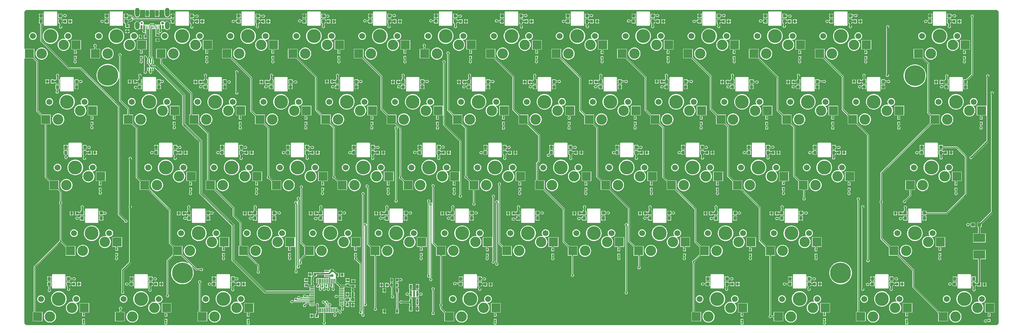
<source format=gbl>
G04*
G04 #@! TF.GenerationSoftware,Altium Limited,Altium Designer,23.0.1 (38)*
G04*
G04 Layer_Physical_Order=2*
G04 Layer_Color=5622137*
%FSLAX25Y25*%
%MOIN*%
G70*
G04*
G04 #@! TF.SameCoordinates,EB104D2B-E379-4E04-930F-2E15411DD845*
G04*
G04*
G04 #@! TF.FilePolarity,Positive*
G04*
G01*
G75*
%ADD11C,0.01000*%
G04:AMPARAMS|DCode=12|XSize=51.18mil|YSize=90.55mil|CornerRadius=25.59mil|HoleSize=0mil|Usage=FLASHONLY|Rotation=0.000|XOffset=0mil|YOffset=0mil|HoleType=Round|Shape=RoundedRectangle|*
%AMROUNDEDRECTD12*
21,1,0.05118,0.03937,0,0,0.0*
21,1,0.00000,0.09055,0,0,0.0*
1,1,0.05118,0.00000,-0.01968*
1,1,0.05118,0.00000,-0.01968*
1,1,0.05118,0.00000,0.01968*
1,1,0.05118,0.00000,0.01968*
%
%ADD12ROUNDEDRECTD12*%
G04:AMPARAMS|DCode=13|XSize=51.18mil|YSize=102.36mil|CornerRadius=25.59mil|HoleSize=0mil|Usage=FLASHONLY|Rotation=0.000|XOffset=0mil|YOffset=0mil|HoleType=Round|Shape=RoundedRectangle|*
%AMROUNDEDRECTD13*
21,1,0.05118,0.05118,0,0,0.0*
21,1,0.00000,0.10236,0,0,0.0*
1,1,0.05118,0.00000,-0.02559*
1,1,0.05118,0.00000,-0.02559*
1,1,0.05118,0.00000,0.02559*
1,1,0.05118,0.00000,0.02559*
%
%ADD13ROUNDEDRECTD13*%
%ADD14C,0.02362*%
G04:AMPARAMS|DCode=15|XSize=33.47mil|YSize=23.62mil|CornerRadius=11.81mil|HoleSize=0mil|Usage=FLASHONLY|Rotation=0.000|XOffset=0mil|YOffset=0mil|HoleType=Round|Shape=RoundedRectangle|*
%AMROUNDEDRECTD15*
21,1,0.03347,0.00000,0,0,0.0*
21,1,0.00984,0.02362,0,0,0.0*
1,1,0.02362,0.00492,0.00000*
1,1,0.02362,-0.00492,0.00000*
1,1,0.02362,-0.00492,0.00000*
1,1,0.02362,0.00492,0.00000*
%
%ADD15ROUNDEDRECTD15*%
%ADD21C,0.01500*%
%ADD22C,0.15700*%
%ADD23C,0.11811*%
%ADD24C,0.06700*%
%ADD25C,0.23622*%
%ADD26C,0.19685*%
%ADD27R,0.02047X0.03937*%
%ADD28R,0.01063X0.03937*%
%ADD29R,0.03937X0.07000*%
%ADD30R,0.03500X0.04000*%
%ADD31R,0.10039X0.09843*%
%ADD32R,0.03937X0.03819*%
%ADD33R,0.03150X0.03543*%
%ADD34R,0.13268X0.09331*%
%ADD35R,0.02410X0.07107*%
%ADD36R,0.02756X0.05118*%
%ADD37R,0.01181X0.04724*%
%ADD38R,0.04724X0.01181*%
%ADD39R,0.01968X0.02362*%
%ADD40R,0.03543X0.03150*%
%ADD41R,0.02559X0.03543*%
%ADD42R,0.03543X0.02559*%
%ADD43R,0.04600X0.01800*%
%ADD44R,0.02756X0.03937*%
%ADD45R,0.03937X0.03937*%
%ADD46R,0.01400X0.02900*%
%ADD47C,0.00893*%
G36*
X1105245Y359313D02*
X1105815Y359077D01*
X1106329Y358734D01*
X1106765Y358297D01*
X1107108Y357784D01*
X1107345Y357213D01*
X1107465Y356608D01*
Y356299D01*
Y3937D01*
Y3628D01*
X1107345Y3023D01*
X1107108Y2452D01*
X1106765Y1939D01*
X1106329Y1503D01*
X1105815Y1159D01*
X1105245Y923D01*
X1104639Y803D01*
X3628D01*
X3023Y923D01*
X2452Y1159D01*
X1939Y1503D01*
X1503Y1939D01*
X1159Y2452D01*
X923Y3023D01*
X803Y3628D01*
Y3937D01*
Y303891D01*
X1016Y304303D01*
X1303Y304303D01*
X9905D01*
X9910Y304299D01*
X9932Y304303D01*
X9961D01*
X9993Y304287D01*
X10040Y304303D01*
X10364D01*
X10427Y304266D01*
X10549Y304181D01*
X10880Y303901D01*
X11069Y303719D01*
X11119Y303699D01*
X14480Y300338D01*
Y244559D01*
X14558Y244169D01*
X14779Y243838D01*
X19107Y239510D01*
X19125Y239462D01*
X19479Y239081D01*
X19597Y238934D01*
X19686Y238806D01*
X19717Y238752D01*
Y238487D01*
X19687Y238416D01*
X19704Y238375D01*
X19694Y238332D01*
X19717Y238295D01*
Y229500D01*
X24137D01*
X24142Y229488D01*
X24161Y229414D01*
X24179Y229309D01*
X24191Y229174D01*
X24195Y228998D01*
X24217Y228950D01*
Y169370D01*
X24294Y168980D01*
X24515Y168649D01*
X28457Y164707D01*
X28475Y164659D01*
X28829Y164278D01*
X28947Y164131D01*
X29036Y164003D01*
X29067Y163949D01*
Y163684D01*
X29038Y163613D01*
X29055Y163572D01*
X29044Y163529D01*
X29067Y163492D01*
Y154697D01*
X38077D01*
X38094Y154687D01*
X38137Y154697D01*
X38138D01*
X38180Y154680D01*
X38222Y154697D01*
X38522D01*
X38565Y154672D01*
X38688Y154586D01*
X39024Y154300D01*
X39218Y154113D01*
X39268Y154093D01*
X40980Y152381D01*
Y141841D01*
X40959Y141793D01*
X40956Y141689D01*
X40949Y141608D01*
X40938Y141536D01*
X40924Y141472D01*
X40907Y141416D01*
X40888Y141368D01*
X40867Y141327D01*
X40845Y141291D01*
X40821Y141259D01*
X40776Y141211D01*
X40742Y141120D01*
X40575Y140952D01*
X40319Y140334D01*
Y139666D01*
X40575Y139048D01*
X40742Y138880D01*
X40776Y138789D01*
X40821Y138741D01*
X40845Y138709D01*
X40867Y138673D01*
X40888Y138632D01*
X40907Y138584D01*
X40924Y138528D01*
X40938Y138464D01*
X40949Y138392D01*
X40956Y138311D01*
X40959Y138207D01*
X40980Y138159D01*
Y97777D01*
X40959Y97730D01*
X40953Y97554D01*
X40936Y97403D01*
X40909Y97260D01*
X40871Y97123D01*
X40823Y96991D01*
X40764Y96864D01*
X40694Y96741D01*
X40612Y96620D01*
X40517Y96502D01*
X40397Y96373D01*
X40379Y96325D01*
X11779Y67725D01*
X11558Y67394D01*
X11480Y67004D01*
Y16483D01*
X11459Y16435D01*
X11454Y16262D01*
X11443Y16129D01*
X11426Y16026D01*
X11406Y15955D01*
X11398Y15935D01*
X11395Y15933D01*
X10366D01*
Y5091D01*
X21406D01*
Y15933D01*
X13605D01*
X13602Y15935D01*
X13594Y15955D01*
X13575Y16026D01*
X13557Y16129D01*
X13546Y16262D01*
X13541Y16435D01*
X13520Y16483D01*
Y66582D01*
X41609Y94671D01*
X41655Y94687D01*
X41772Y94793D01*
X41853Y94850D01*
X41917Y94882D01*
X41964Y94896D01*
X42000Y94899D01*
X42036Y94896D01*
X42083Y94882D01*
X42147Y94850D01*
X42228Y94793D01*
X42345Y94687D01*
X42391Y94671D01*
X47158Y89904D01*
X47176Y89856D01*
X47530Y89475D01*
X47648Y89328D01*
X47737Y89199D01*
X47768Y89145D01*
Y88880D01*
X47739Y88810D01*
X47756Y88769D01*
X47745Y88726D01*
X47768Y88689D01*
Y79894D01*
X58807D01*
Y90736D01*
X49815D01*
X49778Y90759D01*
X49735Y90748D01*
X49694Y90765D01*
X49623Y90736D01*
X49358D01*
X49305Y90767D01*
X49183Y90852D01*
X48848Y91135D01*
X48656Y91321D01*
X48605Y91341D01*
X43621Y96325D01*
X43603Y96373D01*
X43483Y96502D01*
X43388Y96620D01*
X43306Y96741D01*
X43236Y96864D01*
X43177Y96991D01*
X43129Y97123D01*
X43091Y97260D01*
X43064Y97403D01*
X43047Y97554D01*
X43041Y97730D01*
X43020Y97777D01*
Y138159D01*
X43041Y138207D01*
X43044Y138311D01*
X43051Y138392D01*
X43062Y138464D01*
X43076Y138528D01*
X43093Y138584D01*
X43112Y138632D01*
X43133Y138673D01*
X43155Y138709D01*
X43179Y138741D01*
X43224Y138789D01*
X43258Y138880D01*
X43425Y139048D01*
X43681Y139666D01*
Y140334D01*
X43425Y140952D01*
X43258Y141120D01*
X43224Y141211D01*
X43179Y141259D01*
X43155Y141291D01*
X43133Y141327D01*
X43112Y141368D01*
X43093Y141417D01*
X43076Y141472D01*
X43062Y141536D01*
X43051Y141608D01*
X43044Y141689D01*
X43041Y141794D01*
X43020Y141841D01*
Y152803D01*
X42942Y153193D01*
X42721Y153524D01*
X40716Y155529D01*
X40698Y155577D01*
X40341Y155961D01*
X40222Y156109D01*
X40131Y156239D01*
X40106Y156281D01*
Y156581D01*
X40124Y156623D01*
X40106Y156665D01*
Y156666D01*
X40117Y156709D01*
X40106Y156726D01*
Y165539D01*
X31114D01*
X31078Y165562D01*
X31034Y165551D01*
X30993Y165569D01*
X30923Y165539D01*
X30658D01*
X30604Y165570D01*
X30482Y165655D01*
X30147Y165938D01*
X29955Y166124D01*
X29905Y166144D01*
X26256Y169792D01*
Y228950D01*
X26277Y228998D01*
X26282Y229174D01*
X26294Y229309D01*
X26311Y229414D01*
X26331Y229488D01*
X26335Y229500D01*
X30756D01*
Y240342D01*
X21764D01*
X21727Y240365D01*
X21684Y240355D01*
X21643Y240372D01*
X21572Y240342D01*
X21307D01*
X21253Y240373D01*
X21131Y240458D01*
X20797Y240741D01*
X20605Y240927D01*
X20554Y240947D01*
X16520Y244981D01*
Y300760D01*
X16442Y301150D01*
X16221Y301481D01*
X12690Y305012D01*
X12682Y305043D01*
X12657Y305058D01*
X12646Y305086D01*
X12281Y305477D01*
X12160Y305628D01*
X12068Y305759D01*
X12055Y305780D01*
Y306061D01*
X12071Y306093D01*
X12056Y306137D01*
X12070Y306182D01*
X12055Y306210D01*
Y315146D01*
X1303D01*
X1016Y315146D01*
X803Y315557D01*
Y356299D01*
Y356608D01*
X923Y357213D01*
X1159Y357784D01*
X1503Y358297D01*
X1939Y358734D01*
X2452Y359077D01*
X3023Y359313D01*
X3628Y359433D01*
X125767D01*
X125926Y359252D01*
Y354134D01*
X126031Y353335D01*
X126340Y352591D01*
X126830Y351952D01*
X127469Y351462D01*
X128213Y351153D01*
X129012Y351048D01*
X129810Y351153D01*
X130555Y351462D01*
X131194Y351952D01*
X131684Y352591D01*
X131992Y353335D01*
X132097Y354134D01*
Y359252D01*
X132256Y359433D01*
X138051D01*
Y356006D01*
X142988D01*
Y359433D01*
X149051D01*
Y356006D01*
X153988D01*
Y359433D01*
X159783D01*
X159942Y359252D01*
Y354134D01*
X160047Y353335D01*
X160355Y352591D01*
X160846Y351952D01*
X161485Y351462D01*
X162229Y351153D01*
X163028Y351048D01*
X163826Y351153D01*
X164570Y351462D01*
X165209Y351952D01*
X165700Y352591D01*
X166008Y353335D01*
X166113Y354134D01*
Y359252D01*
X166272Y359433D01*
X1104639D01*
X1105245Y359313D01*
D02*
G37*
G36*
X11471Y306059D02*
X11441Y305971D01*
X11440Y305868D01*
X11468Y305750D01*
X11525Y305616D01*
X11611Y305467D01*
X11727Y305302D01*
X11872Y305122D01*
X12250Y304717D01*
X11445Y304108D01*
X11243Y304303D01*
X10880Y304610D01*
X10718Y304723D01*
X10570Y304809D01*
X10435Y304867D01*
X10314Y304898D01*
X10206Y304902D01*
X10112Y304878D01*
X10030Y304827D01*
X11531Y306131D01*
X11471Y306059D01*
D02*
G37*
G36*
X20434Y240340D02*
X20801Y240029D01*
X20964Y239915D01*
X21112Y239830D01*
X21247Y239774D01*
X21367Y239746D01*
X21473D01*
X21565Y239774D01*
X21643Y239830D01*
X20229Y238416D01*
X20285Y238494D01*
X20313Y238586D01*
Y238692D01*
X20285Y238812D01*
X20229Y238947D01*
X20144Y239095D01*
X20031Y239258D01*
X19889Y239435D01*
X19521Y239830D01*
X20229Y240538D01*
X20434Y240340D01*
D02*
G37*
G36*
X26141Y230014D02*
X26056Y229983D01*
X25981Y229933D01*
X25916Y229862D01*
X25861Y229771D01*
X25816Y229660D01*
X25781Y229528D01*
X25756Y229376D01*
X25741Y229204D01*
X25736Y229012D01*
X24736D01*
X24731Y229204D01*
X24716Y229376D01*
X24691Y229528D01*
X24656Y229660D01*
X24611Y229771D01*
X24556Y229862D01*
X24491Y229933D01*
X24416Y229983D01*
X24331Y230014D01*
X24236Y230024D01*
X26236D01*
X26141Y230014D01*
D02*
G37*
G36*
X29784Y165536D02*
X30152Y165225D01*
X30314Y165112D01*
X30463Y165027D01*
X30597Y164971D01*
X30717Y164943D01*
X30823D01*
X30915Y164971D01*
X30993Y165027D01*
X29579Y163613D01*
X29636Y163691D01*
X29664Y163783D01*
Y163889D01*
X29636Y164009D01*
X29579Y164144D01*
X29494Y164292D01*
X29381Y164455D01*
X29239Y164631D01*
X28872Y165027D01*
X29579Y165735D01*
X29784Y165536D01*
D02*
G37*
G36*
X39527Y156546D02*
X39500Y156455D01*
X39501Y156350D01*
X39531Y156230D01*
X39588Y156096D01*
X39674Y155947D01*
X39789Y155784D01*
X39931Y155607D01*
X40301Y155209D01*
X39594Y154502D01*
X39388Y154701D01*
X39019Y155015D01*
X38856Y155129D01*
X38707Y155215D01*
X38573Y155273D01*
X38453Y155302D01*
X38348Y155303D01*
X38257Y155276D01*
X38180Y155221D01*
X39582Y156623D01*
X39527Y156546D01*
D02*
G37*
G36*
X42503Y141659D02*
X42513Y141544D01*
X42529Y141436D01*
X42552Y141334D01*
X42582Y141237D01*
X42618Y141147D01*
X42660Y141062D01*
X42709Y140983D01*
X42765Y140910D01*
X42827Y140843D01*
X41173D01*
X41235Y140910D01*
X41291Y140983D01*
X41340Y141062D01*
X41382Y141147D01*
X41418Y141237D01*
X41448Y141334D01*
X41471Y141436D01*
X41487Y141544D01*
X41497Y141659D01*
X41500Y141779D01*
X42500D01*
X42503Y141659D01*
D02*
G37*
G36*
X42765Y139090D02*
X42709Y139017D01*
X42660Y138938D01*
X42618Y138853D01*
X42582Y138763D01*
X42552Y138666D01*
X42529Y138564D01*
X42513Y138455D01*
X42503Y138341D01*
X42500Y138221D01*
X41500D01*
X41497Y138341D01*
X41487Y138455D01*
X41471Y138564D01*
X41448Y138666D01*
X41418Y138763D01*
X41382Y138853D01*
X41340Y138938D01*
X41291Y139017D01*
X41235Y139090D01*
X41173Y139156D01*
X42827D01*
X42765Y139090D01*
D02*
G37*
G36*
X42507Y97514D02*
X42528Y97323D01*
X42564Y97137D01*
X42613Y96958D01*
X42677Y96784D01*
X42755Y96617D01*
X42847Y96455D01*
X42953Y96298D01*
X43073Y96148D01*
X43207Y96004D01*
X42707Y95090D01*
X42566Y95217D01*
X42424Y95316D01*
X42283Y95387D01*
X42141Y95429D01*
X42000Y95443D01*
X41859Y95429D01*
X41717Y95387D01*
X41576Y95316D01*
X41434Y95217D01*
X41293Y95090D01*
X40793Y96004D01*
X40927Y96148D01*
X41047Y96298D01*
X41153Y96455D01*
X41245Y96617D01*
X41323Y96784D01*
X41387Y96958D01*
X41436Y97137D01*
X41472Y97323D01*
X41493Y97514D01*
X41500Y97711D01*
X42500D01*
X42507Y97514D01*
D02*
G37*
G36*
X48485Y90733D02*
X48853Y90422D01*
X49015Y90309D01*
X49164Y90224D01*
X49298Y90168D01*
X49418Y90139D01*
X49524D01*
X49616Y90168D01*
X49694Y90224D01*
X48280Y88810D01*
X48336Y88888D01*
X48365Y88980D01*
Y89086D01*
X48336Y89206D01*
X48280Y89340D01*
X48195Y89489D01*
X48082Y89652D01*
X47940Y89828D01*
X47573Y90224D01*
X48280Y90931D01*
X48485Y90733D01*
D02*
G37*
G36*
X13005Y16231D02*
X13020Y16061D01*
X13045Y15911D01*
X13080Y15781D01*
X13125Y15671D01*
X13180Y15581D01*
X13245Y15511D01*
X13320Y15461D01*
X13405Y15431D01*
X13500Y15421D01*
X11500D01*
X11595Y15431D01*
X11680Y15461D01*
X11755Y15511D01*
X11820Y15581D01*
X11875Y15671D01*
X11920Y15781D01*
X11955Y15911D01*
X11980Y16061D01*
X11995Y16231D01*
X12000Y16421D01*
X13000D01*
X13005Y16231D01*
D02*
G37*
%LPC*%
G36*
X1031804Y355224D02*
X1029804D01*
Y352974D01*
X1031804D01*
Y355224D01*
D02*
G37*
G36*
X1029304D02*
X1027304D01*
Y352974D01*
X1029304D01*
Y355224D01*
D02*
G37*
G36*
X919600D02*
X917600D01*
Y352974D01*
X919600D01*
Y355224D01*
D02*
G37*
G36*
X917100D02*
X915100D01*
Y352974D01*
X917100D01*
Y355224D01*
D02*
G37*
G36*
X844796D02*
X842797D01*
Y352974D01*
X844796D01*
Y355224D01*
D02*
G37*
G36*
X842297D02*
X840296D01*
Y352974D01*
X842297D01*
Y355224D01*
D02*
G37*
G36*
X769993D02*
X767993D01*
Y352974D01*
X769993D01*
Y355224D01*
D02*
G37*
G36*
X767493D02*
X765493D01*
Y352974D01*
X767493D01*
Y355224D01*
D02*
G37*
G36*
X695190D02*
X693190D01*
Y352974D01*
X695190D01*
Y355224D01*
D02*
G37*
G36*
X692690D02*
X690690D01*
Y352974D01*
X692690D01*
Y355224D01*
D02*
G37*
G36*
X620387D02*
X618387D01*
Y352974D01*
X620387D01*
Y355224D01*
D02*
G37*
G36*
X617887D02*
X615887D01*
Y352974D01*
X617887D01*
Y355224D01*
D02*
G37*
G36*
X545584D02*
X543584D01*
Y352974D01*
X545584D01*
Y355224D01*
D02*
G37*
G36*
X543084D02*
X541084D01*
Y352974D01*
X543084D01*
Y355224D01*
D02*
G37*
G36*
X470781D02*
X468781D01*
Y352974D01*
X470781D01*
Y355224D01*
D02*
G37*
G36*
X468281D02*
X466281D01*
Y352974D01*
X468281D01*
Y355224D01*
D02*
G37*
G36*
X395978D02*
X393978D01*
Y352974D01*
X395978D01*
Y355224D01*
D02*
G37*
G36*
X393478D02*
X391478D01*
Y352974D01*
X393478D01*
Y355224D01*
D02*
G37*
G36*
X321174D02*
X319174D01*
Y352974D01*
X321174D01*
Y355224D01*
D02*
G37*
G36*
X318674D02*
X316674D01*
Y352974D01*
X318674D01*
Y355224D01*
D02*
G37*
G36*
X246371D02*
X244371D01*
Y352974D01*
X246371D01*
Y355224D01*
D02*
G37*
G36*
X243871D02*
X241871D01*
Y352974D01*
X243871D01*
Y355224D01*
D02*
G37*
G36*
X171568D02*
X169568D01*
Y352974D01*
X171568D01*
Y355224D01*
D02*
G37*
G36*
X169068D02*
X167068D01*
Y352974D01*
X169068D01*
Y355224D01*
D02*
G37*
G36*
X96765D02*
X94765D01*
Y352974D01*
X96765D01*
Y355224D01*
D02*
G37*
G36*
X94265D02*
X92265D01*
Y352974D01*
X94265D01*
Y355224D01*
D02*
G37*
G36*
X21962D02*
X19962D01*
Y352974D01*
X21962D01*
Y355224D01*
D02*
G37*
G36*
X19462D02*
X17462D01*
Y352974D01*
X19462D01*
Y355224D01*
D02*
G37*
G36*
X153988Y355506D02*
X151770D01*
Y351756D01*
X153988D01*
Y355506D01*
D02*
G37*
G36*
X151270D02*
X149051D01*
Y351756D01*
X151270D01*
Y355506D01*
D02*
G37*
G36*
X142988D02*
X140770D01*
Y351756D01*
X142988D01*
Y355506D01*
D02*
G37*
G36*
X140270D02*
X138051D01*
Y351756D01*
X140270D01*
Y355506D01*
D02*
G37*
G36*
X941200Y355224D02*
X936700D01*
Y350224D01*
X941200D01*
Y351901D01*
X941212Y351906D01*
X941285Y351925D01*
X941391Y351943D01*
X941526Y351954D01*
X941702Y351959D01*
X941750Y351980D01*
X943659D01*
X943707Y351959D01*
X943811Y351956D01*
X943892Y351949D01*
X943964Y351938D01*
X944028Y351924D01*
X944084Y351907D01*
X944132Y351888D01*
X944173Y351867D01*
X944209Y351845D01*
X944241Y351821D01*
X944289Y351776D01*
X944380Y351742D01*
X944548Y351575D01*
X945166Y351319D01*
X945834D01*
X946452Y351575D01*
X946925Y352048D01*
X947181Y352666D01*
Y353334D01*
X946925Y353952D01*
X946452Y354425D01*
X945834Y354681D01*
X945166D01*
X944548Y354425D01*
X944380Y354258D01*
X944289Y354224D01*
X944241Y354179D01*
X944209Y354155D01*
X944173Y354133D01*
X944132Y354112D01*
X944083Y354093D01*
X944028Y354076D01*
X943964Y354062D01*
X943892Y354051D01*
X943811Y354044D01*
X943707Y354041D01*
X943659Y354020D01*
X941750D01*
X941702Y354041D01*
X941526Y354046D01*
X941391Y354057D01*
X941285Y354075D01*
X941212Y354094D01*
X941200Y354099D01*
Y355224D01*
D02*
G37*
G36*
X791593D02*
X787093D01*
Y350224D01*
X791593D01*
Y351901D01*
X791605Y351906D01*
X791679Y351925D01*
X791785Y351943D01*
X791920Y351954D01*
X792095Y351959D01*
X792143Y351980D01*
X793659D01*
X793707Y351959D01*
X793811Y351956D01*
X793892Y351949D01*
X793964Y351938D01*
X794028Y351924D01*
X794084Y351907D01*
X794132Y351888D01*
X794173Y351867D01*
X794209Y351845D01*
X794241Y351821D01*
X794289Y351776D01*
X794380Y351742D01*
X794548Y351575D01*
X795166Y351319D01*
X795834D01*
X796452Y351575D01*
X796925Y352048D01*
X797181Y352666D01*
Y353334D01*
X796925Y353952D01*
X796452Y354425D01*
X795834Y354681D01*
X795166D01*
X794548Y354425D01*
X794380Y354258D01*
X794289Y354224D01*
X794241Y354179D01*
X794209Y354155D01*
X794173Y354133D01*
X794132Y354112D01*
X794083Y354093D01*
X794028Y354076D01*
X793964Y354062D01*
X793892Y354051D01*
X793811Y354044D01*
X793707Y354041D01*
X793659Y354020D01*
X792143D01*
X792095Y354041D01*
X791920Y354046D01*
X791785Y354057D01*
X791679Y354075D01*
X791605Y354094D01*
X791593Y354099D01*
Y355224D01*
D02*
G37*
G36*
X716790D02*
X712290D01*
Y350224D01*
X716790D01*
Y351901D01*
X716802Y351906D01*
X716876Y351925D01*
X716982Y351943D01*
X717116Y351954D01*
X717292Y351959D01*
X717340Y351980D01*
X718159D01*
X718207Y351959D01*
X718311Y351956D01*
X718392Y351949D01*
X718464Y351938D01*
X718528Y351924D01*
X718584Y351907D01*
X718632Y351888D01*
X718673Y351867D01*
X718709Y351845D01*
X718741Y351821D01*
X718789Y351776D01*
X718880Y351742D01*
X719048Y351575D01*
X719666Y351319D01*
X720334D01*
X720952Y351575D01*
X721425Y352048D01*
X721681Y352666D01*
Y353334D01*
X721425Y353952D01*
X720952Y354425D01*
X720334Y354681D01*
X719666D01*
X719048Y354425D01*
X718880Y354258D01*
X718789Y354224D01*
X718741Y354179D01*
X718709Y354155D01*
X718673Y354133D01*
X718632Y354112D01*
X718583Y354093D01*
X718528Y354076D01*
X718464Y354062D01*
X718392Y354051D01*
X718311Y354044D01*
X718207Y354041D01*
X718159Y354020D01*
X717340D01*
X717292Y354041D01*
X717116Y354046D01*
X716982Y354057D01*
X716876Y354075D01*
X716802Y354094D01*
X716790Y354099D01*
Y355224D01*
D02*
G37*
G36*
X641987D02*
X637487D01*
Y350224D01*
X641987D01*
Y351901D01*
X641999Y351906D01*
X642073Y351925D01*
X642178Y351943D01*
X642313Y351954D01*
X642489Y351959D01*
X642537Y351980D01*
X643159D01*
X643207Y351959D01*
X643311Y351956D01*
X643392Y351949D01*
X643464Y351938D01*
X643528Y351924D01*
X643584Y351907D01*
X643632Y351888D01*
X643673Y351867D01*
X643709Y351845D01*
X643741Y351821D01*
X643789Y351776D01*
X643880Y351742D01*
X644048Y351575D01*
X644666Y351319D01*
X645334D01*
X645952Y351575D01*
X646425Y352048D01*
X646681Y352666D01*
Y353334D01*
X646425Y353952D01*
X645952Y354425D01*
X645334Y354681D01*
X644666D01*
X644048Y354425D01*
X643880Y354258D01*
X643789Y354224D01*
X643741Y354179D01*
X643709Y354155D01*
X643673Y354133D01*
X643632Y354112D01*
X643583Y354093D01*
X643528Y354076D01*
X643464Y354062D01*
X643392Y354051D01*
X643311Y354044D01*
X643207Y354041D01*
X643159Y354020D01*
X642537D01*
X642489Y354041D01*
X642313Y354046D01*
X642178Y354057D01*
X642073Y354075D01*
X641999Y354094D01*
X641987Y354099D01*
Y355224D01*
D02*
G37*
G36*
X567184D02*
X562684D01*
Y350224D01*
X567184D01*
Y351901D01*
X567196Y351906D01*
X567270Y351925D01*
X567375Y351943D01*
X567510Y351954D01*
X567686Y351959D01*
X567734Y351980D01*
X568659D01*
X568707Y351959D01*
X568811Y351956D01*
X568892Y351949D01*
X568964Y351938D01*
X569028Y351924D01*
X569084Y351907D01*
X569132Y351888D01*
X569173Y351867D01*
X569209Y351845D01*
X569241Y351821D01*
X569289Y351776D01*
X569380Y351742D01*
X569548Y351575D01*
X570166Y351319D01*
X570834D01*
X571452Y351575D01*
X571925Y352048D01*
X572181Y352666D01*
Y353334D01*
X571925Y353952D01*
X571452Y354425D01*
X570834Y354681D01*
X570166D01*
X569548Y354425D01*
X569380Y354258D01*
X569289Y354224D01*
X569241Y354179D01*
X569209Y354155D01*
X569173Y354133D01*
X569132Y354112D01*
X569083Y354093D01*
X569028Y354076D01*
X568964Y354062D01*
X568892Y354051D01*
X568811Y354044D01*
X568707Y354041D01*
X568659Y354020D01*
X567734D01*
X567686Y354041D01*
X567510Y354046D01*
X567375Y354057D01*
X567270Y354075D01*
X567196Y354094D01*
X567184Y354099D01*
Y355224D01*
D02*
G37*
G36*
X417578D02*
X413078D01*
Y350224D01*
X417578D01*
Y351901D01*
X417590Y351906D01*
X417663Y351925D01*
X417769Y351943D01*
X417904Y351954D01*
X418080Y351959D01*
X418128Y351980D01*
X419159D01*
X419207Y351959D01*
X419311Y351956D01*
X419392Y351949D01*
X419464Y351938D01*
X419528Y351924D01*
X419584Y351907D01*
X419632Y351888D01*
X419673Y351867D01*
X419709Y351845D01*
X419741Y351821D01*
X419789Y351776D01*
X419880Y351742D01*
X420048Y351575D01*
X420666Y351319D01*
X421334D01*
X421952Y351575D01*
X422425Y352048D01*
X422681Y352666D01*
Y353334D01*
X422425Y353952D01*
X421952Y354425D01*
X421334Y354681D01*
X420666D01*
X420048Y354425D01*
X419880Y354258D01*
X419789Y354224D01*
X419741Y354179D01*
X419709Y354155D01*
X419673Y354133D01*
X419632Y354112D01*
X419584Y354093D01*
X419528Y354076D01*
X419464Y354062D01*
X419392Y354051D01*
X419311Y354044D01*
X419206Y354041D01*
X419159Y354020D01*
X418128D01*
X418080Y354041D01*
X417904Y354046D01*
X417769Y354057D01*
X417663Y354075D01*
X417590Y354094D01*
X417578Y354099D01*
Y355224D01*
D02*
G37*
G36*
X43562D02*
X39062D01*
Y350224D01*
X43562D01*
Y351625D01*
X43574Y351630D01*
X43648Y351650D01*
X43753Y351667D01*
X43888Y351679D01*
X44064Y351683D01*
X44112Y351705D01*
X45341D01*
X45390Y351683D01*
X45500Y351681D01*
X45586Y351676D01*
X45763Y351654D01*
X45828Y351641D01*
X45892Y351624D01*
X45950Y351605D01*
X46001Y351585D01*
X46046Y351563D01*
X46103Y351530D01*
X46180Y351520D01*
X46666Y351319D01*
X47334D01*
X47952Y351575D01*
X48425Y352048D01*
X48681Y352666D01*
Y353334D01*
X48425Y353952D01*
X47952Y354425D01*
X47334Y354681D01*
X46666D01*
X46048Y354425D01*
X45575Y353952D01*
X45565Y353929D01*
X45540Y353913D01*
X45510Y353868D01*
X45497Y353854D01*
X45483Y353841D01*
X45463Y353828D01*
X45436Y353815D01*
X45400Y353800D01*
X45351Y353787D01*
X45290Y353776D01*
X45217Y353769D01*
X45115Y353765D01*
X45067Y353744D01*
X45015D01*
X44991Y353747D01*
X44987Y353744D01*
X44112D01*
X44064Y353765D01*
X43888Y353770D01*
X43753Y353782D01*
X43648Y353799D01*
X43574Y353819D01*
X43562Y353824D01*
Y355224D01*
D02*
G37*
G36*
X1053404D02*
X1048904D01*
Y350224D01*
X1053404D01*
Y351625D01*
X1053416Y351630D01*
X1053490Y351650D01*
X1053596Y351667D01*
X1053730Y351679D01*
X1053906Y351683D01*
X1053955Y351705D01*
X1055659D01*
X1055707Y351683D01*
X1055811Y351681D01*
X1055892Y351674D01*
X1055964Y351663D01*
X1056028Y351648D01*
X1056084Y351631D01*
X1056132Y351612D01*
X1056173Y351592D01*
X1056209Y351569D01*
X1056241Y351545D01*
X1056289Y351501D01*
X1056380Y351467D01*
X1056548Y351299D01*
X1057166Y351043D01*
X1057834D01*
X1058452Y351299D01*
X1058925Y351772D01*
X1059181Y352390D01*
Y353059D01*
X1058925Y353677D01*
X1058452Y354150D01*
X1057834Y354405D01*
X1057166D01*
X1056548Y354150D01*
X1056380Y353982D01*
X1056289Y353948D01*
X1056241Y353904D01*
X1056209Y353879D01*
X1056173Y353857D01*
X1056132Y353836D01*
X1056083Y353817D01*
X1056028Y353800D01*
X1055964Y353786D01*
X1055892Y353775D01*
X1055811Y353768D01*
X1055707Y353765D01*
X1055659Y353744D01*
X1053955D01*
X1053906Y353765D01*
X1053730Y353770D01*
X1053596Y353782D01*
X1053490Y353799D01*
X1053416Y353819D01*
X1053404Y353824D01*
Y355224D01*
D02*
G37*
G36*
X866397D02*
X861897D01*
Y350224D01*
X866397D01*
Y351401D01*
X866408Y351406D01*
X866482Y351425D01*
X866588Y351443D01*
X866723Y351454D01*
X866899Y351459D01*
X866947Y351480D01*
X868659D01*
X868707Y351459D01*
X868811Y351456D01*
X868892Y351449D01*
X868964Y351438D01*
X869028Y351424D01*
X869084Y351407D01*
X869132Y351388D01*
X869173Y351367D01*
X869209Y351345D01*
X869241Y351321D01*
X869289Y351276D01*
X869380Y351242D01*
X869548Y351075D01*
X870166Y350819D01*
X870834D01*
X871452Y351075D01*
X871925Y351548D01*
X872181Y352166D01*
Y352834D01*
X871925Y353452D01*
X871452Y353925D01*
X870834Y354181D01*
X870166D01*
X869548Y353925D01*
X869380Y353758D01*
X869289Y353724D01*
X869241Y353679D01*
X869209Y353655D01*
X869173Y353633D01*
X869132Y353612D01*
X869083Y353593D01*
X869028Y353576D01*
X868964Y353562D01*
X868892Y353551D01*
X868811Y353544D01*
X868707Y353541D01*
X868659Y353520D01*
X866947D01*
X866899Y353541D01*
X866723Y353546D01*
X866588Y353557D01*
X866482Y353575D01*
X866408Y353594D01*
X866397Y353599D01*
Y355224D01*
D02*
G37*
G36*
X492381D02*
X487881D01*
Y350224D01*
X492381D01*
Y351401D01*
X492393Y351406D01*
X492466Y351425D01*
X492572Y351443D01*
X492707Y351454D01*
X492883Y351459D01*
X492931Y351480D01*
X494159D01*
X494207Y351459D01*
X494311Y351456D01*
X494392Y351449D01*
X494464Y351438D01*
X494528Y351424D01*
X494584Y351407D01*
X494632Y351388D01*
X494673Y351367D01*
X494709Y351345D01*
X494741Y351321D01*
X494789Y351276D01*
X494880Y351242D01*
X495048Y351075D01*
X495666Y350819D01*
X496334D01*
X496952Y351075D01*
X497425Y351548D01*
X497681Y352166D01*
Y352834D01*
X497425Y353452D01*
X496952Y353925D01*
X496334Y354181D01*
X495666D01*
X495048Y353925D01*
X494880Y353758D01*
X494789Y353724D01*
X494741Y353679D01*
X494709Y353655D01*
X494673Y353633D01*
X494632Y353612D01*
X494584Y353593D01*
X494528Y353576D01*
X494464Y353562D01*
X494392Y353551D01*
X494311Y353544D01*
X494206Y353541D01*
X494159Y353520D01*
X492931D01*
X492883Y353541D01*
X492707Y353546D01*
X492572Y353557D01*
X492466Y353575D01*
X492393Y353594D01*
X492381Y353599D01*
Y355224D01*
D02*
G37*
G36*
X342774D02*
X338274D01*
Y350224D01*
X342774D01*
Y351401D01*
X342786Y351406D01*
X342860Y351425D01*
X342966Y351443D01*
X343101Y351454D01*
X343277Y351459D01*
X343325Y351480D01*
X343659D01*
X343707Y351459D01*
X343811Y351456D01*
X343892Y351449D01*
X343964Y351438D01*
X344028Y351424D01*
X344084Y351407D01*
X344132Y351388D01*
X344173Y351367D01*
X344209Y351345D01*
X344241Y351321D01*
X344289Y351276D01*
X344380Y351242D01*
X344548Y351075D01*
X345166Y350819D01*
X345834D01*
X346452Y351075D01*
X346925Y351548D01*
X347181Y352166D01*
Y352834D01*
X346925Y353452D01*
X346452Y353925D01*
X345834Y354181D01*
X345166D01*
X344548Y353925D01*
X344380Y353758D01*
X344289Y353724D01*
X344241Y353679D01*
X344209Y353655D01*
X344173Y353633D01*
X344132Y353612D01*
X344083Y353593D01*
X344028Y353576D01*
X343964Y353562D01*
X343892Y353551D01*
X343811Y353544D01*
X343707Y353541D01*
X343659Y353520D01*
X343325D01*
X343277Y353541D01*
X343101Y353546D01*
X342966Y353557D01*
X342860Y353575D01*
X342786Y353594D01*
X342774Y353599D01*
Y355224D01*
D02*
G37*
G36*
X267971D02*
X263471D01*
Y350224D01*
X267971D01*
Y351401D01*
X267983Y351406D01*
X268057Y351425D01*
X268163Y351443D01*
X268297Y351454D01*
X268473Y351459D01*
X268521Y351480D01*
X270659D01*
X270707Y351459D01*
X270811Y351456D01*
X270892Y351449D01*
X270964Y351438D01*
X271028Y351424D01*
X271084Y351407D01*
X271132Y351388D01*
X271173Y351367D01*
X271209Y351345D01*
X271241Y351321D01*
X271289Y351276D01*
X271380Y351242D01*
X271548Y351075D01*
X272166Y350819D01*
X272834D01*
X273452Y351075D01*
X273925Y351548D01*
X274181Y352166D01*
Y352834D01*
X273925Y353452D01*
X273452Y353925D01*
X272834Y354181D01*
X272166D01*
X271548Y353925D01*
X271380Y353758D01*
X271289Y353724D01*
X271241Y353679D01*
X271209Y353655D01*
X271173Y353633D01*
X271132Y353612D01*
X271083Y353593D01*
X271028Y353576D01*
X270964Y353562D01*
X270892Y353551D01*
X270811Y353544D01*
X270707Y353541D01*
X270659Y353520D01*
X268521D01*
X268473Y353541D01*
X268297Y353546D01*
X268163Y353557D01*
X268057Y353575D01*
X267983Y353594D01*
X267971Y353599D01*
Y355224D01*
D02*
G37*
G36*
X193168D02*
X188668D01*
Y350224D01*
X193168D01*
Y351401D01*
X193180Y351406D01*
X193254Y351425D01*
X193359Y351443D01*
X193494Y351454D01*
X193670Y351459D01*
X193718Y351480D01*
X195159D01*
X195207Y351459D01*
X195311Y351456D01*
X195392Y351449D01*
X195464Y351438D01*
X195528Y351424D01*
X195584Y351407D01*
X195632Y351388D01*
X195673Y351367D01*
X195709Y351345D01*
X195741Y351321D01*
X195789Y351276D01*
X195880Y351242D01*
X196048Y351075D01*
X196666Y350819D01*
X197334D01*
X197952Y351075D01*
X198425Y351548D01*
X198681Y352166D01*
Y352834D01*
X198425Y353452D01*
X197952Y353925D01*
X197334Y354181D01*
X196666D01*
X196048Y353925D01*
X195880Y353758D01*
X195789Y353724D01*
X195741Y353679D01*
X195709Y353655D01*
X195673Y353633D01*
X195632Y353612D01*
X195583Y353593D01*
X195528Y353576D01*
X195464Y353562D01*
X195392Y353551D01*
X195311Y353544D01*
X195206Y353541D01*
X195159Y353520D01*
X193718D01*
X193670Y353541D01*
X193494Y353546D01*
X193359Y353557D01*
X193254Y353575D01*
X193180Y353594D01*
X193168Y353599D01*
Y355224D01*
D02*
G37*
G36*
X1031804Y352474D02*
X1029804D01*
Y350224D01*
X1031804D01*
Y352474D01*
D02*
G37*
G36*
X1029304D02*
X1027304D01*
Y350224D01*
X1029304D01*
Y352474D01*
D02*
G37*
G36*
X919600D02*
X917600D01*
Y350224D01*
X919600D01*
Y352474D01*
D02*
G37*
G36*
X917100D02*
X915100D01*
Y350224D01*
X917100D01*
Y352474D01*
D02*
G37*
G36*
X844796D02*
X842797D01*
Y350224D01*
X844796D01*
Y352474D01*
D02*
G37*
G36*
X842297D02*
X840296D01*
Y350224D01*
X842297D01*
Y352474D01*
D02*
G37*
G36*
X769993D02*
X767993D01*
Y350224D01*
X769993D01*
Y352474D01*
D02*
G37*
G36*
X767493D02*
X765493D01*
Y350224D01*
X767493D01*
Y352474D01*
D02*
G37*
G36*
X695190D02*
X693190D01*
Y350224D01*
X695190D01*
Y352474D01*
D02*
G37*
G36*
X692690D02*
X690690D01*
Y350224D01*
X692690D01*
Y352474D01*
D02*
G37*
G36*
X620387D02*
X618387D01*
Y350224D01*
X620387D01*
Y352474D01*
D02*
G37*
G36*
X617887D02*
X615887D01*
Y350224D01*
X617887D01*
Y352474D01*
D02*
G37*
G36*
X545584D02*
X543584D01*
Y350224D01*
X545584D01*
Y352474D01*
D02*
G37*
G36*
X543084D02*
X541084D01*
Y350224D01*
X543084D01*
Y352474D01*
D02*
G37*
G36*
X470781D02*
X468781D01*
Y350224D01*
X470781D01*
Y352474D01*
D02*
G37*
G36*
X468281D02*
X466281D01*
Y350224D01*
X468281D01*
Y352474D01*
D02*
G37*
G36*
X395978D02*
X393978D01*
Y350224D01*
X395978D01*
Y352474D01*
D02*
G37*
G36*
X393478D02*
X391478D01*
Y350224D01*
X393478D01*
Y352474D01*
D02*
G37*
G36*
X321174D02*
X319174D01*
Y350224D01*
X321174D01*
Y352474D01*
D02*
G37*
G36*
X318674D02*
X316674D01*
Y350224D01*
X318674D01*
Y352474D01*
D02*
G37*
G36*
X246371D02*
X244371D01*
Y350224D01*
X246371D01*
Y352474D01*
D02*
G37*
G36*
X243871D02*
X241871D01*
Y350224D01*
X243871D01*
Y352474D01*
D02*
G37*
G36*
X171568D02*
X169568D01*
Y350224D01*
X171568D01*
Y352474D01*
D02*
G37*
G36*
X96765D02*
X94765D01*
Y350224D01*
X96765D01*
Y352474D01*
D02*
G37*
G36*
X94265D02*
X92265D01*
Y350224D01*
X94265D01*
Y352474D01*
D02*
G37*
G36*
X21962D02*
X19962D01*
Y350224D01*
X21962D01*
Y352474D01*
D02*
G37*
G36*
X19462D02*
X17462D01*
Y350224D01*
X19462D01*
Y352474D01*
D02*
G37*
G36*
X118365Y355224D02*
X113865D01*
Y350224D01*
X118365D01*
Y351625D01*
X118377Y351630D01*
X118451Y351650D01*
X118556Y351667D01*
X118691Y351679D01*
X118867Y351683D01*
X118915Y351705D01*
X121853D01*
X122907Y350651D01*
X122670Y350181D01*
X122166D01*
X121548Y349925D01*
X121075Y349452D01*
X120949Y349149D01*
X120785Y348985D01*
X120496Y348719D01*
X120476Y348676D01*
X120074Y348274D01*
X119404D01*
X119367Y348291D01*
X119096Y348298D01*
X118877Y348317D01*
X118696Y348347D01*
X118558Y348384D01*
X118463Y348423D01*
X118410Y348455D01*
X118391Y348472D01*
X118389Y348476D01*
X118387Y348478D01*
X118379Y348557D01*
X118365Y348583D01*
Y349224D01*
X113865D01*
Y344224D01*
X115395D01*
X115443Y344198D01*
X115523Y344190D01*
X115526Y344189D01*
X115529Y344186D01*
X115547Y344168D01*
X115578Y344116D01*
X115616Y344023D01*
X115653Y343886D01*
X115683Y343708D01*
X115690Y343628D01*
X115565Y343135D01*
D01*
X115543Y342643D01*
X115536Y342625D01*
X115565Y342554D01*
Y338985D01*
X120108D01*
Y343135D01*
X118585D01*
X118560Y343148D01*
X118481Y343157D01*
X118477Y343159D01*
X118473Y343161D01*
X118455Y343181D01*
X118423Y343234D01*
X118384Y343329D01*
X118347Y343467D01*
X118317Y343648D01*
X118310Y343724D01*
X118365Y344224D01*
X118389Y344666D01*
X118380Y344702D01*
X118394Y344736D01*
X118365Y344807D01*
Y345417D01*
X118379Y345443D01*
X118387Y345522D01*
X118389Y345525D01*
X118391Y345528D01*
X118410Y345545D01*
X118463Y345577D01*
X118558Y345616D01*
X118696Y345653D01*
X118877Y345683D01*
X119096Y345702D01*
X119367Y345709D01*
X119404Y345725D01*
X120602D01*
X121090Y345823D01*
X121503Y346099D01*
X121900Y346495D01*
X121938Y346510D01*
X122111Y346676D01*
X122242Y346788D01*
X122283Y346818D01*
X122284Y346819D01*
X122834D01*
X123452Y347075D01*
X123925Y347548D01*
X124181Y348166D01*
Y348670D01*
X124651Y348907D01*
X125279Y348279D01*
X125610Y348058D01*
X126000Y347980D01*
X166579D01*
X166658Y347899D01*
X166912Y347605D01*
X166994Y347498D01*
X167049Y347414D01*
X167068Y347379D01*
Y347281D01*
X167065Y347263D01*
X167068Y347259D01*
Y344224D01*
X171568D01*
Y349224D01*
X168456D01*
X168418Y349241D01*
X168377Y349226D01*
X168346Y349232D01*
X168311Y349256D01*
X167931Y349588D01*
X167791Y349724D01*
X167794Y349809D01*
X167911Y350224D01*
X169068D01*
Y352474D01*
X167068D01*
Y350509D01*
X167053Y350217D01*
X166653Y350020D01*
X126422D01*
X122997Y353445D01*
X122666Y353666D01*
X122276Y353744D01*
X118915D01*
X118867Y353765D01*
X118691Y353770D01*
X118556Y353782D01*
X118451Y353799D01*
X118377Y353819D01*
X118365Y353824D01*
Y355224D01*
D02*
G37*
G36*
X1031804Y349224D02*
X1027304D01*
Y347824D01*
X1027292Y347819D01*
X1027219Y347799D01*
X1027113Y347782D01*
X1026978Y347770D01*
X1026802Y347765D01*
X1026754Y347744D01*
X1026202D01*
X1026153Y347765D01*
X1026051Y347768D01*
X1025865Y347784D01*
X1025796Y347796D01*
X1025727Y347811D01*
X1025665Y347829D01*
X1025610Y347849D01*
X1025561Y347870D01*
X1025517Y347893D01*
X1025461Y347929D01*
X1025430Y347935D01*
X1024834Y348181D01*
X1024166D01*
X1023548Y347925D01*
X1023075Y347452D01*
X1022819Y346834D01*
Y346166D01*
X1023075Y345548D01*
X1023548Y345075D01*
X1024166Y344819D01*
X1024834D01*
X1025452Y345075D01*
X1025877Y345500D01*
X1025918Y345524D01*
X1025953Y345570D01*
X1025969Y345587D01*
X1025988Y345602D01*
X1026011Y345618D01*
X1026042Y345633D01*
X1026083Y345648D01*
X1026134Y345662D01*
X1026197Y345673D01*
X1026271Y345680D01*
X1026374Y345684D01*
X1026421Y345705D01*
X1026471Y345695D01*
X1026485Y345705D01*
X1026754D01*
X1026802Y345683D01*
X1026978Y345679D01*
X1027113Y345667D01*
X1027219Y345650D01*
X1027292Y345630D01*
X1027304Y345625D01*
Y344224D01*
X1031804D01*
Y349224D01*
D02*
G37*
G36*
X919600D02*
X915100D01*
Y347824D01*
X915088Y347819D01*
X915014Y347799D01*
X914908Y347782D01*
X914773Y347770D01*
X914598Y347765D01*
X914549Y347744D01*
X914202D01*
X914153Y347765D01*
X914051Y347768D01*
X913865Y347784D01*
X913796Y347796D01*
X913727Y347811D01*
X913665Y347829D01*
X913610Y347849D01*
X913561Y347870D01*
X913517Y347893D01*
X913461Y347929D01*
X913430Y347935D01*
X912834Y348181D01*
X912166D01*
X911548Y347925D01*
X911075Y347452D01*
X910819Y346834D01*
Y346166D01*
X911075Y345548D01*
X911548Y345075D01*
X912166Y344819D01*
X912834D01*
X913452Y345075D01*
X913877Y345500D01*
X913918Y345524D01*
X913953Y345570D01*
X913969Y345587D01*
X913988Y345602D01*
X914011Y345618D01*
X914042Y345633D01*
X914083Y345648D01*
X914134Y345662D01*
X914197Y345673D01*
X914271Y345680D01*
X914374Y345684D01*
X914421Y345705D01*
X914471Y345695D01*
X914485Y345705D01*
X914549D01*
X914598Y345683D01*
X914773Y345679D01*
X914908Y345667D01*
X915014Y345650D01*
X915088Y345630D01*
X915100Y345625D01*
Y344224D01*
X919600D01*
Y349224D01*
D02*
G37*
G36*
X844796D02*
X840296D01*
Y347824D01*
X840285Y347819D01*
X840211Y347799D01*
X840105Y347782D01*
X839970Y347770D01*
X839794Y347765D01*
X839746Y347744D01*
X839013D01*
X839009Y347747D01*
X838985Y347744D01*
X838933D01*
X838885Y347765D01*
X838783Y347769D01*
X838710Y347776D01*
X838649Y347787D01*
X838601Y347800D01*
X838564Y347814D01*
X838537Y347829D01*
X838517Y347842D01*
X838503Y347854D01*
X838490Y347868D01*
X838459Y347913D01*
X838435Y347929D01*
X838425Y347952D01*
X837952Y348425D01*
X837334Y348681D01*
X836666D01*
X836048Y348425D01*
X835575Y347952D01*
X835319Y347334D01*
Y346666D01*
X835575Y346048D01*
X836048Y345575D01*
X836666Y345319D01*
X837334D01*
X837820Y345520D01*
X837897Y345530D01*
X837954Y345563D01*
X837999Y345585D01*
X838050Y345605D01*
X838101Y345621D01*
X838251Y345656D01*
X838317Y345666D01*
X838506Y345681D01*
X838610Y345683D01*
X838659Y345705D01*
X839746D01*
X839794Y345683D01*
X839970Y345679D01*
X840105Y345667D01*
X840211Y345650D01*
X840285Y345630D01*
X840296Y345625D01*
Y344224D01*
X844796D01*
Y349224D01*
D02*
G37*
G36*
X769993D02*
X765493D01*
Y347824D01*
X765481Y347819D01*
X765408Y347799D01*
X765302Y347782D01*
X765167Y347770D01*
X764991Y347765D01*
X764943Y347744D01*
X763202D01*
X763153Y347765D01*
X763051Y347768D01*
X762865Y347784D01*
X762796Y347796D01*
X762727Y347811D01*
X762665Y347829D01*
X762610Y347849D01*
X762561Y347870D01*
X762517Y347893D01*
X762461Y347929D01*
X762430Y347935D01*
X761834Y348181D01*
X761166D01*
X760548Y347925D01*
X760075Y347452D01*
X759819Y346834D01*
Y346166D01*
X760075Y345548D01*
X760548Y345075D01*
X761166Y344819D01*
X761834D01*
X762452Y345075D01*
X762877Y345500D01*
X762919Y345524D01*
X762953Y345570D01*
X762969Y345587D01*
X762988Y345602D01*
X763011Y345618D01*
X763042Y345633D01*
X763083Y345648D01*
X763134Y345662D01*
X763197Y345673D01*
X763271Y345680D01*
X763374Y345684D01*
X763421Y345705D01*
X763471Y345695D01*
X763485Y345705D01*
X764943D01*
X764991Y345683D01*
X765167Y345679D01*
X765302Y345667D01*
X765408Y345650D01*
X765481Y345630D01*
X765493Y345625D01*
Y344224D01*
X769993D01*
Y349224D01*
D02*
G37*
G36*
X695190D02*
X690690D01*
Y347824D01*
X690678Y347819D01*
X690604Y347799D01*
X690499Y347782D01*
X690364Y347770D01*
X690188Y347765D01*
X690140Y347744D01*
X688698D01*
X688591Y347851D01*
X688396Y347981D01*
X687952Y348425D01*
X687334Y348681D01*
X686666D01*
X686048Y348425D01*
X685575Y347952D01*
X685319Y347334D01*
Y346666D01*
X685575Y346048D01*
X686048Y345575D01*
X686666Y345319D01*
X687334D01*
X687952Y345575D01*
X688114Y345737D01*
X688276Y345705D01*
X690140D01*
X690188Y345683D01*
X690364Y345679D01*
X690499Y345667D01*
X690604Y345650D01*
X690678Y345630D01*
X690690Y345625D01*
Y344224D01*
X695190D01*
Y349224D01*
D02*
G37*
G36*
X620387D02*
X615887D01*
Y347824D01*
X615875Y347819D01*
X615801Y347799D01*
X615696Y347782D01*
X615561Y347770D01*
X615385Y347765D01*
X615337Y347744D01*
X614702D01*
X614653Y347765D01*
X614551Y347768D01*
X614365Y347784D01*
X614296Y347796D01*
X614227Y347811D01*
X614165Y347829D01*
X614110Y347849D01*
X614061Y347870D01*
X614017Y347893D01*
X613961Y347929D01*
X613930Y347935D01*
X613334Y348181D01*
X612666D01*
X612048Y347925D01*
X611575Y347452D01*
X611319Y346834D01*
Y346166D01*
X611575Y345548D01*
X612048Y345075D01*
X612666Y344819D01*
X613334D01*
X613952Y345075D01*
X614377Y345500D01*
X614419Y345524D01*
X614453Y345570D01*
X614469Y345587D01*
X614488Y345602D01*
X614511Y345618D01*
X614542Y345633D01*
X614583Y345648D01*
X614634Y345662D01*
X614697Y345673D01*
X614771Y345680D01*
X614874Y345684D01*
X614921Y345705D01*
X614971Y345695D01*
X614985Y345705D01*
X615337D01*
X615385Y345683D01*
X615561Y345679D01*
X615696Y345667D01*
X615801Y345650D01*
X615875Y345630D01*
X615887Y345625D01*
Y344224D01*
X620387D01*
Y349224D01*
D02*
G37*
G36*
X545584D02*
X541084D01*
Y347824D01*
X541072Y347819D01*
X540998Y347799D01*
X540893Y347782D01*
X540758Y347770D01*
X540582Y347765D01*
X540534Y347744D01*
X539013D01*
X539009Y347747D01*
X538985Y347744D01*
X538933D01*
X538885Y347765D01*
X538783Y347769D01*
X538710Y347776D01*
X538649Y347787D01*
X538600Y347800D01*
X538564Y347814D01*
X538537Y347829D01*
X538517Y347842D01*
X538503Y347854D01*
X538490Y347868D01*
X538459Y347913D01*
X538435Y347929D01*
X538425Y347952D01*
X537952Y348425D01*
X537334Y348681D01*
X536666D01*
X536048Y348425D01*
X535575Y347952D01*
X535319Y347334D01*
Y346666D01*
X535575Y346048D01*
X536048Y345575D01*
X536666Y345319D01*
X537334D01*
X537820Y345520D01*
X537897Y345530D01*
X537954Y345563D01*
X537999Y345585D01*
X538050Y345605D01*
X538101Y345621D01*
X538251Y345656D01*
X538316Y345666D01*
X538506Y345681D01*
X538610Y345683D01*
X538659Y345705D01*
X540534D01*
X540582Y345683D01*
X540758Y345679D01*
X540893Y345667D01*
X540998Y345650D01*
X541072Y345630D01*
X541084Y345625D01*
Y344224D01*
X545584D01*
Y349224D01*
D02*
G37*
G36*
X470781D02*
X466281D01*
Y347824D01*
X466269Y347819D01*
X466195Y347799D01*
X466089Y347782D01*
X465954Y347770D01*
X465779Y347765D01*
X465730Y347744D01*
X464513D01*
X464509Y347747D01*
X464485Y347744D01*
X464433D01*
X464385Y347765D01*
X464283Y347769D01*
X464210Y347776D01*
X464149Y347787D01*
X464101Y347800D01*
X464064Y347814D01*
X464037Y347829D01*
X464017Y347842D01*
X464003Y347854D01*
X463990Y347868D01*
X463960Y347913D01*
X463935Y347929D01*
X463925Y347952D01*
X463452Y348425D01*
X462834Y348681D01*
X462166D01*
X461548Y348425D01*
X461075Y347952D01*
X460819Y347334D01*
Y346666D01*
X461075Y346048D01*
X461548Y345575D01*
X462166Y345319D01*
X462834D01*
X463320Y345520D01*
X463397Y345530D01*
X463454Y345563D01*
X463499Y345585D01*
X463550Y345605D01*
X463601Y345621D01*
X463751Y345656D01*
X463816Y345666D01*
X464006Y345681D01*
X464110Y345683D01*
X464159Y345705D01*
X465730D01*
X465779Y345683D01*
X465954Y345679D01*
X466089Y345667D01*
X466195Y345650D01*
X466269Y345630D01*
X466281Y345625D01*
Y344224D01*
X470781D01*
Y349224D01*
D02*
G37*
G36*
X395978D02*
X391478D01*
Y347824D01*
X391466Y347819D01*
X391392Y347799D01*
X391286Y347782D01*
X391151Y347770D01*
X390975Y347765D01*
X390927Y347744D01*
X389198D01*
X389091Y347851D01*
X388896Y347981D01*
X388452Y348425D01*
X387834Y348681D01*
X387166D01*
X386548Y348425D01*
X386075Y347952D01*
X385819Y347334D01*
Y346666D01*
X386075Y346048D01*
X386548Y345575D01*
X387166Y345319D01*
X387834D01*
X388452Y345575D01*
X388614Y345737D01*
X388776Y345705D01*
X390927D01*
X390975Y345683D01*
X391151Y345679D01*
X391286Y345667D01*
X391392Y345650D01*
X391466Y345630D01*
X391478Y345625D01*
Y344224D01*
X395978D01*
Y349224D01*
D02*
G37*
G36*
X321174D02*
X316674D01*
Y347824D01*
X316663Y347819D01*
X316589Y347799D01*
X316483Y347782D01*
X316348Y347770D01*
X316172Y347765D01*
X316124Y347744D01*
X315513D01*
X315509Y347747D01*
X315485Y347744D01*
X315433D01*
X315385Y347765D01*
X315283Y347769D01*
X315210Y347776D01*
X315149Y347787D01*
X315101Y347800D01*
X315064Y347814D01*
X315037Y347829D01*
X315017Y347842D01*
X315003Y347854D01*
X314990Y347868D01*
X314960Y347913D01*
X314935Y347929D01*
X314925Y347952D01*
X314452Y348425D01*
X313834Y348681D01*
X313166D01*
X312548Y348425D01*
X312075Y347952D01*
X311819Y347334D01*
Y346666D01*
X312075Y346048D01*
X312548Y345575D01*
X313166Y345319D01*
X313834D01*
X314320Y345520D01*
X314397Y345530D01*
X314454Y345563D01*
X314499Y345585D01*
X314550Y345605D01*
X314601Y345621D01*
X314751Y345656D01*
X314816Y345666D01*
X315006Y345681D01*
X315109Y345683D01*
X315159Y345705D01*
X316124D01*
X316172Y345683D01*
X316348Y345679D01*
X316483Y345667D01*
X316589Y345650D01*
X316662Y345630D01*
X316674Y345625D01*
Y344224D01*
X321174D01*
Y349224D01*
D02*
G37*
G36*
X246371D02*
X241871D01*
Y347824D01*
X241859Y347819D01*
X241786Y347799D01*
X241680Y347782D01*
X241545Y347770D01*
X241369Y347765D01*
X241321Y347744D01*
X239702D01*
X239653Y347765D01*
X239551Y347768D01*
X239365Y347784D01*
X239296Y347796D01*
X239227Y347811D01*
X239165Y347829D01*
X239110Y347849D01*
X239061Y347870D01*
X239017Y347893D01*
X238961Y347929D01*
X238930Y347935D01*
X238334Y348181D01*
X237666D01*
X237048Y347925D01*
X236575Y347452D01*
X236319Y346834D01*
Y346166D01*
X236575Y345548D01*
X237048Y345075D01*
X237666Y344819D01*
X238334D01*
X238952Y345075D01*
X239377Y345500D01*
X239419Y345524D01*
X239453Y345570D01*
X239469Y345587D01*
X239488Y345602D01*
X239511Y345618D01*
X239543Y345633D01*
X239583Y345648D01*
X239634Y345662D01*
X239697Y345673D01*
X239771Y345680D01*
X239874Y345684D01*
X239921Y345705D01*
X239971Y345695D01*
X239985Y345705D01*
X241321D01*
X241369Y345683D01*
X241545Y345679D01*
X241680Y345667D01*
X241786Y345650D01*
X241859Y345630D01*
X241871Y345625D01*
Y344224D01*
X246371D01*
Y349224D01*
D02*
G37*
G36*
X96765D02*
X92265D01*
Y347599D01*
X92253Y347594D01*
X92179Y347575D01*
X92074Y347557D01*
X91939Y347546D01*
X91763Y347541D01*
X91715Y347520D01*
X90841D01*
X90793Y347541D01*
X90689Y347544D01*
X90608Y347551D01*
X90536Y347562D01*
X90472Y347576D01*
X90416Y347593D01*
X90368Y347612D01*
X90327Y347633D01*
X90291Y347655D01*
X90259Y347679D01*
X90211Y347724D01*
X90120Y347758D01*
X89952Y347925D01*
X89334Y348181D01*
X88666D01*
X88048Y347925D01*
X87575Y347452D01*
X87319Y346834D01*
Y346166D01*
X87575Y345548D01*
X88048Y345075D01*
X88666Y344819D01*
X89334D01*
X89952Y345075D01*
X90120Y345242D01*
X90211Y345276D01*
X90259Y345321D01*
X90291Y345345D01*
X90327Y345367D01*
X90368Y345388D01*
X90417Y345407D01*
X90472Y345424D01*
X90536Y345438D01*
X90608Y345449D01*
X90689Y345456D01*
X90793Y345459D01*
X90841Y345480D01*
X91715D01*
X91763Y345459D01*
X91939Y345454D01*
X92074Y345443D01*
X92179Y345425D01*
X92253Y345406D01*
X92265Y345401D01*
Y344224D01*
X96765D01*
Y349224D01*
D02*
G37*
G36*
X1065028Y348772D02*
X1063203D01*
Y346750D01*
X1065028D01*
Y348772D01*
D02*
G37*
G36*
X952528D02*
X950703D01*
Y346750D01*
X952528D01*
Y348772D01*
D02*
G37*
G36*
X878028D02*
X876203D01*
Y346750D01*
X878028D01*
Y348772D01*
D02*
G37*
G36*
X354528D02*
X352703D01*
Y346750D01*
X354528D01*
Y348772D01*
D02*
G37*
G36*
X280028D02*
X278203D01*
Y346750D01*
X280028D01*
Y348772D01*
D02*
G37*
G36*
X205028D02*
X203203D01*
Y346750D01*
X205028D01*
Y348772D01*
D02*
G37*
G36*
X653528D02*
X651703D01*
Y346750D01*
X653528D01*
Y348772D01*
D02*
G37*
G36*
X579028D02*
X577203D01*
Y346750D01*
X579028D01*
Y348772D01*
D02*
G37*
G36*
X504528D02*
X502703D01*
Y346750D01*
X504528D01*
Y348772D01*
D02*
G37*
G36*
X429528D02*
X427703D01*
Y346750D01*
X429528D01*
Y348772D01*
D02*
G37*
G36*
X803028D02*
X801203D01*
Y346750D01*
X803028D01*
Y348772D01*
D02*
G37*
G36*
X728528D02*
X726703D01*
Y346750D01*
X728528D01*
Y348772D01*
D02*
G37*
G36*
X55028D02*
X53203D01*
Y346750D01*
X55028D01*
Y348772D01*
D02*
G37*
G36*
X52703D02*
X50878D01*
Y346750D01*
X52703D01*
Y348772D01*
D02*
G37*
G36*
X1062703D02*
X1060878D01*
Y346750D01*
X1062703D01*
Y348772D01*
D02*
G37*
G36*
X950203D02*
X948378D01*
Y346750D01*
X950203D01*
Y348772D01*
D02*
G37*
G36*
X875703D02*
X873878D01*
Y346750D01*
X875703D01*
Y348772D01*
D02*
G37*
G36*
X352203D02*
X350378D01*
Y346750D01*
X352203D01*
Y348772D01*
D02*
G37*
G36*
X277703D02*
X275878D01*
Y346750D01*
X277703D01*
Y348772D01*
D02*
G37*
G36*
X202703D02*
X200878D01*
Y346750D01*
X202703D01*
Y348772D01*
D02*
G37*
G36*
X800703D02*
X798878D01*
Y346750D01*
X800703D01*
Y348772D01*
D02*
G37*
G36*
X726203D02*
X724378D01*
Y346750D01*
X726203D01*
Y348772D01*
D02*
G37*
G36*
X651203D02*
X649378D01*
Y346750D01*
X651203D01*
Y348772D01*
D02*
G37*
G36*
X576703D02*
X574878D01*
Y346750D01*
X576703D01*
Y348772D01*
D02*
G37*
G36*
X502203D02*
X500378D01*
Y346750D01*
X502203D01*
Y348772D01*
D02*
G37*
G36*
X427203D02*
X425378D01*
Y346750D01*
X427203D01*
Y348772D01*
D02*
G37*
G36*
X1065028Y346250D02*
X1063203D01*
Y344228D01*
X1065028D01*
Y346250D01*
D02*
G37*
G36*
X1062703D02*
X1060878D01*
Y344228D01*
X1062703D01*
Y346250D01*
D02*
G37*
G36*
X1053404Y349224D02*
X1048904D01*
Y344224D01*
X1049895D01*
X1049943Y344198D01*
X1050023Y344190D01*
X1050026Y344189D01*
X1050029Y344186D01*
X1050047Y344168D01*
X1050078Y344116D01*
X1050116Y344023D01*
X1050153Y343886D01*
X1050183Y343708D01*
X1050202Y343490D01*
X1050209Y343222D01*
X1050226Y343185D01*
Y342166D01*
X1050209Y342128D01*
X1050206Y341881D01*
X1050198Y341698D01*
X1050186Y341576D01*
X1050183Y341560D01*
X1050075Y341452D01*
X1049819Y340834D01*
Y340166D01*
X1050075Y339548D01*
X1050548Y339075D01*
X1051166Y338819D01*
X1051834D01*
X1052452Y339075D01*
X1052925Y339548D01*
X1053181Y340166D01*
Y340834D01*
X1052925Y341452D01*
X1052823Y341555D01*
X1052792Y342007D01*
X1052791Y342124D01*
X1052775Y342164D01*
Y343187D01*
X1052791Y343224D01*
X1052797Y343495D01*
X1052814Y343718D01*
X1052840Y343902D01*
X1052873Y344046D01*
X1052908Y344145D01*
X1052935Y344196D01*
X1052958Y344199D01*
X1053003Y344224D01*
X1053404D01*
Y344666D01*
X1053434Y344736D01*
X1053420Y344769D01*
X1053430Y344802D01*
X1053408Y344840D01*
X1053548Y345321D01*
X1053597Y345340D01*
X1053736Y345377D01*
X1053916Y345407D01*
X1054136Y345426D01*
X1054188Y345428D01*
X1054241Y345426D01*
X1054461Y345407D01*
X1054641Y345377D01*
X1054780Y345340D01*
X1054875Y345302D01*
X1054928Y345270D01*
X1054947Y345252D01*
X1054949Y345249D01*
X1054950Y345246D01*
X1054958Y345167D01*
X1054972Y345141D01*
Y344228D01*
X1059122D01*
Y348772D01*
X1054972D01*
Y348308D01*
X1054958Y348282D01*
X1054950Y348203D01*
X1054949Y348200D01*
X1054947Y348197D01*
X1054928Y348179D01*
X1054875Y348147D01*
X1054780Y348109D01*
X1054641Y348072D01*
X1054461Y348042D01*
X1054241Y348023D01*
X1054188Y348021D01*
X1054136Y348023D01*
X1053916Y348042D01*
X1053735Y348072D01*
X1053597Y348109D01*
X1053502Y348147D01*
X1053449Y348179D01*
X1053430Y348197D01*
X1053428Y348200D01*
X1053427Y348203D01*
X1053419Y348282D01*
X1053404Y348308D01*
Y349224D01*
D02*
G37*
G36*
X952528Y346250D02*
X950703D01*
Y344228D01*
X952528D01*
Y346250D01*
D02*
G37*
G36*
X950203D02*
X948378D01*
Y344228D01*
X950203D01*
Y346250D01*
D02*
G37*
G36*
X941200Y349224D02*
X936700D01*
Y344224D01*
X937395D01*
X937443Y344198D01*
X937523Y344190D01*
X937526Y344189D01*
X937529Y344186D01*
X937547Y344168D01*
X937578Y344116D01*
X937616Y344023D01*
X937653Y343886D01*
X937683Y343708D01*
X937702Y343490D01*
X937709Y343222D01*
X937726Y343185D01*
Y342166D01*
X937709Y342128D01*
X937706Y341881D01*
X937698Y341698D01*
X937686Y341576D01*
X937683Y341560D01*
X937575Y341452D01*
X937319Y340834D01*
Y340166D01*
X937575Y339548D01*
X938048Y339075D01*
X938666Y338819D01*
X939334D01*
X939952Y339075D01*
X940425Y339548D01*
X940681Y340166D01*
Y340834D01*
X940425Y341452D01*
X940323Y341555D01*
X940292Y342007D01*
X940291Y342124D01*
X940275Y342164D01*
Y343185D01*
X940291Y343222D01*
X940298Y343490D01*
X940317Y343708D01*
X940347Y343886D01*
X940384Y344023D01*
X940422Y344116D01*
X940454Y344168D01*
X940471Y344186D01*
X940474Y344189D01*
X940477Y344190D01*
X940557Y344198D01*
X940605Y344224D01*
X941200D01*
Y345141D01*
X941214Y345167D01*
X941222Y345246D01*
X941223Y345249D01*
X941225Y345252D01*
X941244Y345270D01*
X941297Y345302D01*
X941392Y345340D01*
X941531Y345377D01*
X941711Y345407D01*
X941836Y345418D01*
X941961Y345407D01*
X942141Y345377D01*
X942280Y345340D01*
X942375Y345302D01*
X942428Y345270D01*
X942447Y345252D01*
X942449Y345249D01*
X942450Y345246D01*
X942458Y345167D01*
X942472Y345141D01*
Y344228D01*
X946622D01*
Y348772D01*
X942472D01*
Y348308D01*
X942458Y348282D01*
X942450Y348203D01*
X942449Y348200D01*
X942447Y348197D01*
X942428Y348179D01*
X942375Y348147D01*
X942280Y348109D01*
X942141Y348072D01*
X941961Y348042D01*
X941836Y348031D01*
X941711Y348042D01*
X941531Y348072D01*
X941392Y348109D01*
X941297Y348147D01*
X941244Y348179D01*
X941225Y348197D01*
X941223Y348200D01*
X941222Y348203D01*
X941214Y348282D01*
X941200Y348308D01*
Y349224D01*
D02*
G37*
G36*
X878028Y346250D02*
X876203D01*
Y344228D01*
X878028D01*
Y346250D01*
D02*
G37*
G36*
X875703D02*
X873878D01*
Y344228D01*
X875703D01*
Y346250D01*
D02*
G37*
G36*
X866397Y349224D02*
X861897D01*
Y344224D01*
X862395D01*
X862443Y344198D01*
X862523Y344190D01*
X862526Y344189D01*
X862529Y344186D01*
X862547Y344168D01*
X862578Y344116D01*
X862616Y344023D01*
X862653Y343886D01*
X862683Y343708D01*
X862702Y343490D01*
X862709Y343222D01*
X862726Y343185D01*
Y342667D01*
X862709Y342628D01*
X862706Y342381D01*
X862698Y342198D01*
X862686Y342076D01*
X862683Y342060D01*
X862575Y341952D01*
X862319Y341334D01*
Y340666D01*
X862575Y340048D01*
X863048Y339575D01*
X863666Y339319D01*
X864334D01*
X864952Y339575D01*
X865425Y340048D01*
X865681Y340666D01*
Y341334D01*
X865425Y341952D01*
X865323Y342055D01*
X865292Y342507D01*
X865291Y342624D01*
X865275Y342664D01*
Y343185D01*
X865291Y343222D01*
X865298Y343490D01*
X865317Y343708D01*
X865347Y343886D01*
X865384Y344023D01*
X865422Y344116D01*
X865454Y344168D01*
X865471Y344186D01*
X865474Y344189D01*
X865477Y344190D01*
X865557Y344198D01*
X865605Y344224D01*
X866397D01*
Y345141D01*
X866411Y345167D01*
X866419Y345246D01*
X866420Y345249D01*
X866422Y345252D01*
X866441Y345270D01*
X866494Y345302D01*
X866589Y345340D01*
X866728Y345377D01*
X866908Y345407D01*
X867128Y345426D01*
X867184Y345428D01*
X867241Y345426D01*
X867461Y345407D01*
X867641Y345377D01*
X867780Y345340D01*
X867875Y345302D01*
X867928Y345270D01*
X867947Y345252D01*
X867949Y345249D01*
X867950Y345246D01*
X867958Y345167D01*
X867972Y345141D01*
Y344228D01*
X872122D01*
Y348772D01*
X867972D01*
Y348308D01*
X867958Y348282D01*
X867950Y348203D01*
X867949Y348200D01*
X867947Y348197D01*
X867928Y348179D01*
X867875Y348147D01*
X867780Y348109D01*
X867641Y348072D01*
X867461Y348042D01*
X867241Y348023D01*
X867185Y348021D01*
X867128Y348023D01*
X866908Y348042D01*
X866728Y348072D01*
X866589Y348109D01*
X866494Y348147D01*
X866441Y348179D01*
X866422Y348197D01*
X866420Y348200D01*
X866419Y348203D01*
X866411Y348282D01*
X866397Y348308D01*
Y349224D01*
D02*
G37*
G36*
X803028Y346250D02*
X801203D01*
Y344228D01*
X803028D01*
Y346250D01*
D02*
G37*
G36*
X800703D02*
X798878D01*
Y344228D01*
X800703D01*
Y346250D01*
D02*
G37*
G36*
X791593Y349224D02*
X787093D01*
Y344224D01*
X787738D01*
X787787Y344198D01*
X787866Y344190D01*
X787869Y344189D01*
X787873Y344186D01*
X787890Y344168D01*
X787921Y344116D01*
X787960Y344023D01*
X787996Y343886D01*
X788026Y343708D01*
X788045Y343490D01*
X788052Y343222D01*
X788069Y343185D01*
Y342008D01*
X788052Y341969D01*
X788050Y341613D01*
X788042Y341373D01*
X787819Y340834D01*
Y340166D01*
X788075Y339548D01*
X788548Y339075D01*
X789166Y338819D01*
X789834D01*
X790452Y339075D01*
X790925Y339548D01*
X791181Y340166D01*
Y340834D01*
X790925Y341452D01*
X790668Y341709D01*
X790664Y341724D01*
X790660Y341749D01*
X790635Y342117D01*
X790634Y342234D01*
X790618Y342274D01*
Y342285D01*
X790626Y342324D01*
X790618Y342337D01*
Y343185D01*
X790634Y343222D01*
X790641Y343490D01*
X790661Y343708D01*
X790690Y343886D01*
X790727Y344023D01*
X790765Y344116D01*
X790797Y344168D01*
X790814Y344186D01*
X790817Y344189D01*
X790821Y344190D01*
X790900Y344198D01*
X790948Y344224D01*
X791593D01*
Y345141D01*
X791608Y345167D01*
X791616Y345246D01*
X791617Y345249D01*
X791619Y345252D01*
X791638Y345270D01*
X791691Y345302D01*
X791786Y345340D01*
X791924Y345377D01*
X792105Y345407D01*
X792283Y345423D01*
X792461Y345407D01*
X792641Y345377D01*
X792780Y345340D01*
X792875Y345302D01*
X792928Y345270D01*
X792947Y345252D01*
X792949Y345249D01*
X792950Y345246D01*
X792958Y345167D01*
X792972Y345141D01*
Y344228D01*
X797122D01*
Y348772D01*
X792972D01*
Y348308D01*
X792958Y348282D01*
X792950Y348203D01*
X792949Y348200D01*
X792947Y348197D01*
X792928Y348179D01*
X792875Y348147D01*
X792780Y348109D01*
X792641Y348072D01*
X792461Y348042D01*
X792283Y348026D01*
X792105Y348042D01*
X791924Y348072D01*
X791786Y348109D01*
X791691Y348147D01*
X791638Y348179D01*
X791619Y348197D01*
X791617Y348200D01*
X791616Y348203D01*
X791608Y348282D01*
X791593Y348308D01*
Y349224D01*
D02*
G37*
G36*
X728528Y346250D02*
X726703D01*
Y344228D01*
X728528D01*
Y346250D01*
D02*
G37*
G36*
X726203D02*
X724378D01*
Y344228D01*
X726203D01*
Y346250D01*
D02*
G37*
G36*
X716790Y349224D02*
X712290D01*
Y344224D01*
X712895D01*
X712943Y344198D01*
X713023Y344190D01*
X713026Y344189D01*
X713029Y344186D01*
X713047Y344168D01*
X713078Y344116D01*
X713116Y344023D01*
X713153Y343886D01*
X713183Y343708D01*
X713202Y343490D01*
X713209Y343222D01*
X713226Y343185D01*
Y342166D01*
X713209Y342128D01*
X713206Y341881D01*
X713198Y341698D01*
X713186Y341576D01*
X713183Y341560D01*
X713075Y341452D01*
X712819Y340834D01*
Y340166D01*
X713075Y339548D01*
X713548Y339075D01*
X714166Y338819D01*
X714834D01*
X715452Y339075D01*
X715925Y339548D01*
X716181Y340166D01*
Y340834D01*
X715925Y341452D01*
X715823Y341555D01*
X715792Y342007D01*
X715791Y342124D01*
X715774Y342164D01*
Y343185D01*
X715791Y343222D01*
X715798Y343490D01*
X715817Y343708D01*
X715847Y343886D01*
X715884Y344023D01*
X715922Y344116D01*
X715953Y344168D01*
X715971Y344186D01*
X715974Y344189D01*
X715977Y344190D01*
X716057Y344198D01*
X716105Y344224D01*
X716790D01*
Y345141D01*
X716804Y345167D01*
X716813Y345246D01*
X716814Y345249D01*
X716816Y345252D01*
X716835Y345270D01*
X716888Y345302D01*
X716983Y345340D01*
X717121Y345377D01*
X717302Y345407D01*
X717521Y345426D01*
X717631Y345429D01*
X717741Y345426D01*
X717961Y345407D01*
X718141Y345377D01*
X718280Y345340D01*
X718375Y345302D01*
X718428Y345270D01*
X718447Y345252D01*
X718449Y345249D01*
X718450Y345246D01*
X718458Y345167D01*
X718472Y345141D01*
Y344228D01*
X722622D01*
Y348772D01*
X718472D01*
Y348308D01*
X718458Y348282D01*
X718450Y348203D01*
X718449Y348200D01*
X718447Y348197D01*
X718428Y348179D01*
X718375Y348147D01*
X718280Y348109D01*
X718141Y348072D01*
X717961Y348042D01*
X717741Y348023D01*
X717631Y348020D01*
X717521Y348023D01*
X717302Y348042D01*
X717121Y348072D01*
X716983Y348109D01*
X716888Y348147D01*
X716835Y348179D01*
X716816Y348197D01*
X716814Y348200D01*
X716813Y348203D01*
X716804Y348282D01*
X716790Y348308D01*
Y349224D01*
D02*
G37*
G36*
X653528Y346250D02*
X651703D01*
Y344228D01*
X653528D01*
Y346250D01*
D02*
G37*
G36*
X651203D02*
X649378D01*
Y344228D01*
X651203D01*
Y346250D01*
D02*
G37*
G36*
X641987Y349224D02*
X637487D01*
Y344224D01*
X638132D01*
X638180Y344198D01*
X638260Y344190D01*
X638263Y344189D01*
X638266Y344186D01*
X638283Y344168D01*
X638315Y344116D01*
X638353Y344023D01*
X638390Y343886D01*
X638420Y343708D01*
X638439Y343490D01*
X638446Y343222D01*
X638462Y343185D01*
Y341661D01*
X638559Y341173D01*
X638819Y340785D01*
Y340166D01*
X639075Y339548D01*
X639548Y339075D01*
X640166Y338819D01*
X640834D01*
X641452Y339075D01*
X641925Y339548D01*
X642181Y340166D01*
Y340834D01*
X641925Y341452D01*
X641452Y341925D01*
X641150Y342051D01*
X641011Y342189D01*
Y343185D01*
X641028Y343222D01*
X641035Y343490D01*
X641054Y343708D01*
X641084Y343886D01*
X641121Y344023D01*
X641159Y344116D01*
X641190Y344168D01*
X641208Y344186D01*
X641211Y344189D01*
X641215Y344190D01*
X641294Y344198D01*
X641342Y344224D01*
X641987D01*
Y345141D01*
X642001Y345167D01*
X642009Y345246D01*
X642011Y345249D01*
X642013Y345252D01*
X642032Y345270D01*
X642085Y345302D01*
X642180Y345340D01*
X642318Y345377D01*
X642498Y345407D01*
X642718Y345426D01*
X642730Y345427D01*
X642741Y345426D01*
X642961Y345407D01*
X643141Y345377D01*
X643280Y345340D01*
X643375Y345302D01*
X643428Y345270D01*
X643447Y345252D01*
X643449Y345249D01*
X643450Y345246D01*
X643458Y345167D01*
X643472Y345141D01*
Y344228D01*
X647622D01*
Y348772D01*
X643472D01*
Y348308D01*
X643458Y348282D01*
X643450Y348203D01*
X643449Y348200D01*
X643447Y348197D01*
X643428Y348179D01*
X643375Y348147D01*
X643280Y348109D01*
X643141Y348072D01*
X642961Y348042D01*
X642741Y348023D01*
X642730Y348022D01*
X642718Y348023D01*
X642498Y348042D01*
X642318Y348072D01*
X642180Y348109D01*
X642085Y348147D01*
X642032Y348179D01*
X642013Y348197D01*
X642011Y348200D01*
X642009Y348203D01*
X642001Y348282D01*
X641987Y348308D01*
Y349224D01*
D02*
G37*
G36*
X579028Y346250D02*
X577203D01*
Y344228D01*
X579028D01*
Y346250D01*
D02*
G37*
G36*
X576703D02*
X574878D01*
Y344228D01*
X576703D01*
Y346250D01*
D02*
G37*
G36*
X567184Y349224D02*
X562684D01*
Y344224D01*
X563329D01*
X563377Y344198D01*
X563456Y344190D01*
X563460Y344189D01*
X563463Y344186D01*
X563480Y344168D01*
X563512Y344116D01*
X563550Y344023D01*
X563587Y343886D01*
X563617Y343708D01*
X563636Y343490D01*
X563643Y343222D01*
X563659Y343185D01*
Y341745D01*
X563645Y341699D01*
X563653Y341683D01*
X563648Y341667D01*
X563659Y341592D01*
Y340964D01*
X563756Y340476D01*
X563831Y340364D01*
X563819Y340334D01*
Y339666D01*
X564075Y339048D01*
X564548Y338575D01*
X565166Y338319D01*
X565834D01*
X566452Y338575D01*
X566925Y339048D01*
X567181Y339666D01*
Y340334D01*
X566925Y340952D01*
X566452Y341425D01*
X566242Y341512D01*
X566226Y341762D01*
X566225Y341881D01*
X566216Y341901D01*
X566223Y341922D01*
X566208Y341950D01*
Y343185D01*
X566225Y343222D01*
X566232Y343490D01*
X566251Y343708D01*
X566281Y343886D01*
X566318Y344023D01*
X566356Y344116D01*
X566387Y344168D01*
X566405Y344186D01*
X566408Y344189D01*
X566411Y344190D01*
X566491Y344198D01*
X566539Y344224D01*
X567184D01*
Y345141D01*
X567198Y345167D01*
X567206Y345246D01*
X567207Y345249D01*
X567210Y345252D01*
X567229Y345270D01*
X567281Y345302D01*
X567376Y345340D01*
X567515Y345377D01*
X567695Y345407D01*
X567915Y345426D01*
X568078Y345431D01*
X568241Y345426D01*
X568461Y345407D01*
X568641Y345377D01*
X568780Y345340D01*
X568875Y345302D01*
X568928Y345270D01*
X568947Y345252D01*
X568949Y345249D01*
X568950Y345246D01*
X568958Y345167D01*
X568972Y345141D01*
Y344228D01*
X573122D01*
Y348772D01*
X568972D01*
Y348308D01*
X568958Y348282D01*
X568950Y348203D01*
X568949Y348200D01*
X568947Y348197D01*
X568928Y348179D01*
X568875Y348147D01*
X568780Y348109D01*
X568641Y348072D01*
X568461Y348042D01*
X568241Y348023D01*
X568078Y348018D01*
X567915Y348023D01*
X567695Y348042D01*
X567515Y348072D01*
X567376Y348109D01*
X567281Y348147D01*
X567229Y348179D01*
X567210Y348197D01*
X567207Y348200D01*
X567206Y348203D01*
X567198Y348282D01*
X567184Y348308D01*
Y349224D01*
D02*
G37*
G36*
X504528Y346250D02*
X502703D01*
Y344228D01*
X504528D01*
Y346250D01*
D02*
G37*
G36*
X502203D02*
X500378D01*
Y344228D01*
X502203D01*
Y346250D01*
D02*
G37*
G36*
X492381Y349224D02*
X487881D01*
Y344224D01*
X488895D01*
X488943Y344198D01*
X489022Y344190D01*
X489026Y344189D01*
X489029Y344186D01*
X489046Y344168D01*
X489078Y344116D01*
X489116Y344023D01*
X489153Y343886D01*
X489183Y343708D01*
X489202Y343490D01*
X489209Y343222D01*
X489225Y343185D01*
Y342166D01*
X489209Y342128D01*
X489206Y341881D01*
X489198Y341698D01*
X489186Y341576D01*
X489183Y341560D01*
X489075Y341452D01*
X488819Y340834D01*
Y340166D01*
X489075Y339548D01*
X489548Y339075D01*
X490166Y338819D01*
X490834D01*
X491452Y339075D01*
X491925Y339548D01*
X492181Y340166D01*
Y340834D01*
X491925Y341452D01*
X491823Y341555D01*
X491792Y342007D01*
X491791Y342124D01*
X491775Y342164D01*
Y343187D01*
X491791Y343225D01*
X491797Y343496D01*
X491813Y343720D01*
X491839Y343906D01*
X491871Y344051D01*
X491905Y344152D01*
X491929Y344198D01*
X491937Y344199D01*
X491981Y344224D01*
X492381D01*
Y344666D01*
X492410Y344736D01*
X492396Y344770D01*
X492406Y344805D01*
X492385Y344840D01*
X492525Y345321D01*
X492573Y345340D01*
X492712Y345377D01*
X492892Y345407D01*
X493112Y345426D01*
X493383Y345433D01*
X493420Y345450D01*
X493433D01*
X493470Y345433D01*
X493741Y345426D01*
X493961Y345407D01*
X494141Y345377D01*
X494280Y345340D01*
X494375Y345302D01*
X494428Y345270D01*
X494447Y345252D01*
X494449Y345249D01*
X494450Y345246D01*
X494458Y345167D01*
X494472Y345141D01*
Y344228D01*
X498622D01*
Y348772D01*
X494472D01*
Y348308D01*
X494458Y348282D01*
X494450Y348203D01*
X494449Y348200D01*
X494447Y348197D01*
X494428Y348179D01*
X494375Y348147D01*
X494280Y348109D01*
X494141Y348072D01*
X493961Y348042D01*
X493741Y348023D01*
X493470Y348015D01*
X493433Y347999D01*
X493420D01*
X493383Y348015D01*
X493112Y348023D01*
X492892Y348042D01*
X492712Y348072D01*
X492573Y348109D01*
X492478Y348147D01*
X492425Y348179D01*
X492406Y348197D01*
X492404Y348200D01*
X492403Y348203D01*
X492395Y348282D01*
X492381Y348308D01*
Y349224D01*
D02*
G37*
G36*
X429528Y346250D02*
X427703D01*
Y344228D01*
X429528D01*
Y346250D01*
D02*
G37*
G36*
X427203D02*
X425378D01*
Y344228D01*
X427203D01*
Y346250D01*
D02*
G37*
G36*
X417578Y349224D02*
X413078D01*
Y344846D01*
X413052Y344801D01*
X413061Y344768D01*
X413048Y344736D01*
X413078Y344666D01*
Y344224D01*
X413480D01*
X413525Y344199D01*
X413560Y344195D01*
X413560Y344194D01*
X413589Y344140D01*
X413625Y344042D01*
X413659Y343899D01*
X413685Y343716D01*
X413703Y343494D01*
X413709Y343224D01*
X413726Y343186D01*
Y342166D01*
X413709Y342128D01*
X413706Y341881D01*
X413698Y341698D01*
X413686Y341576D01*
X413683Y341560D01*
X413575Y341452D01*
X413319Y340834D01*
Y340166D01*
X413575Y339548D01*
X414048Y339075D01*
X414666Y338819D01*
X415334D01*
X415952Y339075D01*
X416425Y339548D01*
X416681Y340166D01*
Y340834D01*
X416425Y341452D01*
X416323Y341555D01*
X416292Y342007D01*
X416291Y342124D01*
X416274Y342164D01*
Y343185D01*
X416291Y343222D01*
X416298Y343490D01*
X416317Y343708D01*
X416347Y343886D01*
X416384Y344023D01*
X416422Y344116D01*
X416454Y344168D01*
X416471Y344186D01*
X416474Y344189D01*
X416477Y344190D01*
X416557Y344198D01*
X416605Y344224D01*
X417578D01*
Y345141D01*
X417592Y345167D01*
X417600Y345246D01*
X417601Y345249D01*
X417603Y345252D01*
X417622Y345270D01*
X417675Y345302D01*
X417770Y345340D01*
X417909Y345377D01*
X418089Y345407D01*
X418309Y345426D01*
X418525Y345432D01*
X418741Y345426D01*
X418961Y345407D01*
X419141Y345377D01*
X419280Y345340D01*
X419375Y345302D01*
X419428Y345270D01*
X419447Y345252D01*
X419449Y345249D01*
X419450Y345246D01*
X419458Y345167D01*
X419472Y345141D01*
Y344228D01*
X423622D01*
Y348772D01*
X419472D01*
Y348308D01*
X419458Y348282D01*
X419450Y348203D01*
X419449Y348200D01*
X419447Y348197D01*
X419428Y348179D01*
X419375Y348147D01*
X419280Y348109D01*
X419141Y348072D01*
X418961Y348042D01*
X418741Y348023D01*
X418525Y348017D01*
X418309Y348023D01*
X418089Y348042D01*
X417909Y348072D01*
X417770Y348109D01*
X417675Y348147D01*
X417622Y348179D01*
X417603Y348197D01*
X417601Y348200D01*
X417600Y348203D01*
X417592Y348282D01*
X417578Y348308D01*
Y349224D01*
D02*
G37*
G36*
X354528Y346250D02*
X352703D01*
Y344228D01*
X354528D01*
Y346250D01*
D02*
G37*
G36*
X352203D02*
X350378D01*
Y344228D01*
X352203D01*
Y346250D01*
D02*
G37*
G36*
X342774Y349224D02*
X338274D01*
Y344224D01*
X338895D01*
X338943Y344198D01*
X339022Y344190D01*
X339026Y344189D01*
X339029Y344186D01*
X339047Y344168D01*
X339078Y344116D01*
X339116Y344023D01*
X339153Y343886D01*
X339183Y343708D01*
X339202Y343490D01*
X339209Y343222D01*
X339226Y343185D01*
Y342166D01*
X339209Y342128D01*
X339206Y341881D01*
X339198Y341698D01*
X339186Y341576D01*
X339183Y341560D01*
X339075Y341452D01*
X338819Y340834D01*
Y340166D01*
X339075Y339548D01*
X339548Y339075D01*
X340166Y338819D01*
X340834D01*
X341452Y339075D01*
X341925Y339548D01*
X342181Y340166D01*
Y340834D01*
X341925Y341452D01*
X341823Y341555D01*
X341792Y342007D01*
X341791Y342124D01*
X341775Y342164D01*
Y343185D01*
X341791Y343222D01*
X341798Y343490D01*
X341817Y343708D01*
X341847Y343886D01*
X341884Y344023D01*
X341922Y344116D01*
X341953Y344168D01*
X341971Y344186D01*
X341974Y344189D01*
X341978Y344190D01*
X342057Y344198D01*
X342105Y344224D01*
X342774D01*
Y345141D01*
X342789Y345167D01*
X342797Y345246D01*
X342798Y345249D01*
X342800Y345252D01*
X342819Y345270D01*
X342872Y345302D01*
X342967Y345340D01*
X343106Y345377D01*
X343286Y345407D01*
X343506Y345426D01*
X343623Y345429D01*
X343741Y345426D01*
X343961Y345407D01*
X344141Y345377D01*
X344280Y345340D01*
X344375Y345302D01*
X344428Y345270D01*
X344447Y345252D01*
X344449Y345249D01*
X344450Y345246D01*
X344458Y345167D01*
X344472Y345141D01*
Y344228D01*
X348622D01*
Y348772D01*
X344472D01*
Y348308D01*
X344458Y348282D01*
X344450Y348203D01*
X344449Y348200D01*
X344447Y348197D01*
X344428Y348179D01*
X344375Y348147D01*
X344280Y348109D01*
X344141Y348072D01*
X343961Y348042D01*
X343741Y348023D01*
X343623Y348019D01*
X343506Y348023D01*
X343286Y348042D01*
X343106Y348072D01*
X342967Y348109D01*
X342872Y348147D01*
X342819Y348179D01*
X342800Y348197D01*
X342798Y348200D01*
X342797Y348203D01*
X342789Y348282D01*
X342774Y348308D01*
Y349224D01*
D02*
G37*
G36*
X280028Y346250D02*
X278203D01*
Y344228D01*
X280028D01*
Y346250D01*
D02*
G37*
G36*
X277703D02*
X275878D01*
Y344228D01*
X277703D01*
Y346250D01*
D02*
G37*
G36*
X267971Y349224D02*
X263471D01*
Y344811D01*
X263462Y344793D01*
X263470Y344764D01*
X263459Y344736D01*
X263471Y344706D01*
Y344224D01*
X263895D01*
X263943Y344198D01*
X264022Y344190D01*
X264026Y344189D01*
X264029Y344186D01*
X264047Y344168D01*
X264078Y344116D01*
X264116Y344023D01*
X264153Y343886D01*
X264183Y343708D01*
X264202Y343490D01*
X264209Y343222D01*
X264226Y343185D01*
Y342166D01*
X264209Y342128D01*
X264206Y341881D01*
X264198Y341698D01*
X264186Y341576D01*
X264183Y341560D01*
X264075Y341452D01*
X263819Y340834D01*
Y340166D01*
X264075Y339548D01*
X264548Y339075D01*
X265166Y338819D01*
X265834D01*
X266452Y339075D01*
X266925Y339548D01*
X267181Y340166D01*
Y340834D01*
X266925Y341452D01*
X266823Y341555D01*
X266792Y342007D01*
X266791Y342124D01*
X266775Y342164D01*
Y343185D01*
X266791Y343222D01*
X266798Y343490D01*
X266817Y343708D01*
X266847Y343886D01*
X266884Y344023D01*
X266922Y344116D01*
X266953Y344168D01*
X266971Y344186D01*
X266974Y344189D01*
X266978Y344190D01*
X267057Y344198D01*
X267105Y344224D01*
X267971D01*
Y345141D01*
X267985Y345167D01*
X267994Y345246D01*
X267995Y345249D01*
X267997Y345252D01*
X268016Y345270D01*
X268069Y345302D01*
X268164Y345340D01*
X268302Y345377D01*
X268483Y345407D01*
X268703Y345426D01*
X268972Y345433D01*
X269241Y345426D01*
X269461Y345407D01*
X269641Y345377D01*
X269780Y345340D01*
X269875Y345302D01*
X269928Y345270D01*
X269947Y345252D01*
X269949Y345249D01*
X269950Y345246D01*
X269958Y345167D01*
X269972Y345141D01*
Y344228D01*
X274122D01*
Y348772D01*
X269972D01*
Y348308D01*
X269958Y348282D01*
X269950Y348203D01*
X269949Y348200D01*
X269947Y348197D01*
X269928Y348179D01*
X269875Y348147D01*
X269780Y348109D01*
X269641Y348072D01*
X269461Y348042D01*
X269241Y348023D01*
X268972Y348015D01*
X268703Y348023D01*
X268483Y348042D01*
X268302Y348072D01*
X268164Y348109D01*
X268069Y348147D01*
X268016Y348179D01*
X267997Y348197D01*
X267995Y348200D01*
X267994Y348203D01*
X267985Y348282D01*
X267971Y348308D01*
Y349224D01*
D02*
G37*
G36*
X205028Y346250D02*
X203203D01*
Y344228D01*
X205028D01*
Y346250D01*
D02*
G37*
G36*
X202703D02*
X200878D01*
Y344228D01*
X202703D01*
Y346250D01*
D02*
G37*
G36*
X193168Y349224D02*
X188668D01*
Y344224D01*
X189395D01*
X189443Y344198D01*
X189523Y344190D01*
X189526Y344189D01*
X189529Y344186D01*
X189547Y344168D01*
X189578Y344116D01*
X189616Y344023D01*
X189653Y343886D01*
X189683Y343708D01*
X189702Y343490D01*
X189709Y343222D01*
X189725Y343185D01*
Y341667D01*
X189709Y341628D01*
X189706Y341381D01*
X189698Y341198D01*
X189686Y341076D01*
X189683Y341060D01*
X189575Y340952D01*
X189319Y340334D01*
Y339666D01*
X189575Y339048D01*
X190048Y338575D01*
X190666Y338319D01*
X191334D01*
X191952Y338575D01*
X192425Y339048D01*
X192681Y339666D01*
Y340334D01*
X192425Y340952D01*
X192323Y341055D01*
X192292Y341507D01*
X192291Y341624D01*
X192274Y341664D01*
Y343185D01*
X192291Y343222D01*
X192298Y343490D01*
X192317Y343708D01*
X192347Y343886D01*
X192384Y344023D01*
X192422Y344116D01*
X192454Y344168D01*
X192471Y344186D01*
X192474Y344189D01*
X192478Y344190D01*
X192557Y344198D01*
X192605Y344224D01*
X193168D01*
Y345141D01*
X193182Y345167D01*
X193191Y345246D01*
X193192Y345249D01*
X193194Y345252D01*
X193213Y345270D01*
X193266Y345302D01*
X193361Y345340D01*
X193499Y345377D01*
X193680Y345407D01*
X193900Y345426D01*
X194070Y345431D01*
X194241Y345426D01*
X194461Y345407D01*
X194641Y345377D01*
X194780Y345340D01*
X194875Y345302D01*
X194928Y345270D01*
X194947Y345252D01*
X194949Y345249D01*
X194950Y345246D01*
X194958Y345167D01*
X194972Y345141D01*
Y344228D01*
X199122D01*
Y348772D01*
X194972D01*
Y348308D01*
X194958Y348282D01*
X194950Y348203D01*
X194949Y348200D01*
X194947Y348197D01*
X194928Y348179D01*
X194875Y348147D01*
X194780Y348109D01*
X194641Y348072D01*
X194461Y348042D01*
X194241Y348023D01*
X194070Y348018D01*
X193900Y348023D01*
X193680Y348042D01*
X193499Y348072D01*
X193361Y348109D01*
X193266Y348147D01*
X193213Y348179D01*
X193194Y348197D01*
X193192Y348200D01*
X193191Y348203D01*
X193182Y348282D01*
X193168Y348308D01*
Y349224D01*
D02*
G37*
G36*
X55028Y346250D02*
X53203D01*
Y344228D01*
X55028D01*
Y346250D01*
D02*
G37*
G36*
X52703D02*
X50878D01*
Y344228D01*
X52703D01*
Y346250D01*
D02*
G37*
G36*
X43562Y349224D02*
X39062D01*
Y344224D01*
X40395D01*
X40443Y344198D01*
X40523Y344190D01*
X40526Y344189D01*
X40529Y344186D01*
X40547Y344168D01*
X40578Y344116D01*
X40616Y344023D01*
X40653Y343886D01*
X40683Y343708D01*
X40702Y343490D01*
X40709Y343222D01*
X40725Y343185D01*
Y341667D01*
X40709Y341628D01*
X40706Y341381D01*
X40698Y341198D01*
X40686Y341076D01*
X40683Y341060D01*
X40575Y340952D01*
X40319Y340334D01*
Y339666D01*
X40575Y339048D01*
X41048Y338575D01*
X41666Y338319D01*
X42334D01*
X42952Y338575D01*
X43425Y339048D01*
X43681Y339666D01*
Y340334D01*
X43425Y340952D01*
X43323Y341055D01*
X43292Y341507D01*
X43291Y341624D01*
X43275Y341664D01*
Y343192D01*
X43291Y343231D01*
X43294Y343505D01*
X43317Y343959D01*
X43334Y344124D01*
X43351Y344224D01*
X43562D01*
Y344666D01*
X43591Y344736D01*
X43564Y344803D01*
X43573Y344874D01*
X43725Y345328D01*
X43754Y345340D01*
X43893Y345377D01*
X44073Y345407D01*
X44267Y345424D01*
X44461Y345407D01*
X44641Y345377D01*
X44780Y345340D01*
X44875Y345302D01*
X44928Y345270D01*
X44947Y345252D01*
X44949Y345249D01*
X44950Y345246D01*
X44958Y345167D01*
X44972Y345141D01*
Y344228D01*
X49122D01*
Y348772D01*
X44972D01*
Y348308D01*
X44958Y348282D01*
X44950Y348203D01*
X44949Y348200D01*
X44947Y348197D01*
X44928Y348179D01*
X44875Y348147D01*
X44780Y348109D01*
X44641Y348072D01*
X44461Y348042D01*
X44267Y348025D01*
X44073Y348042D01*
X43893Y348072D01*
X43754Y348109D01*
X43659Y348147D01*
X43607Y348179D01*
X43587Y348197D01*
X43585Y348200D01*
X43584Y348203D01*
X43576Y348282D01*
X43562Y348308D01*
Y349224D01*
D02*
G37*
G36*
X158323Y346696D02*
X157339D01*
X156494Y346528D01*
X155778Y346049D01*
X155299Y345333D01*
X155131Y344488D01*
X155299Y343643D01*
X155645Y343126D01*
X155397Y342626D01*
X149425D01*
X149373Y342887D01*
X149164Y343200D01*
X148610Y343755D01*
X148297Y343964D01*
X147927Y344037D01*
X144112D01*
X143743Y343964D01*
X143430Y343755D01*
X142875Y343200D01*
X142666Y342887D01*
X142614Y342626D01*
X136116D01*
X135909Y343126D01*
X136044Y343262D01*
X136374Y344057D01*
Y344919D01*
X136044Y345715D01*
X135435Y346324D01*
X134639Y346654D01*
X133778D01*
X132982Y346324D01*
X132373Y345715D01*
X132181Y345251D01*
X131930Y345198D01*
X131627Y345220D01*
X131194Y345784D01*
X130555Y346274D01*
X129810Y346583D01*
X129012Y346688D01*
X128213Y346583D01*
X127469Y346274D01*
X126830Y345784D01*
X126340Y345145D01*
X126031Y344401D01*
X125926Y343602D01*
Y339665D01*
X126031Y338867D01*
X126340Y338123D01*
X126830Y337484D01*
X127469Y336993D01*
X128213Y336685D01*
X129012Y336580D01*
X129810Y336685D01*
X130555Y336993D01*
X131194Y337484D01*
X131684Y338123D01*
X131791Y338382D01*
X132291Y338283D01*
Y337689D01*
X133565D01*
Y340158D01*
X134065D01*
Y337689D01*
X135291D01*
X135342Y336966D01*
X135343Y336712D01*
X135342Y336595D01*
X135334Y336388D01*
X135320Y336241D01*
X135314Y336206D01*
X135310Y336189D01*
X135309Y336186D01*
X135075Y335952D01*
X134819Y335334D01*
Y334666D01*
X135075Y334048D01*
X135548Y333575D01*
X136166Y333319D01*
X136834D01*
X137452Y333575D01*
X137610Y333733D01*
X138110Y333526D01*
Y331822D01*
X138089Y331774D01*
X138084Y331599D01*
X138073Y331464D01*
X138055Y331359D01*
X138036Y331286D01*
X138030Y331272D01*
X136575D01*
Y326728D01*
X140134D01*
Y329343D01*
X140149Y329421D01*
Y330723D01*
X140163Y330755D01*
X140171Y331755D01*
X140170Y331757D01*
X140171Y331760D01*
X140149Y331812D01*
Y337145D01*
X140171Y337196D01*
X140175Y337689D01*
X142187D01*
Y337647D01*
X142261Y337278D01*
X142390Y337085D01*
Y321898D01*
X142339Y321641D01*
Y306712D01*
X140759Y305132D01*
X140550Y304819D01*
X140476Y304450D01*
Y302050D01*
X140241D01*
Y298150D01*
X141277D01*
X141444Y297983D01*
X141462Y297889D01*
X141672Y297576D01*
X142339Y296908D01*
Y295992D01*
X142412Y295623D01*
X142622Y295309D01*
X143619Y294312D01*
X143428Y293850D01*
X142800Y293850D01*
X142300Y293850D01*
X140241D01*
Y289950D01*
X142207D01*
X142236Y289946D01*
X142403Y289856D01*
X142466Y289794D01*
X142575Y289452D01*
X142319Y288834D01*
Y288166D01*
X142575Y287548D01*
X143048Y287075D01*
X143666Y286819D01*
X144334D01*
X144952Y287075D01*
X145425Y287548D01*
X145681Y288166D01*
Y288834D01*
X145425Y289452D01*
X145501Y289704D01*
X145797Y289950D01*
X147759D01*
Y293332D01*
X148911D01*
X180035Y262208D01*
Y229000D01*
X180109Y228631D01*
X180318Y228318D01*
X199535Y209100D01*
Y150923D01*
X199609Y150554D01*
X199818Y150241D01*
X236143Y113916D01*
Y74923D01*
X236216Y74554D01*
X236425Y74241D01*
X273608Y37058D01*
X273921Y36849D01*
X274290Y36776D01*
X324271D01*
X324377Y36706D01*
X324746Y36632D01*
X324905D01*
Y34568D01*
X324591Y34550D01*
X324415Y34549D01*
X324364Y34528D01*
X320957D01*
X320935Y34542D01*
X320897Y34533D01*
X320861Y34549D01*
X320759Y34552D01*
X320683Y34559D01*
X320618Y34571D01*
X320564Y34585D01*
X320521Y34600D01*
X320486Y34617D01*
X320458Y34634D01*
X320435Y34651D01*
X320416Y34671D01*
X320378Y34717D01*
X320307Y34755D01*
X319952Y35110D01*
X319334Y35366D01*
X318666D01*
X318048Y35110D01*
X317575Y34637D01*
X317319Y34019D01*
Y33351D01*
X317454Y33024D01*
X317131Y32524D01*
X314158D01*
X314082Y32574D01*
X313925Y32952D01*
X313452Y33425D01*
X312834Y33681D01*
X312166D01*
X311548Y33425D01*
X311075Y32952D01*
X310819Y32334D01*
Y31666D01*
X310938Y31379D01*
X310583Y30928D01*
X310425Y30952D01*
X309952Y31425D01*
X309334Y31681D01*
X308666D01*
X308048Y31425D01*
X307575Y30952D01*
X307319Y30334D01*
Y29666D01*
X307575Y29048D01*
X307341Y28575D01*
X306313D01*
X306265Y28596D01*
X306160Y28599D01*
X306077Y28606D01*
X306002Y28616D01*
X305936Y28630D01*
X305876Y28647D01*
X305825Y28666D01*
X305779Y28688D01*
X305740Y28710D01*
X305704Y28735D01*
X305654Y28778D01*
X305574Y28804D01*
X305452Y28925D01*
X304834Y29181D01*
X304166D01*
X303548Y28925D01*
X303075Y28452D01*
X302819Y27834D01*
Y27166D01*
X303075Y26548D01*
X303548Y26075D01*
X304166Y25819D01*
X304834D01*
X305452Y26075D01*
X305670Y26293D01*
X305766Y26333D01*
X305811Y26379D01*
X305839Y26402D01*
X305871Y26423D01*
X305909Y26443D01*
X305953Y26462D01*
X306005Y26479D01*
X306065Y26493D01*
X306135Y26504D01*
X306215Y26511D01*
X306318Y26514D01*
X306324Y26517D01*
X306331Y26515D01*
X306375Y26535D01*
X320387D01*
X320594Y26035D01*
X319581Y25023D01*
X319532Y25004D01*
X319456Y24933D01*
X319394Y24880D01*
X319335Y24837D01*
X319280Y24802D01*
X319229Y24774D01*
X319181Y24754D01*
X319137Y24739D01*
X319096Y24730D01*
X319057Y24724D01*
X318991Y24722D01*
X318902Y24681D01*
X318666D01*
X318048Y24425D01*
X317575Y23952D01*
X317319Y23334D01*
Y22666D01*
X317575Y22048D01*
X318048Y21575D01*
X318666Y21319D01*
X319334D01*
X319952Y21575D01*
X320425Y22048D01*
X320681Y22666D01*
Y22903D01*
X320722Y22991D01*
X320724Y23056D01*
X320730Y23096D01*
X320739Y23137D01*
X320754Y23181D01*
X320774Y23229D01*
X320802Y23280D01*
X320837Y23335D01*
X320880Y23394D01*
X320933Y23456D01*
X321004Y23532D01*
X321023Y23581D01*
X322064Y24622D01*
X324358D01*
X324407Y24601D01*
X324905Y24591D01*
Y22583D01*
X330630D01*
Y26520D01*
Y30457D01*
Y34394D01*
Y38331D01*
Y42268D01*
Y43108D01*
X327768D01*
X324905D01*
Y40242D01*
X324746D01*
X324377Y40168D01*
X324271Y40098D01*
X275266D01*
X239465Y75900D01*
Y114893D01*
X239391Y115262D01*
X239182Y115575D01*
X202857Y151900D01*
Y210077D01*
X202784Y210446D01*
X202575Y210759D01*
X202575Y210759D01*
X183357Y229977D01*
Y263184D01*
X183284Y263554D01*
X183075Y263866D01*
X150570Y296371D01*
X150257Y296580D01*
X149888Y296654D01*
X146114D01*
X145858Y297105D01*
X146328Y297576D01*
X146538Y297889D01*
X146556Y297983D01*
X146723Y298150D01*
X147759D01*
Y302050D01*
X147524D01*
Y304450D01*
X147450Y304819D01*
X147241Y305132D01*
X145661Y306712D01*
Y320858D01*
X145712Y321115D01*
Y337085D01*
X145842Y337278D01*
X145915Y337647D01*
X146394Y337689D01*
X149890D01*
X149900Y337190D01*
X149921Y337141D01*
Y333178D01*
X149900Y333128D01*
X149898Y332948D01*
X149883Y332655D01*
X149881Y332634D01*
X149728D01*
Y332195D01*
X149699Y332126D01*
X149727Y332057D01*
X149717Y331984D01*
X149728Y331969D01*
Y329075D01*
X154272D01*
Y332634D01*
X152041D01*
X152035Y332648D01*
X152016Y332721D01*
X151998Y332826D01*
X151987Y332961D01*
X151982Y333136D01*
X151961Y333184D01*
Y337145D01*
X151982Y337196D01*
X151986Y337689D01*
X153794D01*
X153843Y336966D01*
X153845Y336713D01*
X153844Y336597D01*
X153836Y336390D01*
X153822Y336243D01*
X153815Y336207D01*
X153812Y336191D01*
X153811Y336188D01*
X153575Y335952D01*
X153319Y335334D01*
Y334666D01*
X153575Y334048D01*
X154048Y333575D01*
X154666Y333319D01*
X155334D01*
X155952Y333575D01*
X156425Y334048D01*
X156681Y334666D01*
Y335334D01*
X156454Y335883D01*
X156427Y336513D01*
X156410Y336548D01*
Y336648D01*
X156427Y336685D01*
X156442Y337209D01*
X156459Y337404D01*
X156482Y337565D01*
X156508Y337685D01*
X156510Y337689D01*
X157974D01*
Y340158D01*
X158474D01*
Y337689D01*
X159748D01*
Y338283D01*
X160248Y338382D01*
X160355Y338123D01*
X160846Y337484D01*
X161485Y336993D01*
X162229Y336685D01*
X163028Y336580D01*
X163826Y336685D01*
X164570Y336993D01*
X165209Y337484D01*
X165700Y338123D01*
X166008Y338867D01*
X166113Y339665D01*
Y343602D01*
X166008Y344401D01*
X165700Y345145D01*
X165209Y345784D01*
X164570Y346274D01*
X163826Y346583D01*
X163028Y346688D01*
X162229Y346583D01*
X161485Y346274D01*
X160846Y345784D01*
X160748Y345656D01*
X160133Y345677D01*
X159884Y346049D01*
X159168Y346528D01*
X158323Y346696D01*
D02*
G37*
G36*
X1047154Y357927D02*
X1033554D01*
X1033247Y357866D01*
X1032987Y357692D01*
X1032813Y357432D01*
X1032751Y357124D01*
Y342324D01*
X1032813Y342017D01*
X1032987Y341757D01*
X1033247Y341583D01*
X1033554Y341522D01*
X1047154D01*
X1047462Y341583D01*
X1047722Y341757D01*
X1047896Y342017D01*
X1047957Y342324D01*
Y357124D01*
X1047896Y357432D01*
X1047722Y357692D01*
X1047462Y357866D01*
X1047154Y357927D01*
D02*
G37*
G36*
X934950D02*
X921350D01*
X921042Y357866D01*
X920782Y357692D01*
X920608Y357432D01*
X920547Y357124D01*
Y342324D01*
X920608Y342017D01*
X920782Y341757D01*
X921042Y341583D01*
X921350Y341522D01*
X934950D01*
X935257Y341583D01*
X935517Y341757D01*
X935691Y342017D01*
X935752Y342324D01*
Y357124D01*
X935691Y357432D01*
X935517Y357692D01*
X935257Y357866D01*
X934950Y357927D01*
D02*
G37*
G36*
X860147D02*
X846546D01*
X846239Y357866D01*
X845979Y357692D01*
X845805Y357432D01*
X845744Y357124D01*
Y342324D01*
X845805Y342017D01*
X845979Y341757D01*
X846239Y341583D01*
X846546Y341522D01*
X860147D01*
X860454Y341583D01*
X860714Y341757D01*
X860888Y342017D01*
X860949Y342324D01*
Y357124D01*
X860888Y357432D01*
X860714Y357692D01*
X860454Y357866D01*
X860147Y357927D01*
D02*
G37*
G36*
X785343D02*
X771743D01*
X771436Y357866D01*
X771176Y357692D01*
X771002Y357432D01*
X770940Y357124D01*
Y342324D01*
X771002Y342017D01*
X771176Y341757D01*
X771436Y341583D01*
X771743Y341522D01*
X785343D01*
X785650Y341583D01*
X785911Y341757D01*
X786085Y342017D01*
X786146Y342324D01*
Y357124D01*
X786085Y357432D01*
X785911Y357692D01*
X785650Y357866D01*
X785343Y357927D01*
D02*
G37*
G36*
X710540D02*
X696940D01*
X696633Y357866D01*
X696373Y357692D01*
X696198Y357432D01*
X696137Y357124D01*
Y342324D01*
X696198Y342017D01*
X696373Y341757D01*
X696633Y341583D01*
X696940Y341522D01*
X710540D01*
X710847Y341583D01*
X711108Y341757D01*
X711282Y342017D01*
X711343Y342324D01*
Y357124D01*
X711282Y357432D01*
X711108Y357692D01*
X710847Y357866D01*
X710540Y357927D01*
D02*
G37*
G36*
X635737D02*
X622137D01*
X621830Y357866D01*
X621569Y357692D01*
X621395Y357432D01*
X621334Y357124D01*
Y342324D01*
X621395Y342017D01*
X621569Y341757D01*
X621830Y341583D01*
X622137Y341522D01*
X635737D01*
X636044Y341583D01*
X636305Y341757D01*
X636479Y342017D01*
X636540Y342324D01*
Y357124D01*
X636479Y357432D01*
X636305Y357692D01*
X636044Y357866D01*
X635737Y357927D01*
D02*
G37*
G36*
X560934D02*
X547334D01*
X547027Y357866D01*
X546766Y357692D01*
X546592Y357432D01*
X546531Y357124D01*
Y342324D01*
X546592Y342017D01*
X546766Y341757D01*
X547027Y341583D01*
X547334Y341522D01*
X560934D01*
X561241Y341583D01*
X561502Y341757D01*
X561676Y342017D01*
X561737Y342324D01*
Y357124D01*
X561676Y357432D01*
X561502Y357692D01*
X561241Y357866D01*
X560934Y357927D01*
D02*
G37*
G36*
X486131D02*
X472531D01*
X472224Y357866D01*
X471963Y357692D01*
X471789Y357432D01*
X471728Y357124D01*
Y342324D01*
X471789Y342017D01*
X471963Y341757D01*
X472224Y341583D01*
X472531Y341522D01*
X486131D01*
X486438Y341583D01*
X486698Y341757D01*
X486872Y342017D01*
X486934Y342324D01*
Y357124D01*
X486872Y357432D01*
X486698Y357692D01*
X486438Y357866D01*
X486131Y357927D01*
D02*
G37*
G36*
X411328D02*
X397728D01*
X397420Y357866D01*
X397160Y357692D01*
X396986Y357432D01*
X396925Y357124D01*
Y342324D01*
X396986Y342017D01*
X397160Y341757D01*
X397420Y341583D01*
X397728Y341522D01*
X411328D01*
X411635Y341583D01*
X411895Y341757D01*
X412069Y342017D01*
X412130Y342324D01*
Y357124D01*
X412069Y357432D01*
X411895Y357692D01*
X411635Y357866D01*
X411328Y357927D01*
D02*
G37*
G36*
X336524D02*
X322924D01*
X322617Y357866D01*
X322357Y357692D01*
X322183Y357432D01*
X322122Y357124D01*
Y342324D01*
X322183Y342017D01*
X322357Y341757D01*
X322617Y341583D01*
X322924Y341522D01*
X336524D01*
X336832Y341583D01*
X337092Y341757D01*
X337266Y342017D01*
X337327Y342324D01*
Y357124D01*
X337266Y357432D01*
X337092Y357692D01*
X336832Y357866D01*
X336524Y357927D01*
D02*
G37*
G36*
X261721D02*
X248121D01*
X247814Y357866D01*
X247554Y357692D01*
X247380Y357432D01*
X247318Y357124D01*
Y342324D01*
X247380Y342017D01*
X247554Y341757D01*
X247814Y341583D01*
X248121Y341522D01*
X261721D01*
X262029Y341583D01*
X262289Y341757D01*
X262463Y342017D01*
X262524Y342324D01*
Y357124D01*
X262463Y357432D01*
X262289Y357692D01*
X262029Y357866D01*
X261721Y357927D01*
D02*
G37*
G36*
X186918D02*
X173318D01*
X173011Y357866D01*
X172750Y357692D01*
X172576Y357432D01*
X172515Y357124D01*
Y342324D01*
X172576Y342017D01*
X172750Y341757D01*
X173011Y341583D01*
X173318Y341522D01*
X186918D01*
X187225Y341583D01*
X187486Y341757D01*
X187660Y342017D01*
X187721Y342324D01*
Y357124D01*
X187660Y357432D01*
X187486Y357692D01*
X187225Y357866D01*
X186918Y357927D01*
D02*
G37*
G36*
X112115D02*
X98515D01*
X98208Y357866D01*
X97947Y357692D01*
X97773Y357432D01*
X97712Y357124D01*
Y342324D01*
X97773Y342017D01*
X97947Y341757D01*
X98208Y341583D01*
X98515Y341522D01*
X112115D01*
X112422Y341583D01*
X112683Y341757D01*
X112857Y342017D01*
X112918Y342324D01*
Y357124D01*
X112857Y357432D01*
X112683Y357692D01*
X112422Y357866D01*
X112115Y357927D01*
D02*
G37*
G36*
X37312D02*
X23712D01*
X23405Y357866D01*
X23144Y357692D01*
X22970Y357432D01*
X22909Y357124D01*
Y342324D01*
X22970Y342017D01*
X23144Y341757D01*
X23405Y341583D01*
X23712Y341522D01*
X37312D01*
X37619Y341583D01*
X37879Y341757D01*
X38054Y342017D01*
X38115Y342324D01*
Y357124D01*
X38054Y357432D01*
X37879Y357692D01*
X37619Y357866D01*
X37312Y357927D01*
D02*
G37*
G36*
X120108Y337229D02*
X118087D01*
Y335404D01*
X120108D01*
Y337229D01*
D02*
G37*
G36*
X117587D02*
X115565D01*
Y335404D01*
X117587D01*
Y337229D01*
D02*
G37*
G36*
X120108Y334904D02*
X118087D01*
Y333080D01*
X120108D01*
Y334904D01*
D02*
G37*
G36*
X117587D02*
X115565D01*
Y333080D01*
X117587D01*
Y334904D01*
D02*
G37*
G36*
X134425Y331272D02*
X132896D01*
Y329250D01*
X134425D01*
Y331272D01*
D02*
G37*
G36*
X132396D02*
X130866D01*
Y329250D01*
X132396D01*
Y331272D01*
D02*
G37*
G36*
X134425Y328750D02*
X132896D01*
Y326728D01*
X134425D01*
Y328750D01*
D02*
G37*
G36*
X132396D02*
X130866D01*
Y326728D01*
X132396D01*
Y328750D01*
D02*
G37*
G36*
X1060925Y334059D02*
X1059784D01*
X1058681Y333763D01*
X1057693Y333193D01*
X1056886Y332386D01*
X1056316Y331397D01*
X1056020Y330295D01*
Y329154D01*
X1056316Y328051D01*
X1056886Y327063D01*
X1057022Y326927D01*
X1056776Y326466D01*
X1056033Y326614D01*
X1054676D01*
X1053345Y326349D01*
X1052091Y325830D01*
X1050962Y325076D01*
X1050003Y324116D01*
X1049249Y322988D01*
X1048729Y321734D01*
X1048465Y320403D01*
Y319046D01*
X1048729Y317715D01*
X1049249Y316461D01*
X1050003Y315332D01*
X1050962Y314373D01*
X1052091Y313619D01*
X1053345Y313099D01*
X1054676Y312835D01*
X1056033D01*
X1057364Y313099D01*
X1058618Y313619D01*
X1059746Y314373D01*
X1060706Y315332D01*
X1061460Y316461D01*
X1061979Y317715D01*
X1062244Y319046D01*
Y320403D01*
X1061979Y321734D01*
X1061460Y322988D01*
X1060706Y324116D01*
X1059932Y324890D01*
X1060139Y325390D01*
X1060925D01*
X1062027Y325686D01*
X1063016Y326256D01*
X1063823Y327063D01*
X1064393Y328051D01*
X1064689Y329154D01*
Y330295D01*
X1064393Y331397D01*
X1063823Y332386D01*
X1063016Y333193D01*
X1062027Y333763D01*
X1060925Y334059D01*
D02*
G37*
G36*
X948720D02*
X947579D01*
X946477Y333763D01*
X945488Y333193D01*
X944681Y332386D01*
X944111Y331397D01*
X943815Y330295D01*
Y329154D01*
X944111Y328051D01*
X944681Y327063D01*
X944817Y326927D01*
X944571Y326466D01*
X943828Y326614D01*
X942471D01*
X941140Y326349D01*
X939886Y325830D01*
X938758Y325076D01*
X937798Y324116D01*
X937044Y322988D01*
X936525Y321734D01*
X936260Y320403D01*
Y319046D01*
X936525Y317715D01*
X937044Y316461D01*
X937798Y315332D01*
X938758Y314373D01*
X939886Y313619D01*
X941140Y313099D01*
X942471Y312835D01*
X943828D01*
X945159Y313099D01*
X946413Y313619D01*
X947542Y314373D01*
X948501Y315332D01*
X949255Y316461D01*
X949775Y317715D01*
X950039Y319046D01*
Y320403D01*
X949775Y321734D01*
X949255Y322988D01*
X948501Y324116D01*
X947727Y324890D01*
X947935Y325390D01*
X948720D01*
X949823Y325686D01*
X950811Y326256D01*
X951618Y327063D01*
X952188Y328051D01*
X952484Y329154D01*
Y330295D01*
X952188Y331397D01*
X951618Y332386D01*
X950811Y333193D01*
X949823Y333763D01*
X948720Y334059D01*
D02*
G37*
G36*
X873917D02*
X872776D01*
X871673Y333763D01*
X870685Y333193D01*
X869878Y332386D01*
X869308Y331397D01*
X869012Y330295D01*
Y329154D01*
X869308Y328051D01*
X869878Y327063D01*
X870014Y326927D01*
X869768Y326466D01*
X869025Y326614D01*
X867668D01*
X866337Y326349D01*
X865083Y325830D01*
X863955Y325076D01*
X862995Y324116D01*
X862241Y322988D01*
X861722Y321734D01*
X861457Y320403D01*
Y319046D01*
X861722Y317715D01*
X862241Y316461D01*
X862995Y315332D01*
X863955Y314373D01*
X865083Y313619D01*
X866337Y313099D01*
X867668Y312835D01*
X869025D01*
X870356Y313099D01*
X871610Y313619D01*
X872738Y314373D01*
X873698Y315332D01*
X874452Y316461D01*
X874971Y317715D01*
X875236Y319046D01*
Y320403D01*
X874971Y321734D01*
X874452Y322988D01*
X873698Y324116D01*
X872924Y324890D01*
X873131Y325390D01*
X873917D01*
X875019Y325686D01*
X876008Y326256D01*
X876815Y327063D01*
X877385Y328051D01*
X877681Y329154D01*
Y330295D01*
X877385Y331397D01*
X876815Y332386D01*
X876008Y333193D01*
X875019Y333763D01*
X873917Y334059D01*
D02*
G37*
G36*
X799114D02*
X797973D01*
X796870Y333763D01*
X795882Y333193D01*
X795075Y332386D01*
X794504Y331397D01*
X794209Y330295D01*
Y329154D01*
X794504Y328051D01*
X795075Y327063D01*
X795211Y326927D01*
X794965Y326466D01*
X794222Y326614D01*
X792865D01*
X791534Y326349D01*
X790280Y325830D01*
X789151Y325076D01*
X788192Y324116D01*
X787438Y322988D01*
X786918Y321734D01*
X786654Y320403D01*
Y319046D01*
X786918Y317715D01*
X787438Y316461D01*
X788192Y315332D01*
X789151Y314373D01*
X790280Y313619D01*
X791534Y313099D01*
X792865Y312835D01*
X794222D01*
X795553Y313099D01*
X796807Y313619D01*
X797935Y314373D01*
X798895Y315332D01*
X799649Y316461D01*
X800168Y317715D01*
X800433Y319046D01*
Y320403D01*
X800168Y321734D01*
X799649Y322988D01*
X798895Y324116D01*
X798121Y324890D01*
X798328Y325390D01*
X799114D01*
X800216Y325686D01*
X801205Y326256D01*
X802012Y327063D01*
X802582Y328051D01*
X802878Y329154D01*
Y330295D01*
X802582Y331397D01*
X802012Y332386D01*
X801205Y333193D01*
X800216Y333763D01*
X799114Y334059D01*
D02*
G37*
G36*
X724311D02*
X723170D01*
X722067Y333763D01*
X721079Y333193D01*
X720272Y332386D01*
X719701Y331397D01*
X719406Y330295D01*
Y329154D01*
X719701Y328051D01*
X720272Y327063D01*
X720408Y326927D01*
X720161Y326466D01*
X719419Y326614D01*
X718062D01*
X716730Y326349D01*
X715477Y325830D01*
X714348Y325076D01*
X713388Y324116D01*
X712635Y322988D01*
X712115Y321734D01*
X711850Y320403D01*
Y319046D01*
X712115Y317715D01*
X712635Y316461D01*
X713388Y315332D01*
X714348Y314373D01*
X715477Y313619D01*
X716730Y313099D01*
X718062Y312835D01*
X719419D01*
X720750Y313099D01*
X722004Y313619D01*
X723132Y314373D01*
X724092Y315332D01*
X724846Y316461D01*
X725365Y317715D01*
X725630Y319046D01*
Y320403D01*
X725365Y321734D01*
X724846Y322988D01*
X724092Y324116D01*
X723318Y324890D01*
X723525Y325390D01*
X724311D01*
X725413Y325686D01*
X726402Y326256D01*
X727208Y327063D01*
X727779Y328051D01*
X728074Y329154D01*
Y330295D01*
X727779Y331397D01*
X727208Y332386D01*
X726402Y333193D01*
X725413Y333763D01*
X724311Y334059D01*
D02*
G37*
G36*
X649508D02*
X648366D01*
X647264Y333763D01*
X646276Y333193D01*
X645469Y332386D01*
X644898Y331397D01*
X644603Y330295D01*
Y329154D01*
X644898Y328051D01*
X645469Y327063D01*
X645605Y326927D01*
X645358Y326466D01*
X644616Y326614D01*
X643258D01*
X641927Y326349D01*
X640673Y325830D01*
X639545Y325076D01*
X638585Y324116D01*
X637831Y322988D01*
X637312Y321734D01*
X637047Y320403D01*
Y319046D01*
X637312Y317715D01*
X637831Y316461D01*
X638585Y315332D01*
X639545Y314373D01*
X640673Y313619D01*
X641927Y313099D01*
X643258Y312835D01*
X644616D01*
X645947Y313099D01*
X647200Y313619D01*
X648329Y314373D01*
X649289Y315332D01*
X650043Y316461D01*
X650562Y317715D01*
X650827Y319046D01*
Y320403D01*
X650562Y321734D01*
X650043Y322988D01*
X649289Y324116D01*
X648515Y324890D01*
X648722Y325390D01*
X649508D01*
X650610Y325686D01*
X651598Y326256D01*
X652405Y327063D01*
X652976Y328051D01*
X653271Y329154D01*
Y330295D01*
X652976Y331397D01*
X652405Y332386D01*
X651598Y333193D01*
X650610Y333763D01*
X649508Y334059D01*
D02*
G37*
G36*
X574705D02*
X573563D01*
X572461Y333763D01*
X571473Y333193D01*
X570666Y332386D01*
X570095Y331397D01*
X569800Y330295D01*
Y329154D01*
X570095Y328051D01*
X570666Y327063D01*
X570801Y326927D01*
X570555Y326466D01*
X569812Y326614D01*
X568455D01*
X567124Y326349D01*
X565870Y325830D01*
X564742Y325076D01*
X563782Y324116D01*
X563028Y322988D01*
X562509Y321734D01*
X562244Y320403D01*
Y319046D01*
X562509Y317715D01*
X563028Y316461D01*
X563782Y315332D01*
X564742Y314373D01*
X565870Y313619D01*
X567124Y313099D01*
X568455Y312835D01*
X569812D01*
X571143Y313099D01*
X572397Y313619D01*
X573526Y314373D01*
X574485Y315332D01*
X575240Y316461D01*
X575759Y317715D01*
X576024Y319046D01*
Y320403D01*
X575759Y321734D01*
X575240Y322988D01*
X574485Y324116D01*
X573712Y324890D01*
X573919Y325390D01*
X574705D01*
X575807Y325686D01*
X576795Y326256D01*
X577602Y327063D01*
X578173Y328051D01*
X578468Y329154D01*
Y330295D01*
X578173Y331397D01*
X577602Y332386D01*
X576795Y333193D01*
X575807Y333763D01*
X574705Y334059D01*
D02*
G37*
G36*
X499901D02*
X498760D01*
X497658Y333763D01*
X496669Y333193D01*
X495862Y332386D01*
X495292Y331397D01*
X494997Y330295D01*
Y329154D01*
X495292Y328051D01*
X495862Y327063D01*
X495998Y326927D01*
X495752Y326466D01*
X495009Y326614D01*
X493652D01*
X492321Y326349D01*
X491067Y325830D01*
X489939Y325076D01*
X488979Y324116D01*
X488225Y322988D01*
X487706Y321734D01*
X487441Y320403D01*
Y319046D01*
X487706Y317715D01*
X488225Y316461D01*
X488979Y315332D01*
X489939Y314373D01*
X491067Y313619D01*
X492321Y313099D01*
X493652Y312835D01*
X495009D01*
X496340Y313099D01*
X497594Y313619D01*
X498723Y314373D01*
X499682Y315332D01*
X500436Y316461D01*
X500956Y317715D01*
X501221Y319046D01*
Y320403D01*
X500956Y321734D01*
X500436Y322988D01*
X499682Y324116D01*
X498909Y324890D01*
X499116Y325390D01*
X499901D01*
X501004Y325686D01*
X501992Y326256D01*
X502799Y327063D01*
X503370Y328051D01*
X503665Y329154D01*
Y330295D01*
X503370Y331397D01*
X502799Y332386D01*
X501992Y333193D01*
X501004Y333763D01*
X499901Y334059D01*
D02*
G37*
G36*
X425098D02*
X423957D01*
X422855Y333763D01*
X421866Y333193D01*
X421059Y332386D01*
X420489Y331397D01*
X420193Y330295D01*
Y329154D01*
X420489Y328051D01*
X421059Y327063D01*
X421195Y326927D01*
X420949Y326466D01*
X420206Y326614D01*
X418849D01*
X417518Y326349D01*
X416264Y325830D01*
X415136Y325076D01*
X414176Y324116D01*
X413422Y322988D01*
X412903Y321734D01*
X412638Y320403D01*
Y319046D01*
X412903Y317715D01*
X413422Y316461D01*
X414176Y315332D01*
X415136Y314373D01*
X416264Y313619D01*
X417518Y313099D01*
X418849Y312835D01*
X420206D01*
X421537Y313099D01*
X422791Y313619D01*
X423919Y314373D01*
X424879Y315332D01*
X425633Y316461D01*
X426153Y317715D01*
X426417Y319046D01*
Y320403D01*
X426153Y321734D01*
X425633Y322988D01*
X424879Y324116D01*
X424105Y324890D01*
X424312Y325390D01*
X425098D01*
X426200Y325686D01*
X427189Y326256D01*
X427996Y327063D01*
X428566Y328051D01*
X428862Y329154D01*
Y330295D01*
X428566Y331397D01*
X427996Y332386D01*
X427189Y333193D01*
X426200Y333763D01*
X425098Y334059D01*
D02*
G37*
G36*
X350295D02*
X349154D01*
X348052Y333763D01*
X347063Y333193D01*
X346256Y332386D01*
X345686Y331397D01*
X345390Y330295D01*
Y329154D01*
X345686Y328051D01*
X346256Y327063D01*
X346392Y326927D01*
X346146Y326466D01*
X345403Y326614D01*
X344046D01*
X342715Y326349D01*
X341461Y325830D01*
X340332Y325076D01*
X339373Y324116D01*
X338619Y322988D01*
X338099Y321734D01*
X337835Y320403D01*
Y319046D01*
X338099Y317715D01*
X338619Y316461D01*
X339373Y315332D01*
X340332Y314373D01*
X341461Y313619D01*
X342715Y313099D01*
X344046Y312835D01*
X345403D01*
X346734Y313099D01*
X347988Y313619D01*
X349116Y314373D01*
X350076Y315332D01*
X350830Y316461D01*
X351349Y317715D01*
X351614Y319046D01*
Y320403D01*
X351349Y321734D01*
X350830Y322988D01*
X350076Y324116D01*
X349302Y324890D01*
X349509Y325390D01*
X350295D01*
X351397Y325686D01*
X352386Y326256D01*
X353193Y327063D01*
X353763Y328051D01*
X354059Y329154D01*
Y330295D01*
X353763Y331397D01*
X353193Y332386D01*
X352386Y333193D01*
X351397Y333763D01*
X350295Y334059D01*
D02*
G37*
G36*
X275492D02*
X274351D01*
X273248Y333763D01*
X272260Y333193D01*
X271453Y332386D01*
X270882Y331397D01*
X270587Y330295D01*
Y329154D01*
X270882Y328051D01*
X271453Y327063D01*
X271589Y326927D01*
X271343Y326466D01*
X270600Y326614D01*
X269243D01*
X267912Y326349D01*
X266658Y325830D01*
X265529Y325076D01*
X264570Y324116D01*
X263816Y322988D01*
X263296Y321734D01*
X263032Y320403D01*
Y319046D01*
X263296Y317715D01*
X263816Y316461D01*
X264570Y315332D01*
X265529Y314373D01*
X266658Y313619D01*
X267912Y313099D01*
X269243Y312835D01*
X270600D01*
X271931Y313099D01*
X273185Y313619D01*
X274313Y314373D01*
X275273Y315332D01*
X276027Y316461D01*
X276546Y317715D01*
X276811Y319046D01*
Y320403D01*
X276546Y321734D01*
X276027Y322988D01*
X275273Y324116D01*
X274499Y324890D01*
X274706Y325390D01*
X275492D01*
X276594Y325686D01*
X277583Y326256D01*
X278390Y327063D01*
X278960Y328051D01*
X279256Y329154D01*
Y330295D01*
X278960Y331397D01*
X278390Y332386D01*
X277583Y333193D01*
X276594Y333763D01*
X275492Y334059D01*
D02*
G37*
G36*
X200689D02*
X199548D01*
X198445Y333763D01*
X197457Y333193D01*
X196650Y332386D01*
X196079Y331397D01*
X195784Y330295D01*
Y329154D01*
X196079Y328051D01*
X196650Y327063D01*
X196786Y326927D01*
X196539Y326466D01*
X195797Y326614D01*
X194439D01*
X193108Y326349D01*
X191855Y325830D01*
X190726Y325076D01*
X189767Y324116D01*
X189013Y322988D01*
X188493Y321734D01*
X188228Y320403D01*
Y319046D01*
X188493Y317715D01*
X189013Y316461D01*
X189767Y315332D01*
X190726Y314373D01*
X191855Y313619D01*
X193108Y313099D01*
X194439Y312835D01*
X195797D01*
X197128Y313099D01*
X198382Y313619D01*
X199510Y314373D01*
X200470Y315332D01*
X201224Y316461D01*
X201743Y317715D01*
X202008Y319046D01*
Y320403D01*
X201743Y321734D01*
X201224Y322988D01*
X200470Y324116D01*
X199696Y324890D01*
X199903Y325390D01*
X200689D01*
X201791Y325686D01*
X202779Y326256D01*
X203586Y327063D01*
X204157Y328051D01*
X204452Y329154D01*
Y330295D01*
X204157Y331397D01*
X203586Y332386D01*
X202779Y333193D01*
X201791Y333763D01*
X200689Y334059D01*
D02*
G37*
G36*
X125886D02*
X124744D01*
X123642Y333763D01*
X122654Y333193D01*
X121847Y332386D01*
X121276Y331397D01*
X120981Y330295D01*
Y329154D01*
X121276Y328051D01*
X121847Y327063D01*
X121983Y326927D01*
X121736Y326466D01*
X120994Y326614D01*
X119636D01*
X118305Y326349D01*
X117051Y325830D01*
X115923Y325076D01*
X114963Y324116D01*
X114209Y322988D01*
X113690Y321734D01*
X113425Y320403D01*
Y319046D01*
X113690Y317715D01*
X114209Y316461D01*
X114963Y315332D01*
X115923Y314373D01*
X117051Y313619D01*
X118305Y313099D01*
X119636Y312835D01*
X120994D01*
X122325Y313099D01*
X123579Y313619D01*
X124707Y314373D01*
X125667Y315332D01*
X126421Y316461D01*
X126940Y317715D01*
X127205Y319046D01*
Y320403D01*
X126940Y321734D01*
X126421Y322988D01*
X125667Y324116D01*
X124893Y324890D01*
X125100Y325390D01*
X125886D01*
X126988Y325686D01*
X127976Y326256D01*
X128783Y327063D01*
X129354Y328051D01*
X129649Y329154D01*
Y330295D01*
X129354Y331397D01*
X128783Y332386D01*
X127976Y333193D01*
X126988Y333763D01*
X125886Y334059D01*
D02*
G37*
G36*
X51082D02*
X49941D01*
X48839Y333763D01*
X47850Y333193D01*
X47043Y332386D01*
X46473Y331397D01*
X46178Y330295D01*
Y329154D01*
X46473Y328051D01*
X47043Y327063D01*
X47179Y326927D01*
X46933Y326466D01*
X46190Y326614D01*
X44833D01*
X43502Y326349D01*
X42248Y325830D01*
X41120Y325076D01*
X40160Y324116D01*
X39406Y322988D01*
X38887Y321734D01*
X38622Y320403D01*
Y319046D01*
X38887Y317715D01*
X39406Y316461D01*
X40160Y315332D01*
X41120Y314373D01*
X42248Y313619D01*
X43502Y313099D01*
X44833Y312835D01*
X46190D01*
X47521Y313099D01*
X48775Y313619D01*
X49904Y314373D01*
X50863Y315332D01*
X51617Y316461D01*
X52137Y317715D01*
X52402Y319046D01*
Y320403D01*
X52137Y321734D01*
X51617Y322988D01*
X50863Y324116D01*
X50090Y324890D01*
X50297Y325390D01*
X51082D01*
X52185Y325686D01*
X53173Y326256D01*
X53980Y327063D01*
X54551Y328051D01*
X54846Y329154D01*
Y330295D01*
X54551Y331397D01*
X53980Y332386D01*
X53173Y333193D01*
X52185Y333763D01*
X51082Y334059D01*
D02*
G37*
G36*
X154272Y326925D02*
X152250D01*
Y325396D01*
X154272D01*
Y326925D01*
D02*
G37*
G36*
X151750D02*
X149728D01*
Y325396D01*
X151750D01*
Y326925D01*
D02*
G37*
G36*
X1020925Y334059D02*
X1019784D01*
X1018681Y333763D01*
X1017693Y333193D01*
X1016886Y332386D01*
X1016315Y331397D01*
X1016020Y330295D01*
Y329154D01*
X1016315Y328051D01*
X1016886Y327063D01*
X1017693Y326256D01*
X1018681Y325686D01*
X1019784Y325390D01*
X1020925D01*
X1022027Y325686D01*
X1023016Y326256D01*
X1023823Y327063D01*
X1024393Y328051D01*
X1024689Y329154D01*
Y330295D01*
X1024393Y331397D01*
X1023823Y332386D01*
X1023016Y333193D01*
X1022027Y333763D01*
X1020925Y334059D01*
D02*
G37*
G36*
X908720D02*
X907579D01*
X906477Y333763D01*
X905488Y333193D01*
X904681Y332386D01*
X904111Y331397D01*
X903815Y330295D01*
Y329154D01*
X904111Y328051D01*
X904681Y327063D01*
X905488Y326256D01*
X906477Y325686D01*
X907579Y325390D01*
X908720D01*
X909823Y325686D01*
X910811Y326256D01*
X911618Y327063D01*
X912189Y328051D01*
X912484Y329154D01*
Y330295D01*
X912189Y331397D01*
X911618Y332386D01*
X910811Y333193D01*
X909823Y333763D01*
X908720Y334059D01*
D02*
G37*
G36*
X833917D02*
X832776D01*
X831674Y333763D01*
X830685Y333193D01*
X829878Y332386D01*
X829308Y331397D01*
X829012Y330295D01*
Y329154D01*
X829308Y328051D01*
X829878Y327063D01*
X830685Y326256D01*
X831674Y325686D01*
X832776Y325390D01*
X833917D01*
X835019Y325686D01*
X836008Y326256D01*
X836815Y327063D01*
X837385Y328051D01*
X837681Y329154D01*
Y330295D01*
X837385Y331397D01*
X836815Y332386D01*
X836008Y333193D01*
X835019Y333763D01*
X833917Y334059D01*
D02*
G37*
G36*
X759114D02*
X757973D01*
X756870Y333763D01*
X755882Y333193D01*
X755075Y332386D01*
X754504Y331397D01*
X754209Y330295D01*
Y329154D01*
X754504Y328051D01*
X755075Y327063D01*
X755882Y326256D01*
X756870Y325686D01*
X757973Y325390D01*
X759114D01*
X760216Y325686D01*
X761205Y326256D01*
X762012Y327063D01*
X762582Y328051D01*
X762878Y329154D01*
Y330295D01*
X762582Y331397D01*
X762012Y332386D01*
X761205Y333193D01*
X760216Y333763D01*
X759114Y334059D01*
D02*
G37*
G36*
X684311D02*
X683170D01*
X682067Y333763D01*
X681079Y333193D01*
X680272Y332386D01*
X679701Y331397D01*
X679406Y330295D01*
Y329154D01*
X679701Y328051D01*
X680272Y327063D01*
X681079Y326256D01*
X682067Y325686D01*
X683170Y325390D01*
X684311D01*
X685413Y325686D01*
X686402Y326256D01*
X687208Y327063D01*
X687779Y328051D01*
X688074Y329154D01*
Y330295D01*
X687779Y331397D01*
X687208Y332386D01*
X686402Y333193D01*
X685413Y333763D01*
X684311Y334059D01*
D02*
G37*
G36*
X609508D02*
X608366D01*
X607264Y333763D01*
X606276Y333193D01*
X605469Y332386D01*
X604898Y331397D01*
X604603Y330295D01*
Y329154D01*
X604898Y328051D01*
X605469Y327063D01*
X606276Y326256D01*
X607264Y325686D01*
X608366Y325390D01*
X609508D01*
X610610Y325686D01*
X611598Y326256D01*
X612405Y327063D01*
X612976Y328051D01*
X613271Y329154D01*
Y330295D01*
X612976Y331397D01*
X612405Y332386D01*
X611598Y333193D01*
X610610Y333763D01*
X609508Y334059D01*
D02*
G37*
G36*
X534704D02*
X533563D01*
X532461Y333763D01*
X531473Y333193D01*
X530666Y332386D01*
X530095Y331397D01*
X529800Y330295D01*
Y329154D01*
X530095Y328051D01*
X530666Y327063D01*
X531473Y326256D01*
X532461Y325686D01*
X533563Y325390D01*
X534704D01*
X535807Y325686D01*
X536795Y326256D01*
X537602Y327063D01*
X538173Y328051D01*
X538468Y329154D01*
Y330295D01*
X538173Y331397D01*
X537602Y332386D01*
X536795Y333193D01*
X535807Y333763D01*
X534704Y334059D01*
D02*
G37*
G36*
X459901D02*
X458760D01*
X457658Y333763D01*
X456669Y333193D01*
X455862Y332386D01*
X455292Y331397D01*
X454996Y330295D01*
Y329154D01*
X455292Y328051D01*
X455862Y327063D01*
X456669Y326256D01*
X457658Y325686D01*
X458760Y325390D01*
X459901D01*
X461004Y325686D01*
X461992Y326256D01*
X462799Y327063D01*
X463370Y328051D01*
X463665Y329154D01*
Y330295D01*
X463370Y331397D01*
X462799Y332386D01*
X461992Y333193D01*
X461004Y333763D01*
X459901Y334059D01*
D02*
G37*
G36*
X385098D02*
X383957D01*
X382855Y333763D01*
X381866Y333193D01*
X381059Y332386D01*
X380489Y331397D01*
X380193Y330295D01*
Y329154D01*
X380489Y328051D01*
X381059Y327063D01*
X381866Y326256D01*
X382855Y325686D01*
X383957Y325390D01*
X385098D01*
X386200Y325686D01*
X387189Y326256D01*
X387996Y327063D01*
X388566Y328051D01*
X388862Y329154D01*
Y330295D01*
X388566Y331397D01*
X387996Y332386D01*
X387189Y333193D01*
X386200Y333763D01*
X385098Y334059D01*
D02*
G37*
G36*
X310295D02*
X309154D01*
X308051Y333763D01*
X307063Y333193D01*
X306256Y332386D01*
X305685Y331397D01*
X305390Y330295D01*
Y329154D01*
X305685Y328051D01*
X306256Y327063D01*
X307063Y326256D01*
X308051Y325686D01*
X309154Y325390D01*
X310295D01*
X311397Y325686D01*
X312386Y326256D01*
X313193Y327063D01*
X313763Y328051D01*
X314059Y329154D01*
Y330295D01*
X313763Y331397D01*
X313193Y332386D01*
X312386Y333193D01*
X311397Y333763D01*
X310295Y334059D01*
D02*
G37*
G36*
X235492D02*
X234351D01*
X233248Y333763D01*
X232260Y333193D01*
X231453Y332386D01*
X230882Y331397D01*
X230587Y330295D01*
Y329154D01*
X230882Y328051D01*
X231453Y327063D01*
X232260Y326256D01*
X233248Y325686D01*
X234351Y325390D01*
X235492D01*
X236594Y325686D01*
X237583Y326256D01*
X238389Y327063D01*
X238960Y328051D01*
X239255Y329154D01*
Y330295D01*
X238960Y331397D01*
X238389Y332386D01*
X237583Y333193D01*
X236594Y333763D01*
X235492Y334059D01*
D02*
G37*
G36*
X160689D02*
X159547D01*
X158445Y333763D01*
X157457Y333193D01*
X156650Y332386D01*
X156079Y331397D01*
X155784Y330295D01*
Y329154D01*
X156079Y328051D01*
X156650Y327063D01*
X157457Y326256D01*
X158445Y325686D01*
X159547Y325390D01*
X160689D01*
X161791Y325686D01*
X162779Y326256D01*
X163586Y327063D01*
X164157Y328051D01*
X164452Y329154D01*
Y330295D01*
X164157Y331397D01*
X163586Y332386D01*
X162779Y333193D01*
X161791Y333763D01*
X160689Y334059D01*
D02*
G37*
G36*
X85886D02*
X84744D01*
X83642Y333763D01*
X82654Y333193D01*
X81847Y332386D01*
X81276Y331397D01*
X80981Y330295D01*
Y329154D01*
X81276Y328051D01*
X81847Y327063D01*
X82654Y326256D01*
X83642Y325686D01*
X84744Y325390D01*
X85886D01*
X86988Y325686D01*
X87976Y326256D01*
X88783Y327063D01*
X89354Y328051D01*
X89649Y329154D01*
Y330295D01*
X89354Y331397D01*
X88783Y332386D01*
X87976Y333193D01*
X86988Y333763D01*
X85886Y334059D01*
D02*
G37*
G36*
X11082D02*
X9941D01*
X8839Y333763D01*
X7851Y333193D01*
X7044Y332386D01*
X6473Y331397D01*
X6178Y330295D01*
Y329154D01*
X6473Y328051D01*
X7044Y327063D01*
X7851Y326256D01*
X8839Y325686D01*
X9941Y325390D01*
X11082D01*
X12185Y325686D01*
X13173Y326256D01*
X13980Y327063D01*
X14551Y328051D01*
X14846Y329154D01*
Y330295D01*
X14551Y331397D01*
X13980Y332386D01*
X13173Y333193D01*
X12185Y333763D01*
X11082Y334059D01*
D02*
G37*
G36*
X154272Y324896D02*
X152250D01*
Y323366D01*
X154272D01*
Y324896D01*
D02*
G37*
G36*
X151750D02*
X149728D01*
Y323366D01*
X151750D01*
Y324896D01*
D02*
G37*
G36*
X1041224Y338559D02*
X1039484D01*
X1037778Y338219D01*
X1036170Y337553D01*
X1034723Y336586D01*
X1033492Y335356D01*
X1032526Y333909D01*
X1031860Y332301D01*
X1031520Y330594D01*
Y328854D01*
X1031860Y327148D01*
X1032526Y325540D01*
X1033492Y324093D01*
X1034723Y322862D01*
X1036170Y321896D01*
X1037778Y321230D01*
X1039484Y320890D01*
X1041224D01*
X1042931Y321230D01*
X1044539Y321896D01*
X1045986Y322862D01*
X1047216Y324093D01*
X1048183Y325540D01*
X1048849Y327148D01*
X1049189Y328854D01*
Y330594D01*
X1048849Y332301D01*
X1048183Y333909D01*
X1047216Y335356D01*
X1045986Y336586D01*
X1044539Y337553D01*
X1042931Y338219D01*
X1041224Y338559D01*
D02*
G37*
G36*
X929020D02*
X927279D01*
X925573Y338219D01*
X923965Y337553D01*
X922518Y336586D01*
X921288Y335356D01*
X920321Y333909D01*
X919655Y332301D01*
X919315Y330594D01*
Y328854D01*
X919655Y327148D01*
X920321Y325540D01*
X921288Y324093D01*
X922518Y322862D01*
X923965Y321896D01*
X925573Y321230D01*
X927279Y320890D01*
X929020D01*
X930727Y321230D01*
X932334Y321896D01*
X933781Y322862D01*
X935012Y324093D01*
X935978Y325540D01*
X936644Y327148D01*
X936984Y328854D01*
Y330594D01*
X936644Y332301D01*
X935978Y333909D01*
X935012Y335356D01*
X933781Y336586D01*
X932334Y337553D01*
X930727Y338219D01*
X929020Y338559D01*
D02*
G37*
G36*
X854217D02*
X852476D01*
X850770Y338219D01*
X849162Y337553D01*
X847715Y336586D01*
X846484Y335356D01*
X845518Y333909D01*
X844852Y332301D01*
X844512Y330594D01*
Y328854D01*
X844852Y327148D01*
X845518Y325540D01*
X846484Y324093D01*
X847715Y322862D01*
X849162Y321896D01*
X850770Y321230D01*
X852476Y320890D01*
X854217D01*
X855923Y321230D01*
X857531Y321896D01*
X858978Y322862D01*
X860209Y324093D01*
X861175Y325540D01*
X861841Y327148D01*
X862181Y328854D01*
Y330594D01*
X861841Y332301D01*
X861175Y333909D01*
X860209Y335356D01*
X858978Y336586D01*
X857531Y337553D01*
X855923Y338219D01*
X854217Y338559D01*
D02*
G37*
G36*
X779413D02*
X777673D01*
X775966Y338219D01*
X774359Y337553D01*
X772912Y336586D01*
X771681Y335356D01*
X770715Y333909D01*
X770049Y332301D01*
X769709Y330594D01*
Y328854D01*
X770049Y327148D01*
X770715Y325540D01*
X771681Y324093D01*
X772912Y322862D01*
X774359Y321896D01*
X775966Y321230D01*
X777673Y320890D01*
X779413D01*
X781120Y321230D01*
X782728Y321896D01*
X784175Y322862D01*
X785405Y324093D01*
X786372Y325540D01*
X787038Y327148D01*
X787378Y328854D01*
Y330594D01*
X787038Y332301D01*
X786372Y333909D01*
X785405Y335356D01*
X784175Y336586D01*
X782728Y337553D01*
X781120Y338219D01*
X779413Y338559D01*
D02*
G37*
G36*
X704610D02*
X702870D01*
X701163Y338219D01*
X699556Y337553D01*
X698109Y336586D01*
X696878Y335356D01*
X695911Y333909D01*
X695245Y332301D01*
X694906Y330594D01*
Y328854D01*
X695245Y327148D01*
X695911Y325540D01*
X696878Y324093D01*
X698109Y322862D01*
X699556Y321896D01*
X701163Y321230D01*
X702870Y320890D01*
X704610D01*
X706317Y321230D01*
X707925Y321896D01*
X709372Y322862D01*
X710602Y324093D01*
X711569Y325540D01*
X712235Y327148D01*
X712574Y328854D01*
Y330594D01*
X712235Y332301D01*
X711569Y333909D01*
X710602Y335356D01*
X709372Y336586D01*
X707925Y337553D01*
X706317Y338219D01*
X704610Y338559D01*
D02*
G37*
G36*
X629807D02*
X628067D01*
X626360Y338219D01*
X624752Y337553D01*
X623306Y336586D01*
X622075Y335356D01*
X621108Y333909D01*
X620442Y332301D01*
X620103Y330594D01*
Y328854D01*
X620442Y327148D01*
X621108Y325540D01*
X622075Y324093D01*
X623306Y322862D01*
X624752Y321896D01*
X626360Y321230D01*
X628067Y320890D01*
X629807D01*
X631514Y321230D01*
X633122Y321896D01*
X634569Y322862D01*
X635799Y324093D01*
X636766Y325540D01*
X637432Y327148D01*
X637771Y328854D01*
Y330594D01*
X637432Y332301D01*
X636766Y333909D01*
X635799Y335356D01*
X634569Y336586D01*
X633122Y337553D01*
X631514Y338219D01*
X629807Y338559D01*
D02*
G37*
G36*
X555004D02*
X553264D01*
X551557Y338219D01*
X549949Y337553D01*
X548502Y336586D01*
X547272Y335356D01*
X546305Y333909D01*
X545639Y332301D01*
X545300Y330594D01*
Y328854D01*
X545639Y327148D01*
X546305Y325540D01*
X547272Y324093D01*
X548502Y322862D01*
X549949Y321896D01*
X551557Y321230D01*
X553264Y320890D01*
X555004D01*
X556711Y321230D01*
X558319Y321896D01*
X559765Y322862D01*
X560996Y324093D01*
X561963Y325540D01*
X562629Y327148D01*
X562968Y328854D01*
Y330594D01*
X562629Y332301D01*
X561963Y333909D01*
X560996Y335356D01*
X559765Y336586D01*
X558319Y337553D01*
X556711Y338219D01*
X555004Y338559D01*
D02*
G37*
G36*
X480201D02*
X478461D01*
X476754Y338219D01*
X475146Y337553D01*
X473699Y336586D01*
X472469Y335356D01*
X471502Y333909D01*
X470836Y332301D01*
X470497Y330594D01*
Y328854D01*
X470836Y327148D01*
X471502Y325540D01*
X472469Y324093D01*
X473699Y322862D01*
X475146Y321896D01*
X476754Y321230D01*
X478461Y320890D01*
X480201D01*
X481908Y321230D01*
X483515Y321896D01*
X484962Y322862D01*
X486193Y324093D01*
X487159Y325540D01*
X487825Y327148D01*
X488165Y328854D01*
Y330594D01*
X487825Y332301D01*
X487159Y333909D01*
X486193Y335356D01*
X484962Y336586D01*
X483515Y337553D01*
X481908Y338219D01*
X480201Y338559D01*
D02*
G37*
G36*
X405398D02*
X403657D01*
X401951Y338219D01*
X400343Y337553D01*
X398896Y336586D01*
X397666Y335356D01*
X396699Y333909D01*
X396033Y332301D01*
X395693Y330594D01*
Y328854D01*
X396033Y327148D01*
X396699Y325540D01*
X397666Y324093D01*
X398896Y322862D01*
X400343Y321896D01*
X401951Y321230D01*
X403657Y320890D01*
X405398D01*
X407104Y321230D01*
X408712Y321896D01*
X410159Y322862D01*
X411390Y324093D01*
X412356Y325540D01*
X413022Y327148D01*
X413362Y328854D01*
Y330594D01*
X413022Y332301D01*
X412356Y333909D01*
X411390Y335356D01*
X410159Y336586D01*
X408712Y337553D01*
X407104Y338219D01*
X405398Y338559D01*
D02*
G37*
G36*
X330594D02*
X328854D01*
X327148Y338219D01*
X325540Y337553D01*
X324093Y336586D01*
X322862Y335356D01*
X321896Y333909D01*
X321230Y332301D01*
X320890Y330594D01*
Y328854D01*
X321230Y327148D01*
X321896Y325540D01*
X322862Y324093D01*
X324093Y322862D01*
X325540Y321896D01*
X327148Y321230D01*
X328854Y320890D01*
X330594D01*
X332301Y321230D01*
X333909Y321896D01*
X335356Y322862D01*
X336586Y324093D01*
X337553Y325540D01*
X338219Y327148D01*
X338559Y328854D01*
Y330594D01*
X338219Y332301D01*
X337553Y333909D01*
X336586Y335356D01*
X335356Y336586D01*
X333909Y337553D01*
X332301Y338219D01*
X330594Y338559D01*
D02*
G37*
G36*
X255791D02*
X254051D01*
X252344Y338219D01*
X250737Y337553D01*
X249290Y336586D01*
X248059Y335356D01*
X247093Y333909D01*
X246427Y332301D01*
X246087Y330594D01*
Y328854D01*
X246427Y327148D01*
X247093Y325540D01*
X248059Y324093D01*
X249290Y322862D01*
X250737Y321896D01*
X252344Y321230D01*
X254051Y320890D01*
X255791D01*
X257498Y321230D01*
X259106Y321896D01*
X260553Y322862D01*
X261783Y324093D01*
X262750Y325540D01*
X263416Y327148D01*
X263755Y328854D01*
Y330594D01*
X263416Y332301D01*
X262750Y333909D01*
X261783Y335356D01*
X260553Y336586D01*
X259106Y337553D01*
X257498Y338219D01*
X255791Y338559D01*
D02*
G37*
G36*
X180988D02*
X179248D01*
X177541Y338219D01*
X175934Y337553D01*
X174487Y336586D01*
X173256Y335356D01*
X172289Y333909D01*
X171623Y332301D01*
X171284Y330594D01*
Y328854D01*
X171623Y327148D01*
X172289Y325540D01*
X173256Y324093D01*
X174487Y322862D01*
X175934Y321896D01*
X177541Y321230D01*
X179248Y320890D01*
X180988D01*
X182695Y321230D01*
X184303Y321896D01*
X185750Y322862D01*
X186980Y324093D01*
X187947Y325540D01*
X188613Y327148D01*
X188952Y328854D01*
Y330594D01*
X188613Y332301D01*
X187947Y333909D01*
X186980Y335356D01*
X185750Y336586D01*
X184303Y337553D01*
X182695Y338219D01*
X180988Y338559D01*
D02*
G37*
G36*
X106185D02*
X104445D01*
X102738Y338219D01*
X101130Y337553D01*
X99683Y336586D01*
X98453Y335356D01*
X97486Y333909D01*
X96820Y332301D01*
X96481Y330594D01*
Y328854D01*
X96820Y327148D01*
X97486Y325540D01*
X98453Y324093D01*
X99683Y322862D01*
X101130Y321896D01*
X102738Y321230D01*
X104445Y320890D01*
X106185D01*
X107892Y321230D01*
X109500Y321896D01*
X110947Y322862D01*
X112177Y324093D01*
X113144Y325540D01*
X113810Y327148D01*
X114149Y328854D01*
Y330594D01*
X113810Y332301D01*
X113144Y333909D01*
X112177Y335356D01*
X110947Y336586D01*
X109500Y337553D01*
X107892Y338219D01*
X106185Y338559D01*
D02*
G37*
G36*
X31382D02*
X29642D01*
X27935Y338219D01*
X26327Y337553D01*
X24880Y336586D01*
X23650Y335356D01*
X22683Y333909D01*
X22017Y332301D01*
X21678Y330594D01*
Y328854D01*
X22017Y327148D01*
X22683Y325540D01*
X23650Y324093D01*
X24880Y322862D01*
X26327Y321896D01*
X27935Y321230D01*
X29642Y320890D01*
X31382D01*
X33089Y321230D01*
X34696Y321896D01*
X36143Y322862D01*
X37374Y324093D01*
X38341Y325540D01*
X39007Y327148D01*
X39346Y328854D01*
Y330594D01*
X39007Y332301D01*
X38341Y333909D01*
X37374Y335356D01*
X36143Y336586D01*
X34696Y337553D01*
X33089Y338219D01*
X31382Y338559D01*
D02*
G37*
G36*
X588630Y325146D02*
X577591D01*
Y314303D01*
X581401D01*
X581406Y314291D01*
X581425Y314217D01*
X581443Y314112D01*
X581454Y313977D01*
X581459Y313801D01*
X581480Y313753D01*
Y313688D01*
X581459Y313639D01*
X581455Y313465D01*
X581443Y313331D01*
X581427Y313225D01*
X581408Y313151D01*
X581403Y313138D01*
X581016D01*
Y312696D01*
X580986Y312626D01*
X580999Y312596D01*
X580990Y312566D01*
X581016Y312519D01*
Y309776D01*
X583984D01*
Y312519D01*
X584010Y312566D01*
X584001Y312596D01*
X584014Y312626D01*
X583984Y312696D01*
Y313138D01*
X583597D01*
X583592Y313151D01*
X583573Y313225D01*
X583557Y313331D01*
X583545Y313465D01*
X583541Y313639D01*
X583520Y313688D01*
Y313753D01*
X583541Y313801D01*
X583546Y313977D01*
X583557Y314112D01*
X583575Y314217D01*
X583594Y314291D01*
X583599Y314303D01*
X588630D01*
Y325146D01*
D02*
G37*
G36*
X513827D02*
X502787D01*
Y314303D01*
X506401D01*
X506406Y314291D01*
X506425Y314217D01*
X506443Y314112D01*
X506454Y313977D01*
X506459Y313801D01*
X506480Y313753D01*
Y313688D01*
X506459Y313639D01*
X506455Y313465D01*
X506443Y313331D01*
X506427Y313225D01*
X506408Y313151D01*
X506403Y313138D01*
X506016D01*
Y312696D01*
X505986Y312626D01*
X505999Y312596D01*
X505990Y312566D01*
X506016Y312519D01*
Y309776D01*
X508984D01*
Y312519D01*
X509010Y312566D01*
X509001Y312596D01*
X509014Y312626D01*
X508984Y312696D01*
Y313138D01*
X508597D01*
X508592Y313151D01*
X508573Y313225D01*
X508557Y313331D01*
X508545Y313465D01*
X508541Y313639D01*
X508520Y313688D01*
Y313753D01*
X508541Y313801D01*
X508546Y313977D01*
X508557Y314112D01*
X508575Y314217D01*
X508594Y314291D01*
X508599Y314303D01*
X513827D01*
Y325146D01*
D02*
G37*
G36*
X439024D02*
X427984D01*
Y314303D01*
X431901D01*
X431906Y314291D01*
X431925Y314217D01*
X431943Y314112D01*
X431954Y313977D01*
X431959Y313801D01*
X431980Y313753D01*
Y313688D01*
X431959Y313639D01*
X431955Y313465D01*
X431943Y313331D01*
X431927Y313225D01*
X431908Y313151D01*
X431903Y313138D01*
X431516D01*
Y312696D01*
X431487Y312626D01*
X431499Y312596D01*
X431490Y312566D01*
X431516Y312519D01*
Y309776D01*
X434484D01*
Y312519D01*
X434510Y312566D01*
X434501Y312596D01*
X434514Y312626D01*
X434484Y312696D01*
Y313138D01*
X434097D01*
X434092Y313151D01*
X434073Y313225D01*
X434057Y313331D01*
X434045Y313465D01*
X434041Y313639D01*
X434020Y313688D01*
Y313753D01*
X434041Y313801D01*
X434046Y313977D01*
X434057Y314112D01*
X434075Y314217D01*
X434094Y314291D01*
X434099Y314303D01*
X439024D01*
Y325146D01*
D02*
G37*
G36*
X364220D02*
X353181D01*
Y314303D01*
X356901D01*
X356906Y314291D01*
X356925Y314217D01*
X356943Y314112D01*
X356954Y313977D01*
X356959Y313801D01*
X356980Y313753D01*
Y313688D01*
X356959Y313639D01*
X356955Y313465D01*
X356943Y313331D01*
X356927Y313225D01*
X356908Y313151D01*
X356903Y313138D01*
X356516D01*
Y312696D01*
X356487Y312626D01*
X356499Y312596D01*
X356490Y312566D01*
X356516Y312519D01*
Y309776D01*
X359484D01*
Y312519D01*
X359510Y312566D01*
X359501Y312596D01*
X359513Y312626D01*
X359484Y312696D01*
Y313138D01*
X359097D01*
X359092Y313151D01*
X359073Y313225D01*
X359057Y313331D01*
X359045Y313465D01*
X359041Y313639D01*
X359020Y313688D01*
Y313753D01*
X359041Y313801D01*
X359046Y313977D01*
X359057Y314112D01*
X359075Y314217D01*
X359094Y314291D01*
X359099Y314303D01*
X364220D01*
Y325146D01*
D02*
G37*
G36*
X289417D02*
X278378D01*
Y314303D01*
X281901D01*
X281906Y314291D01*
X281925Y314217D01*
X281943Y314112D01*
X281954Y313977D01*
X281959Y313801D01*
X281980Y313753D01*
Y313688D01*
X281959Y313639D01*
X281955Y313465D01*
X281943Y313331D01*
X281927Y313225D01*
X281908Y313151D01*
X281903Y313138D01*
X281516D01*
Y312696D01*
X281487Y312626D01*
X281499Y312596D01*
X281490Y312566D01*
X281516Y312519D01*
Y309776D01*
X284484D01*
Y312519D01*
X284510Y312566D01*
X284501Y312596D01*
X284513Y312626D01*
X284484Y312696D01*
Y313138D01*
X284097D01*
X284092Y313151D01*
X284073Y313225D01*
X284057Y313331D01*
X284045Y313465D01*
X284041Y313639D01*
X284020Y313688D01*
Y313753D01*
X284041Y313801D01*
X284046Y313977D01*
X284057Y314112D01*
X284075Y314217D01*
X284094Y314291D01*
X284099Y314303D01*
X289417D01*
Y325146D01*
D02*
G37*
G36*
X214614D02*
X203575D01*
Y314303D01*
X206901D01*
X206906Y314291D01*
X206925Y314217D01*
X206943Y314112D01*
X206954Y313977D01*
X206959Y313801D01*
X206980Y313753D01*
Y313688D01*
X206959Y313639D01*
X206955Y313465D01*
X206943Y313331D01*
X206927Y313225D01*
X206908Y313151D01*
X206903Y313138D01*
X206516D01*
Y312696D01*
X206487Y312626D01*
X206499Y312596D01*
X206490Y312566D01*
X206516Y312519D01*
Y309776D01*
X209484D01*
Y312519D01*
X209510Y312566D01*
X209501Y312596D01*
X209513Y312626D01*
X209484Y312696D01*
Y313138D01*
X209097D01*
X209092Y313151D01*
X209073Y313225D01*
X209057Y313331D01*
X209045Y313465D01*
X209041Y313639D01*
X209020Y313688D01*
Y313753D01*
X209041Y313801D01*
X209046Y313977D01*
X209057Y314112D01*
X209075Y314217D01*
X209094Y314291D01*
X209099Y314303D01*
X214614D01*
Y325146D01*
D02*
G37*
G36*
X139811D02*
X128772D01*
Y314303D01*
X132401D01*
X132406Y314291D01*
X132425Y314217D01*
X132443Y314112D01*
X132454Y313977D01*
X132459Y313801D01*
X132480Y313753D01*
Y313688D01*
X132459Y313639D01*
X132455Y313465D01*
X132443Y313331D01*
X132427Y313225D01*
X132408Y313151D01*
X132403Y313138D01*
X132016D01*
Y312696D01*
X131987Y312626D01*
X131999Y312596D01*
X131990Y312566D01*
X132016Y312519D01*
Y309776D01*
X134984D01*
Y312519D01*
X135010Y312566D01*
X135001Y312596D01*
X135013Y312626D01*
X134984Y312696D01*
Y313138D01*
X134597D01*
X134592Y313151D01*
X134573Y313225D01*
X134557Y313331D01*
X134545Y313465D01*
X134541Y313639D01*
X134520Y313688D01*
Y313753D01*
X134541Y313801D01*
X134546Y313977D01*
X134557Y314112D01*
X134575Y314217D01*
X134594Y314291D01*
X134599Y314303D01*
X139811D01*
Y325146D01*
D02*
G37*
G36*
X65008D02*
X53969D01*
Y314303D01*
X57401D01*
X57406Y314291D01*
X57425Y314217D01*
X57443Y314112D01*
X57454Y313977D01*
X57459Y313801D01*
X57480Y313753D01*
Y313688D01*
X57459Y313639D01*
X57455Y313465D01*
X57443Y313331D01*
X57427Y313225D01*
X57408Y313151D01*
X57403Y313138D01*
X57016D01*
Y312696D01*
X56986Y312626D01*
X56999Y312596D01*
X56990Y312566D01*
X57016Y312519D01*
Y309776D01*
X59984D01*
Y312519D01*
X60010Y312566D01*
X60001Y312596D01*
X60014Y312626D01*
X59984Y312696D01*
Y313138D01*
X59597D01*
X59592Y313151D01*
X59573Y313225D01*
X59557Y313331D01*
X59545Y313465D01*
X59541Y313639D01*
X59520Y313688D01*
Y313753D01*
X59541Y313801D01*
X59546Y313977D01*
X59557Y314112D01*
X59575Y314217D01*
X59594Y314291D01*
X59599Y314303D01*
X65008D01*
Y325146D01*
D02*
G37*
G36*
X1074850D02*
X1063811D01*
Y314303D01*
X1067401D01*
X1067406Y314291D01*
X1067425Y314217D01*
X1067443Y314112D01*
X1067454Y313977D01*
X1067459Y313801D01*
X1067480Y313753D01*
Y313188D01*
X1067459Y313139D01*
X1067455Y312965D01*
X1067443Y312830D01*
X1067427Y312725D01*
X1067408Y312651D01*
X1067403Y312638D01*
X1067016D01*
Y312196D01*
X1066986Y312126D01*
X1066999Y312096D01*
X1066990Y312066D01*
X1067016Y312019D01*
Y309276D01*
X1069984D01*
Y312019D01*
X1070010Y312066D01*
X1070001Y312096D01*
X1070014Y312126D01*
X1069984Y312196D01*
Y312638D01*
X1069597D01*
X1069592Y312651D01*
X1069573Y312725D01*
X1069557Y312830D01*
X1069545Y312965D01*
X1069541Y313139D01*
X1069520Y313188D01*
Y313753D01*
X1069541Y313801D01*
X1069546Y313977D01*
X1069557Y314112D01*
X1069575Y314217D01*
X1069594Y314291D01*
X1069599Y314303D01*
X1074850D01*
Y325146D01*
D02*
G37*
G36*
X962646D02*
X951606D01*
Y314303D01*
X955401D01*
X955406Y314291D01*
X955425Y314217D01*
X955443Y314112D01*
X955454Y313977D01*
X955459Y313801D01*
X955480Y313753D01*
Y313188D01*
X955459Y313139D01*
X955455Y312965D01*
X955443Y312830D01*
X955427Y312725D01*
X955408Y312651D01*
X955403Y312638D01*
X955016D01*
Y312196D01*
X954986Y312126D01*
X954999Y312096D01*
X954990Y312066D01*
X955016Y312019D01*
Y309276D01*
X957984D01*
Y312019D01*
X958010Y312066D01*
X958001Y312096D01*
X958014Y312126D01*
X957984Y312196D01*
Y312638D01*
X957597D01*
X957592Y312651D01*
X957573Y312725D01*
X957557Y312830D01*
X957545Y312965D01*
X957541Y313139D01*
X957520Y313188D01*
Y313753D01*
X957541Y313801D01*
X957546Y313977D01*
X957557Y314112D01*
X957575Y314217D01*
X957594Y314291D01*
X957599Y314303D01*
X962646D01*
Y325146D01*
D02*
G37*
G36*
X887842D02*
X876803D01*
Y314303D01*
X880401D01*
X880406Y314291D01*
X880425Y314217D01*
X880443Y314112D01*
X880454Y313977D01*
X880459Y313801D01*
X880480Y313753D01*
Y313188D01*
X880459Y313139D01*
X880455Y312965D01*
X880443Y312830D01*
X880427Y312725D01*
X880408Y312651D01*
X880403Y312638D01*
X880016D01*
Y312196D01*
X879986Y312126D01*
X879999Y312096D01*
X879990Y312066D01*
X880016Y312019D01*
Y309276D01*
X882984D01*
Y312019D01*
X883010Y312066D01*
X883001Y312096D01*
X883014Y312126D01*
X882984Y312196D01*
Y312638D01*
X882597D01*
X882592Y312651D01*
X882573Y312725D01*
X882557Y312830D01*
X882545Y312965D01*
X882541Y313139D01*
X882520Y313188D01*
Y313753D01*
X882541Y313801D01*
X882546Y313977D01*
X882557Y314112D01*
X882575Y314217D01*
X882594Y314291D01*
X882599Y314303D01*
X887842D01*
Y325146D01*
D02*
G37*
G36*
X813039D02*
X802000D01*
Y314303D01*
X805901D01*
X805906Y314291D01*
X805925Y314217D01*
X805943Y314112D01*
X805954Y313977D01*
X805959Y313801D01*
X805980Y313753D01*
Y313188D01*
X805959Y313139D01*
X805955Y312965D01*
X805943Y312830D01*
X805927Y312725D01*
X805908Y312651D01*
X805903Y312638D01*
X805516D01*
Y312196D01*
X805486Y312126D01*
X805499Y312096D01*
X805490Y312066D01*
X805516Y312019D01*
Y309276D01*
X808484D01*
Y312019D01*
X808510Y312066D01*
X808501Y312096D01*
X808514Y312126D01*
X808484Y312196D01*
Y312638D01*
X808097D01*
X808092Y312651D01*
X808073Y312725D01*
X808057Y312830D01*
X808045Y312965D01*
X808041Y313139D01*
X808020Y313188D01*
Y313753D01*
X808041Y313801D01*
X808046Y313977D01*
X808057Y314112D01*
X808075Y314217D01*
X808094Y314291D01*
X808099Y314303D01*
X813039D01*
Y325146D01*
D02*
G37*
G36*
X738236D02*
X727197D01*
Y314303D01*
X730901D01*
X730906Y314291D01*
X730925Y314217D01*
X730943Y314112D01*
X730954Y313977D01*
X730959Y313801D01*
X730980Y313753D01*
Y313188D01*
X730959Y313139D01*
X730955Y312965D01*
X730943Y312830D01*
X730927Y312725D01*
X730908Y312651D01*
X730903Y312638D01*
X730516D01*
Y312196D01*
X730486Y312126D01*
X730499Y312096D01*
X730490Y312066D01*
X730516Y312019D01*
Y309276D01*
X733484D01*
Y312019D01*
X733510Y312066D01*
X733501Y312096D01*
X733513Y312126D01*
X733484Y312196D01*
Y312638D01*
X733097D01*
X733092Y312651D01*
X733073Y312725D01*
X733057Y312830D01*
X733045Y312965D01*
X733041Y313139D01*
X733020Y313188D01*
Y313753D01*
X733041Y313801D01*
X733046Y313977D01*
X733057Y314112D01*
X733075Y314217D01*
X733094Y314291D01*
X733099Y314303D01*
X738236D01*
Y325146D01*
D02*
G37*
G36*
X663433D02*
X652394D01*
Y314303D01*
X655901D01*
X655906Y314291D01*
X655925Y314217D01*
X655943Y314112D01*
X655954Y313977D01*
X655959Y313801D01*
X655980Y313753D01*
Y313188D01*
X655959Y313139D01*
X655955Y312965D01*
X655943Y312830D01*
X655927Y312725D01*
X655908Y312651D01*
X655903Y312638D01*
X655516D01*
Y312196D01*
X655486Y312126D01*
X655499Y312096D01*
X655490Y312066D01*
X655516Y312019D01*
Y309276D01*
X658484D01*
Y312019D01*
X658510Y312066D01*
X658501Y312096D01*
X658513Y312126D01*
X658484Y312196D01*
Y312638D01*
X658097D01*
X658092Y312651D01*
X658073Y312725D01*
X658057Y312830D01*
X658045Y312965D01*
X658041Y313139D01*
X658020Y313188D01*
Y313753D01*
X658041Y313801D01*
X658046Y313977D01*
X658057Y314112D01*
X658075Y314217D01*
X658094Y314291D01*
X658099Y314303D01*
X663433D01*
Y325146D01*
D02*
G37*
G36*
X455334Y320681D02*
X454666D01*
X454048Y320425D01*
X453575Y319952D01*
X453319Y319334D01*
Y318666D01*
X453575Y318048D01*
X454048Y317575D01*
X454150Y317532D01*
X454188Y317482D01*
X454231Y317457D01*
X454239Y317450D01*
X454247Y317442D01*
X454256Y317430D01*
X454267Y317409D01*
X454279Y317378D01*
X454292Y317334D01*
X454303Y317276D01*
X454310Y317204D01*
X454313Y317102D01*
X454335Y317055D01*
Y315696D01*
X454313Y315648D01*
X454309Y315475D01*
X454297Y315342D01*
X454280Y315239D01*
X454261Y315167D01*
X454252Y315147D01*
X454249Y315146D01*
X449835D01*
Y304303D01*
X460874D01*
Y315146D01*
X456459D01*
X456456Y315147D01*
X456448Y315167D01*
X456429Y315239D01*
X456412Y315342D01*
X456400Y315475D01*
X456395Y315648D01*
X456374Y315696D01*
Y317418D01*
X456395Y317467D01*
X456397Y317574D01*
X456410Y317770D01*
X456419Y317842D01*
X456449Y317997D01*
X456464Y318051D01*
X456482Y318104D01*
X456500Y318149D01*
X456528Y318206D01*
X456534Y318312D01*
X456681Y318666D01*
Y319334D01*
X456425Y319952D01*
X455952Y320425D01*
X455334Y320681D01*
D02*
G37*
G36*
X81334D02*
X80666D01*
X80048Y320425D01*
X79575Y319952D01*
X79319Y319334D01*
Y318666D01*
X79575Y318048D01*
X80048Y317575D01*
X80134Y317539D01*
X80167Y317493D01*
X80211Y317467D01*
X80220Y317459D01*
X80229Y317450D01*
X80239Y317436D01*
X80250Y317414D01*
X80263Y317382D01*
X80276Y317337D01*
X80287Y317279D01*
X80294Y317206D01*
X80298Y317104D01*
X80319Y317057D01*
Y315696D01*
X80298Y315648D01*
X80293Y315475D01*
X80281Y315342D01*
X80264Y315239D01*
X80245Y315167D01*
X80237Y315147D01*
X80234Y315146D01*
X75819D01*
Y304303D01*
X86858D01*
Y315146D01*
X82443D01*
X82441Y315147D01*
X82432Y315167D01*
X82413Y315239D01*
X82396Y315342D01*
X82384Y315475D01*
X82380Y315648D01*
X82358Y315696D01*
Y317395D01*
X82380Y317442D01*
X82387Y317663D01*
X82394Y317741D01*
X82419Y317909D01*
X82433Y317970D01*
X82450Y318029D01*
X82469Y318082D01*
X82488Y318128D01*
X82517Y318185D01*
X82525Y318288D01*
X82681Y318666D01*
Y319334D01*
X82425Y319952D01*
X81952Y320425D01*
X81334Y320681D01*
D02*
G37*
G36*
X1031033Y316614D02*
X1029676D01*
X1028345Y316349D01*
X1027091Y315830D01*
X1025962Y315076D01*
X1025003Y314116D01*
X1024249Y312988D01*
X1023729Y311734D01*
X1023465Y310403D01*
Y309046D01*
X1023729Y307715D01*
X1024249Y306461D01*
X1025003Y305332D01*
X1025962Y304373D01*
X1027091Y303619D01*
X1028345Y303099D01*
X1029676Y302835D01*
X1031033D01*
X1032364Y303099D01*
X1033618Y303619D01*
X1034746Y304373D01*
X1035706Y305332D01*
X1036460Y306461D01*
X1036979Y307715D01*
X1037244Y309046D01*
Y310403D01*
X1036979Y311734D01*
X1036460Y312988D01*
X1035706Y314116D01*
X1034746Y315076D01*
X1033618Y315830D01*
X1032364Y316349D01*
X1031033Y316614D01*
D02*
G37*
G36*
X918828D02*
X917471D01*
X916140Y316349D01*
X914886Y315830D01*
X913758Y315076D01*
X912798Y314116D01*
X912044Y312988D01*
X911525Y311734D01*
X911260Y310403D01*
Y309046D01*
X911525Y307715D01*
X912044Y306461D01*
X912798Y305332D01*
X913758Y304373D01*
X914886Y303619D01*
X916140Y303099D01*
X917471Y302835D01*
X918828D01*
X920159Y303099D01*
X921413Y303619D01*
X922542Y304373D01*
X923501Y305332D01*
X924255Y306461D01*
X924775Y307715D01*
X925039Y309046D01*
Y310403D01*
X924775Y311734D01*
X924255Y312988D01*
X923501Y314116D01*
X922542Y315076D01*
X921413Y315830D01*
X920159Y316349D01*
X918828Y316614D01*
D02*
G37*
G36*
X844025D02*
X842668D01*
X841337Y316349D01*
X840083Y315830D01*
X838955Y315076D01*
X837995Y314116D01*
X837241Y312988D01*
X836722Y311734D01*
X836457Y310403D01*
Y309046D01*
X836722Y307715D01*
X837241Y306461D01*
X837995Y305332D01*
X838955Y304373D01*
X840083Y303619D01*
X841337Y303099D01*
X842668Y302835D01*
X844025D01*
X845356Y303099D01*
X846610Y303619D01*
X847738Y304373D01*
X848698Y305332D01*
X849452Y306461D01*
X849971Y307715D01*
X850236Y309046D01*
Y310403D01*
X849971Y311734D01*
X849452Y312988D01*
X848698Y314116D01*
X847738Y315076D01*
X846610Y315830D01*
X845356Y316349D01*
X844025Y316614D01*
D02*
G37*
G36*
X769222D02*
X767865D01*
X766534Y316349D01*
X765280Y315830D01*
X764151Y315076D01*
X763192Y314116D01*
X762438Y312988D01*
X761918Y311734D01*
X761654Y310403D01*
Y309046D01*
X761918Y307715D01*
X762438Y306461D01*
X763192Y305332D01*
X764151Y304373D01*
X765280Y303619D01*
X766534Y303099D01*
X767865Y302835D01*
X769222D01*
X770553Y303099D01*
X771807Y303619D01*
X772935Y304373D01*
X773895Y305332D01*
X774649Y306461D01*
X775168Y307715D01*
X775433Y309046D01*
Y310403D01*
X775168Y311734D01*
X774649Y312988D01*
X773895Y314116D01*
X772935Y315076D01*
X771807Y315830D01*
X770553Y316349D01*
X769222Y316614D01*
D02*
G37*
G36*
X694419D02*
X693062D01*
X691730Y316349D01*
X690477Y315830D01*
X689348Y315076D01*
X688388Y314116D01*
X687635Y312988D01*
X687115Y311734D01*
X686850Y310403D01*
Y309046D01*
X687115Y307715D01*
X687635Y306461D01*
X688388Y305332D01*
X689348Y304373D01*
X690477Y303619D01*
X691730Y303099D01*
X693062Y302835D01*
X694419D01*
X695750Y303099D01*
X697004Y303619D01*
X698132Y304373D01*
X699092Y305332D01*
X699846Y306461D01*
X700365Y307715D01*
X700630Y309046D01*
Y310403D01*
X700365Y311734D01*
X699846Y312988D01*
X699092Y314116D01*
X698132Y315076D01*
X697004Y315830D01*
X695750Y316349D01*
X694419Y316614D01*
D02*
G37*
G36*
X619616D02*
X618258D01*
X616927Y316349D01*
X615673Y315830D01*
X614545Y315076D01*
X613585Y314116D01*
X612831Y312988D01*
X612312Y311734D01*
X612047Y310403D01*
Y309046D01*
X612312Y307715D01*
X612831Y306461D01*
X613585Y305332D01*
X614545Y304373D01*
X615673Y303619D01*
X616927Y303099D01*
X618258Y302835D01*
X619616D01*
X620947Y303099D01*
X622200Y303619D01*
X623329Y304373D01*
X624289Y305332D01*
X625043Y306461D01*
X625562Y307715D01*
X625827Y309046D01*
Y310403D01*
X625562Y311734D01*
X625043Y312988D01*
X624289Y314116D01*
X623329Y315076D01*
X622200Y315830D01*
X620947Y316349D01*
X619616Y316614D01*
D02*
G37*
G36*
X544812D02*
X543455D01*
X542124Y316349D01*
X540870Y315830D01*
X539742Y315076D01*
X538782Y314116D01*
X538028Y312988D01*
X537509Y311734D01*
X537244Y310403D01*
Y309046D01*
X537509Y307715D01*
X538028Y306461D01*
X538782Y305332D01*
X539742Y304373D01*
X540870Y303619D01*
X542124Y303099D01*
X543455Y302835D01*
X544812D01*
X546143Y303099D01*
X547397Y303619D01*
X548526Y304373D01*
X549485Y305332D01*
X550240Y306461D01*
X550759Y307715D01*
X551024Y309046D01*
Y310403D01*
X550759Y311734D01*
X550240Y312988D01*
X549485Y314116D01*
X548526Y315076D01*
X547397Y315830D01*
X546143Y316349D01*
X544812Y316614D01*
D02*
G37*
G36*
X470009D02*
X468652D01*
X467321Y316349D01*
X466067Y315830D01*
X464939Y315076D01*
X463979Y314116D01*
X463225Y312988D01*
X462706Y311734D01*
X462441Y310403D01*
Y309046D01*
X462706Y307715D01*
X463225Y306461D01*
X463979Y305332D01*
X464939Y304373D01*
X466067Y303619D01*
X467321Y303099D01*
X468652Y302835D01*
X470009D01*
X471340Y303099D01*
X472594Y303619D01*
X473723Y304373D01*
X474682Y305332D01*
X475436Y306461D01*
X475956Y307715D01*
X476221Y309046D01*
Y310403D01*
X475956Y311734D01*
X475436Y312988D01*
X474682Y314116D01*
X473723Y315076D01*
X472594Y315830D01*
X471340Y316349D01*
X470009Y316614D01*
D02*
G37*
G36*
X395206D02*
X393849D01*
X392518Y316349D01*
X391264Y315830D01*
X390136Y315076D01*
X389176Y314116D01*
X388422Y312988D01*
X387903Y311734D01*
X387638Y310403D01*
Y309046D01*
X387903Y307715D01*
X388422Y306461D01*
X389176Y305332D01*
X390136Y304373D01*
X391264Y303619D01*
X392518Y303099D01*
X393849Y302835D01*
X395206D01*
X396537Y303099D01*
X397791Y303619D01*
X398920Y304373D01*
X399879Y305332D01*
X400633Y306461D01*
X401153Y307715D01*
X401417Y309046D01*
Y310403D01*
X401153Y311734D01*
X400633Y312988D01*
X399879Y314116D01*
X398920Y315076D01*
X397791Y315830D01*
X396537Y316349D01*
X395206Y316614D01*
D02*
G37*
G36*
X320403D02*
X319046D01*
X317715Y316349D01*
X316461Y315830D01*
X315332Y315076D01*
X314373Y314116D01*
X313619Y312988D01*
X313099Y311734D01*
X312835Y310403D01*
Y309046D01*
X313099Y307715D01*
X313619Y306461D01*
X314373Y305332D01*
X315332Y304373D01*
X316461Y303619D01*
X317715Y303099D01*
X319046Y302835D01*
X320403D01*
X321734Y303099D01*
X322988Y303619D01*
X324116Y304373D01*
X325076Y305332D01*
X325830Y306461D01*
X326349Y307715D01*
X326614Y309046D01*
Y310403D01*
X326349Y311734D01*
X325830Y312988D01*
X325076Y314116D01*
X324116Y315076D01*
X322988Y315830D01*
X321734Y316349D01*
X320403Y316614D01*
D02*
G37*
G36*
X245600D02*
X244243D01*
X242912Y316349D01*
X241658Y315830D01*
X240529Y315076D01*
X239570Y314116D01*
X238816Y312988D01*
X238296Y311734D01*
X238032Y310403D01*
Y309046D01*
X238296Y307715D01*
X238816Y306461D01*
X239570Y305332D01*
X240529Y304373D01*
X241658Y303619D01*
X242912Y303099D01*
X244243Y302835D01*
X245600D01*
X246931Y303099D01*
X248185Y303619D01*
X249313Y304373D01*
X250273Y305332D01*
X251027Y306461D01*
X251546Y307715D01*
X251811Y309046D01*
Y310403D01*
X251546Y311734D01*
X251027Y312988D01*
X250273Y314116D01*
X249313Y315076D01*
X248185Y315830D01*
X246931Y316349D01*
X245600Y316614D01*
D02*
G37*
G36*
X170797D02*
X169439D01*
X168108Y316349D01*
X166855Y315830D01*
X165726Y315076D01*
X164767Y314116D01*
X164013Y312988D01*
X163493Y311734D01*
X163228Y310403D01*
Y309046D01*
X163493Y307715D01*
X164013Y306461D01*
X164767Y305332D01*
X165726Y304373D01*
X166855Y303619D01*
X168108Y303099D01*
X169439Y302835D01*
X170797D01*
X172128Y303099D01*
X173382Y303619D01*
X174510Y304373D01*
X175470Y305332D01*
X176224Y306461D01*
X176743Y307715D01*
X177008Y309046D01*
Y310403D01*
X176743Y311734D01*
X176224Y312988D01*
X175470Y314116D01*
X174510Y315076D01*
X173382Y315830D01*
X172128Y316349D01*
X170797Y316614D01*
D02*
G37*
G36*
X95994D02*
X94636D01*
X93305Y316349D01*
X92051Y315830D01*
X90923Y315076D01*
X89963Y314116D01*
X89209Y312988D01*
X88690Y311734D01*
X88425Y310403D01*
Y309046D01*
X88690Y307715D01*
X89209Y306461D01*
X89963Y305332D01*
X90923Y304373D01*
X92051Y303619D01*
X93305Y303099D01*
X94636Y302835D01*
X95994D01*
X97325Y303099D01*
X98579Y303619D01*
X99707Y304373D01*
X100667Y305332D01*
X101421Y306461D01*
X101940Y307715D01*
X102205Y309046D01*
Y310403D01*
X101940Y311734D01*
X101421Y312988D01*
X100667Y314116D01*
X99707Y315076D01*
X98579Y315830D01*
X97325Y316349D01*
X95994Y316614D01*
D02*
G37*
G36*
X21190D02*
X19833D01*
X18502Y316349D01*
X17248Y315830D01*
X16120Y315076D01*
X15160Y314116D01*
X14406Y312988D01*
X13887Y311734D01*
X13622Y310403D01*
Y309046D01*
X13887Y307715D01*
X14406Y306461D01*
X15160Y305332D01*
X16120Y304373D01*
X17248Y303619D01*
X18502Y303099D01*
X19833Y302835D01*
X21190D01*
X22522Y303099D01*
X23775Y303619D01*
X24904Y304373D01*
X25863Y305332D01*
X26617Y306461D01*
X27137Y307715D01*
X27402Y309046D01*
Y310403D01*
X27137Y311734D01*
X26617Y312988D01*
X25863Y314116D01*
X24904Y315076D01*
X23775Y315830D01*
X22522Y316349D01*
X21190Y316614D01*
D02*
G37*
G36*
X1069984Y306724D02*
X1067016D01*
Y303981D01*
X1066990Y303934D01*
X1066999Y303904D01*
X1066986Y303874D01*
X1067016Y303804D01*
Y303362D01*
X1067403D01*
X1067408Y303349D01*
X1067427Y303275D01*
X1067443Y303169D01*
X1067455Y303035D01*
X1067459Y302861D01*
X1067480Y302812D01*
Y302341D01*
X1067459Y302293D01*
X1067456Y302189D01*
X1067449Y302108D01*
X1067438Y302036D01*
X1067424Y301972D01*
X1067407Y301916D01*
X1067388Y301868D01*
X1067367Y301827D01*
X1067345Y301791D01*
X1067321Y301759D01*
X1067276Y301711D01*
X1067242Y301620D01*
X1067075Y301452D01*
X1066819Y300834D01*
Y300166D01*
X1067075Y299548D01*
X1067548Y299075D01*
X1068166Y298819D01*
X1068834D01*
X1069452Y299075D01*
X1069925Y299548D01*
X1070181Y300166D01*
Y300834D01*
X1069925Y301452D01*
X1069758Y301620D01*
X1069724Y301711D01*
X1069679Y301759D01*
X1069655Y301791D01*
X1069633Y301827D01*
X1069612Y301868D01*
X1069593Y301917D01*
X1069576Y301972D01*
X1069562Y302036D01*
X1069551Y302108D01*
X1069544Y302189D01*
X1069541Y302293D01*
X1069520Y302341D01*
Y302812D01*
X1069541Y302861D01*
X1069545Y303035D01*
X1069557Y303169D01*
X1069573Y303275D01*
X1069592Y303349D01*
X1069597Y303362D01*
X1069984D01*
Y303804D01*
X1070014Y303874D01*
X1070001Y303904D01*
X1070010Y303934D01*
X1069984Y303981D01*
Y306724D01*
D02*
G37*
G36*
X957984D02*
X955016D01*
Y303981D01*
X954990Y303934D01*
X954999Y303904D01*
X954986Y303874D01*
X955016Y303804D01*
Y303362D01*
X955403D01*
X955408Y303349D01*
X955427Y303275D01*
X955443Y303169D01*
X955455Y303035D01*
X955459Y302861D01*
X955480Y302812D01*
Y302341D01*
X955459Y302293D01*
X955456Y302189D01*
X955449Y302108D01*
X955438Y302036D01*
X955424Y301972D01*
X955407Y301916D01*
X955388Y301868D01*
X955367Y301827D01*
X955345Y301791D01*
X955321Y301759D01*
X955276Y301711D01*
X955242Y301620D01*
X955075Y301452D01*
X954819Y300834D01*
Y300166D01*
X955075Y299548D01*
X955548Y299075D01*
X956166Y298819D01*
X956834D01*
X957452Y299075D01*
X957925Y299548D01*
X958181Y300166D01*
Y300834D01*
X957925Y301452D01*
X957758Y301620D01*
X957724Y301711D01*
X957679Y301759D01*
X957655Y301791D01*
X957633Y301827D01*
X957612Y301868D01*
X957593Y301917D01*
X957576Y301972D01*
X957562Y302036D01*
X957551Y302108D01*
X957544Y302189D01*
X957541Y302293D01*
X957520Y302341D01*
Y302812D01*
X957541Y302861D01*
X957545Y303035D01*
X957557Y303169D01*
X957573Y303275D01*
X957592Y303349D01*
X957597Y303362D01*
X957984D01*
Y303804D01*
X958014Y303874D01*
X958001Y303904D01*
X958010Y303934D01*
X957984Y303981D01*
Y306724D01*
D02*
G37*
G36*
X882984D02*
X880016D01*
Y303981D01*
X879990Y303934D01*
X879999Y303904D01*
X879986Y303874D01*
X880016Y303804D01*
Y303362D01*
X880403D01*
X880408Y303349D01*
X880427Y303275D01*
X880443Y303169D01*
X880455Y303035D01*
X880459Y302861D01*
X880480Y302812D01*
Y302341D01*
X880459Y302293D01*
X880456Y302189D01*
X880449Y302108D01*
X880438Y302036D01*
X880424Y301972D01*
X880407Y301916D01*
X880388Y301868D01*
X880367Y301827D01*
X880345Y301791D01*
X880321Y301759D01*
X880276Y301711D01*
X880242Y301620D01*
X880075Y301452D01*
X879819Y300834D01*
Y300166D01*
X880075Y299548D01*
X880548Y299075D01*
X881166Y298819D01*
X881834D01*
X882452Y299075D01*
X882925Y299548D01*
X883181Y300166D01*
Y300834D01*
X882925Y301452D01*
X882758Y301620D01*
X882724Y301711D01*
X882679Y301759D01*
X882655Y301791D01*
X882633Y301827D01*
X882612Y301868D01*
X882593Y301917D01*
X882576Y301972D01*
X882562Y302036D01*
X882551Y302108D01*
X882544Y302189D01*
X882541Y302293D01*
X882520Y302341D01*
Y302812D01*
X882541Y302861D01*
X882545Y303035D01*
X882557Y303169D01*
X882573Y303275D01*
X882592Y303349D01*
X882597Y303362D01*
X882984D01*
Y303804D01*
X883014Y303874D01*
X883001Y303904D01*
X883010Y303934D01*
X882984Y303981D01*
Y306724D01*
D02*
G37*
G36*
X808484D02*
X805516D01*
Y303981D01*
X805490Y303934D01*
X805499Y303904D01*
X805486Y303874D01*
X805516Y303804D01*
Y303362D01*
X805903D01*
X805908Y303349D01*
X805927Y303275D01*
X805943Y303169D01*
X805955Y303035D01*
X805959Y302861D01*
X805980Y302812D01*
Y302341D01*
X805959Y302293D01*
X805956Y302189D01*
X805949Y302108D01*
X805938Y302036D01*
X805924Y301972D01*
X805907Y301916D01*
X805888Y301868D01*
X805867Y301827D01*
X805845Y301791D01*
X805821Y301759D01*
X805776Y301711D01*
X805742Y301620D01*
X805575Y301452D01*
X805319Y300834D01*
Y300166D01*
X805575Y299548D01*
X806048Y299075D01*
X806666Y298819D01*
X807334D01*
X807952Y299075D01*
X808425Y299548D01*
X808681Y300166D01*
Y300834D01*
X808425Y301452D01*
X808258Y301620D01*
X808224Y301711D01*
X808179Y301759D01*
X808155Y301791D01*
X808133Y301827D01*
X808112Y301868D01*
X808093Y301917D01*
X808076Y301972D01*
X808062Y302036D01*
X808051Y302108D01*
X808044Y302189D01*
X808041Y302293D01*
X808020Y302341D01*
Y302812D01*
X808041Y302861D01*
X808045Y303035D01*
X808057Y303169D01*
X808073Y303275D01*
X808092Y303349D01*
X808097Y303362D01*
X808484D01*
Y303804D01*
X808514Y303874D01*
X808501Y303904D01*
X808510Y303934D01*
X808484Y303981D01*
Y306724D01*
D02*
G37*
G36*
X733484D02*
X730516D01*
Y303981D01*
X730490Y303934D01*
X730499Y303904D01*
X730486Y303874D01*
X730516Y303804D01*
Y303362D01*
X730903D01*
X730908Y303349D01*
X730927Y303275D01*
X730943Y303169D01*
X730955Y303035D01*
X730959Y302861D01*
X730980Y302812D01*
Y302341D01*
X730959Y302293D01*
X730956Y302189D01*
X730949Y302108D01*
X730938Y302036D01*
X730924Y301972D01*
X730907Y301916D01*
X730888Y301868D01*
X730867Y301827D01*
X730845Y301791D01*
X730821Y301759D01*
X730776Y301711D01*
X730742Y301620D01*
X730575Y301452D01*
X730319Y300834D01*
Y300166D01*
X730575Y299548D01*
X731048Y299075D01*
X731666Y298819D01*
X732334D01*
X732952Y299075D01*
X733425Y299548D01*
X733681Y300166D01*
Y300834D01*
X733425Y301452D01*
X733258Y301620D01*
X733224Y301711D01*
X733179Y301759D01*
X733155Y301791D01*
X733133Y301827D01*
X733112Y301868D01*
X733093Y301917D01*
X733076Y301972D01*
X733062Y302036D01*
X733051Y302108D01*
X733044Y302189D01*
X733041Y302293D01*
X733020Y302341D01*
Y302812D01*
X733041Y302861D01*
X733045Y303035D01*
X733057Y303169D01*
X733073Y303275D01*
X733092Y303349D01*
X733097Y303362D01*
X733484D01*
Y303804D01*
X733513Y303874D01*
X733501Y303904D01*
X733510Y303934D01*
X733484Y303981D01*
Y306724D01*
D02*
G37*
G36*
X658484D02*
X655516D01*
Y303981D01*
X655490Y303934D01*
X655499Y303904D01*
X655486Y303874D01*
X655516Y303804D01*
Y303362D01*
X655903D01*
X655908Y303349D01*
X655927Y303275D01*
X655943Y303169D01*
X655955Y303035D01*
X655959Y302861D01*
X655980Y302812D01*
Y302341D01*
X655959Y302293D01*
X655956Y302189D01*
X655949Y302108D01*
X655938Y302036D01*
X655924Y301972D01*
X655907Y301916D01*
X655888Y301868D01*
X655867Y301827D01*
X655845Y301791D01*
X655821Y301759D01*
X655776Y301711D01*
X655742Y301620D01*
X655575Y301452D01*
X655319Y300834D01*
Y300166D01*
X655575Y299548D01*
X656048Y299075D01*
X656666Y298819D01*
X657334D01*
X657952Y299075D01*
X658425Y299548D01*
X658681Y300166D01*
Y300834D01*
X658425Y301452D01*
X658258Y301620D01*
X658224Y301711D01*
X658179Y301759D01*
X658155Y301791D01*
X658133Y301827D01*
X658112Y301868D01*
X658093Y301917D01*
X658076Y301972D01*
X658062Y302036D01*
X658051Y302108D01*
X658044Y302189D01*
X658041Y302293D01*
X658020Y302341D01*
Y302812D01*
X658041Y302861D01*
X658045Y303035D01*
X658057Y303169D01*
X658073Y303275D01*
X658092Y303349D01*
X658097Y303362D01*
X658484D01*
Y303804D01*
X658513Y303874D01*
X658501Y303904D01*
X658510Y303934D01*
X658484Y303981D01*
Y306724D01*
D02*
G37*
G36*
X583984Y307224D02*
X581016D01*
Y304481D01*
X580990Y304434D01*
X580999Y304404D01*
X580986Y304374D01*
X581016Y304304D01*
Y303862D01*
X581403D01*
X581408Y303849D01*
X581427Y303775D01*
X581443Y303670D01*
X581455Y303535D01*
X581459Y303361D01*
X581480Y303312D01*
Y302341D01*
X581459Y302293D01*
X581456Y302189D01*
X581449Y302108D01*
X581438Y302036D01*
X581424Y301972D01*
X581407Y301916D01*
X581388Y301868D01*
X581367Y301827D01*
X581345Y301791D01*
X581321Y301759D01*
X581276Y301711D01*
X581242Y301620D01*
X581075Y301452D01*
X580819Y300834D01*
Y300166D01*
X581075Y299548D01*
X581548Y299075D01*
X582166Y298819D01*
X582834D01*
X583452Y299075D01*
X583925Y299548D01*
X584181Y300166D01*
Y300834D01*
X583925Y301452D01*
X583758Y301620D01*
X583724Y301711D01*
X583679Y301759D01*
X583655Y301791D01*
X583633Y301827D01*
X583612Y301868D01*
X583593Y301917D01*
X583576Y301972D01*
X583562Y302036D01*
X583551Y302108D01*
X583544Y302189D01*
X583541Y302293D01*
X583520Y302341D01*
Y303312D01*
X583541Y303361D01*
X583545Y303535D01*
X583557Y303670D01*
X583573Y303775D01*
X583592Y303849D01*
X583597Y303862D01*
X583984D01*
Y304304D01*
X584014Y304374D01*
X584001Y304404D01*
X584010Y304434D01*
X583984Y304481D01*
Y307224D01*
D02*
G37*
G36*
X508984D02*
X506016D01*
Y304481D01*
X505990Y304434D01*
X505999Y304404D01*
X505986Y304374D01*
X506016Y304304D01*
Y303862D01*
X506403D01*
X506408Y303849D01*
X506427Y303775D01*
X506443Y303670D01*
X506455Y303535D01*
X506459Y303361D01*
X506480Y303312D01*
Y302341D01*
X506459Y302293D01*
X506456Y302189D01*
X506449Y302108D01*
X506438Y302036D01*
X506424Y301972D01*
X506407Y301916D01*
X506388Y301868D01*
X506367Y301827D01*
X506345Y301791D01*
X506321Y301759D01*
X506276Y301711D01*
X506242Y301620D01*
X506075Y301452D01*
X505819Y300834D01*
Y300166D01*
X506075Y299548D01*
X506548Y299075D01*
X507166Y298819D01*
X507834D01*
X508452Y299075D01*
X508925Y299548D01*
X509181Y300166D01*
Y300834D01*
X508925Y301452D01*
X508758Y301620D01*
X508724Y301711D01*
X508679Y301759D01*
X508655Y301791D01*
X508633Y301827D01*
X508612Y301868D01*
X508593Y301917D01*
X508576Y301972D01*
X508562Y302036D01*
X508551Y302108D01*
X508544Y302189D01*
X508541Y302293D01*
X508520Y302341D01*
Y303312D01*
X508541Y303361D01*
X508545Y303535D01*
X508557Y303670D01*
X508573Y303775D01*
X508592Y303849D01*
X508597Y303862D01*
X508984D01*
Y304304D01*
X509014Y304374D01*
X509001Y304404D01*
X509010Y304434D01*
X508984Y304481D01*
Y307224D01*
D02*
G37*
G36*
X434484D02*
X431516D01*
Y304481D01*
X431490Y304434D01*
X431499Y304404D01*
X431487Y304374D01*
X431516Y304304D01*
Y303862D01*
X431903D01*
X431908Y303849D01*
X431927Y303775D01*
X431943Y303670D01*
X431955Y303535D01*
X431959Y303361D01*
X431980Y303312D01*
Y302341D01*
X431959Y302293D01*
X431956Y302189D01*
X431949Y302108D01*
X431938Y302036D01*
X431924Y301972D01*
X431907Y301916D01*
X431888Y301868D01*
X431867Y301827D01*
X431845Y301791D01*
X431821Y301759D01*
X431776Y301711D01*
X431742Y301620D01*
X431575Y301452D01*
X431319Y300834D01*
Y300166D01*
X431575Y299548D01*
X432048Y299075D01*
X432666Y298819D01*
X433334D01*
X433952Y299075D01*
X434425Y299548D01*
X434681Y300166D01*
Y300834D01*
X434425Y301452D01*
X434258Y301620D01*
X434224Y301711D01*
X434179Y301759D01*
X434155Y301791D01*
X434133Y301827D01*
X434112Y301868D01*
X434093Y301917D01*
X434076Y301972D01*
X434062Y302036D01*
X434051Y302108D01*
X434044Y302189D01*
X434041Y302293D01*
X434020Y302341D01*
Y303312D01*
X434041Y303361D01*
X434045Y303535D01*
X434057Y303670D01*
X434073Y303775D01*
X434092Y303849D01*
X434097Y303862D01*
X434484D01*
Y304304D01*
X434514Y304374D01*
X434501Y304404D01*
X434510Y304434D01*
X434484Y304481D01*
Y307224D01*
D02*
G37*
G36*
X359484D02*
X356516D01*
Y304481D01*
X356490Y304434D01*
X356499Y304404D01*
X356487Y304374D01*
X356516Y304304D01*
Y303862D01*
X356903D01*
X356908Y303849D01*
X356927Y303775D01*
X356943Y303670D01*
X356955Y303535D01*
X356959Y303361D01*
X356980Y303312D01*
Y302341D01*
X356959Y302293D01*
X356956Y302189D01*
X356949Y302108D01*
X356938Y302036D01*
X356924Y301972D01*
X356907Y301916D01*
X356888Y301868D01*
X356867Y301827D01*
X356845Y301791D01*
X356821Y301759D01*
X356776Y301711D01*
X356742Y301620D01*
X356575Y301452D01*
X356319Y300834D01*
Y300166D01*
X356575Y299548D01*
X357048Y299075D01*
X357666Y298819D01*
X358334D01*
X358952Y299075D01*
X359425Y299548D01*
X359681Y300166D01*
Y300834D01*
X359425Y301452D01*
X359258Y301620D01*
X359224Y301711D01*
X359179Y301759D01*
X359155Y301791D01*
X359133Y301827D01*
X359112Y301868D01*
X359093Y301917D01*
X359076Y301972D01*
X359062Y302036D01*
X359051Y302108D01*
X359044Y302189D01*
X359041Y302293D01*
X359020Y302341D01*
Y303312D01*
X359041Y303361D01*
X359045Y303535D01*
X359057Y303670D01*
X359073Y303775D01*
X359092Y303849D01*
X359097Y303862D01*
X359484D01*
Y304304D01*
X359513Y304374D01*
X359501Y304404D01*
X359510Y304434D01*
X359484Y304481D01*
Y307224D01*
D02*
G37*
G36*
X284484D02*
X281516D01*
Y304481D01*
X281490Y304434D01*
X281499Y304404D01*
X281487Y304374D01*
X281516Y304304D01*
Y303862D01*
X281903D01*
X281908Y303849D01*
X281927Y303775D01*
X281943Y303670D01*
X281955Y303535D01*
X281959Y303361D01*
X281980Y303312D01*
Y302341D01*
X281959Y302293D01*
X281956Y302189D01*
X281949Y302108D01*
X281938Y302036D01*
X281924Y301972D01*
X281907Y301916D01*
X281888Y301868D01*
X281867Y301827D01*
X281845Y301791D01*
X281821Y301759D01*
X281776Y301711D01*
X281742Y301620D01*
X281575Y301452D01*
X281319Y300834D01*
Y300166D01*
X281575Y299548D01*
X282048Y299075D01*
X282666Y298819D01*
X283334D01*
X283952Y299075D01*
X284425Y299548D01*
X284681Y300166D01*
Y300834D01*
X284425Y301452D01*
X284258Y301620D01*
X284224Y301711D01*
X284179Y301759D01*
X284155Y301791D01*
X284133Y301827D01*
X284112Y301868D01*
X284093Y301917D01*
X284076Y301972D01*
X284062Y302036D01*
X284051Y302108D01*
X284044Y302189D01*
X284041Y302293D01*
X284020Y302341D01*
Y303312D01*
X284041Y303361D01*
X284045Y303535D01*
X284057Y303670D01*
X284073Y303775D01*
X284092Y303849D01*
X284097Y303862D01*
X284484D01*
Y304304D01*
X284513Y304374D01*
X284501Y304404D01*
X284510Y304434D01*
X284484Y304481D01*
Y307224D01*
D02*
G37*
G36*
X209484D02*
X206516D01*
Y304481D01*
X206490Y304434D01*
X206499Y304404D01*
X206487Y304374D01*
X206516Y304304D01*
Y303862D01*
X206903D01*
X206908Y303849D01*
X206927Y303775D01*
X206943Y303670D01*
X206955Y303535D01*
X206959Y303361D01*
X206980Y303312D01*
Y302341D01*
X206959Y302293D01*
X206956Y302189D01*
X206949Y302108D01*
X206938Y302036D01*
X206924Y301972D01*
X206907Y301916D01*
X206888Y301868D01*
X206867Y301827D01*
X206845Y301791D01*
X206821Y301759D01*
X206776Y301711D01*
X206742Y301620D01*
X206575Y301452D01*
X206319Y300834D01*
Y300166D01*
X206575Y299548D01*
X207048Y299075D01*
X207666Y298819D01*
X208334D01*
X208952Y299075D01*
X209425Y299548D01*
X209681Y300166D01*
Y300834D01*
X209425Y301452D01*
X209258Y301620D01*
X209224Y301711D01*
X209179Y301759D01*
X209155Y301791D01*
X209133Y301827D01*
X209112Y301868D01*
X209093Y301917D01*
X209076Y301972D01*
X209062Y302036D01*
X209051Y302108D01*
X209044Y302189D01*
X209041Y302293D01*
X209020Y302341D01*
Y303312D01*
X209041Y303361D01*
X209045Y303535D01*
X209057Y303670D01*
X209073Y303775D01*
X209092Y303849D01*
X209097Y303862D01*
X209484D01*
Y304304D01*
X209513Y304374D01*
X209501Y304404D01*
X209510Y304434D01*
X209484Y304481D01*
Y307224D01*
D02*
G37*
G36*
X134984D02*
X132016D01*
Y304481D01*
X131990Y304434D01*
X131999Y304404D01*
X131987Y304374D01*
X132016Y304304D01*
Y303862D01*
X132403D01*
X132408Y303849D01*
X132427Y303775D01*
X132443Y303670D01*
X132455Y303535D01*
X132459Y303361D01*
X132480Y303312D01*
Y302341D01*
X132459Y302293D01*
X132456Y302189D01*
X132449Y302108D01*
X132438Y302036D01*
X132424Y301972D01*
X132407Y301916D01*
X132388Y301868D01*
X132367Y301827D01*
X132345Y301791D01*
X132321Y301759D01*
X132276Y301711D01*
X132242Y301620D01*
X132075Y301452D01*
X131819Y300834D01*
Y300166D01*
X132075Y299548D01*
X132548Y299075D01*
X133166Y298819D01*
X133834D01*
X134452Y299075D01*
X134925Y299548D01*
X135181Y300166D01*
Y300834D01*
X134925Y301452D01*
X134758Y301620D01*
X134724Y301711D01*
X134679Y301759D01*
X134655Y301791D01*
X134633Y301827D01*
X134612Y301868D01*
X134593Y301917D01*
X134576Y301972D01*
X134562Y302036D01*
X134551Y302108D01*
X134544Y302189D01*
X134541Y302293D01*
X134520Y302341D01*
Y303312D01*
X134541Y303361D01*
X134545Y303535D01*
X134557Y303670D01*
X134573Y303775D01*
X134592Y303849D01*
X134597Y303862D01*
X134984D01*
Y304304D01*
X135013Y304374D01*
X135001Y304404D01*
X135010Y304434D01*
X134984Y304481D01*
Y307224D01*
D02*
G37*
G36*
X59984D02*
X57016D01*
Y304481D01*
X56990Y304434D01*
X56999Y304404D01*
X56986Y304374D01*
X57016Y304304D01*
Y303862D01*
X57403D01*
X57408Y303849D01*
X57427Y303775D01*
X57443Y303670D01*
X57455Y303535D01*
X57459Y303361D01*
X57480Y303312D01*
Y302341D01*
X57459Y302293D01*
X57456Y302189D01*
X57449Y302108D01*
X57438Y302036D01*
X57424Y301972D01*
X57407Y301916D01*
X57388Y301868D01*
X57367Y301827D01*
X57345Y301791D01*
X57321Y301759D01*
X57276Y301711D01*
X57242Y301620D01*
X57075Y301452D01*
X56819Y300834D01*
Y300166D01*
X57075Y299548D01*
X57548Y299075D01*
X58166Y298819D01*
X58834D01*
X59452Y299075D01*
X59925Y299548D01*
X60181Y300166D01*
Y300834D01*
X59925Y301452D01*
X59758Y301620D01*
X59724Y301711D01*
X59679Y301759D01*
X59655Y301791D01*
X59633Y301827D01*
X59612Y301868D01*
X59593Y301917D01*
X59576Y301972D01*
X59562Y302036D01*
X59551Y302108D01*
X59544Y302189D01*
X59541Y302293D01*
X59520Y302341D01*
Y303312D01*
X59541Y303361D01*
X59545Y303535D01*
X59557Y303670D01*
X59573Y303775D01*
X59592Y303849D01*
X59597Y303862D01*
X59984D01*
Y304304D01*
X60014Y304374D01*
X60001Y304404D01*
X60010Y304434D01*
X59984Y304481D01*
Y307224D01*
D02*
G37*
G36*
X109834Y310181D02*
X109166D01*
X108548Y309925D01*
X108075Y309452D01*
X107819Y308834D01*
Y308166D01*
X108075Y307548D01*
X108242Y307380D01*
X108276Y307289D01*
X108321Y307241D01*
X108345Y307209D01*
X108367Y307173D01*
X108388Y307132D01*
X108407Y307084D01*
X108424Y307028D01*
X108438Y306964D01*
X108449Y306892D01*
X108456Y306811D01*
X108459Y306707D01*
X108480Y306659D01*
Y288198D01*
X107980Y288159D01*
X107972Y288210D01*
X107350Y290125D01*
X106436Y291920D01*
X105252Y293549D01*
X103828Y294973D01*
X102198Y296157D01*
X100404Y297072D01*
X98488Y297694D01*
X96499Y298009D01*
X94485D01*
X92496Y297694D01*
X90580Y297072D01*
X88786Y296157D01*
X87157Y294973D01*
X85732Y293549D01*
X84549Y291920D01*
X83634Y290125D01*
X83012Y288210D01*
X82697Y286221D01*
Y284207D01*
X83012Y282218D01*
X83634Y280302D01*
X84549Y278508D01*
X85732Y276878D01*
X87157Y275454D01*
X88786Y274270D01*
X90580Y273356D01*
X92496Y272734D01*
X94485Y272418D01*
X96499D01*
X98488Y272734D01*
X100404Y273356D01*
X102198Y274270D01*
X103828Y275454D01*
X105252Y276878D01*
X106436Y278508D01*
X107350Y280302D01*
X107972Y282218D01*
X107980Y282269D01*
X108480Y282229D01*
Y256500D01*
X108558Y256110D01*
X108779Y255779D01*
X117721Y246837D01*
Y240893D01*
X117699Y240845D01*
X117695Y240672D01*
X117683Y240539D01*
X117666Y240436D01*
X117646Y240364D01*
X117638Y240344D01*
X117635Y240342D01*
X113221D01*
Y229500D01*
X122110D01*
X122115Y229496D01*
X122136Y229500D01*
X122166D01*
X122197Y229484D01*
X122245Y229500D01*
X122568D01*
X122632Y229463D01*
X122754Y229378D01*
X123084Y229098D01*
X123274Y228916D01*
X123324Y228896D01*
X127480Y224739D01*
Y168961D01*
X127558Y168570D01*
X127779Y168240D01*
X131312Y164707D01*
X131330Y164659D01*
X131684Y164278D01*
X131801Y164131D01*
X131890Y164003D01*
X131921Y163949D01*
Y163684D01*
X131892Y163613D01*
X131909Y163572D01*
X131899Y163529D01*
X131921Y163492D01*
Y154697D01*
X140811D01*
X140816Y154693D01*
X140837Y154697D01*
X140866D01*
X140898Y154681D01*
X140946Y154697D01*
X141269D01*
X141333Y154660D01*
X141455Y154575D01*
X141785Y154295D01*
X141974Y154112D01*
X142025Y154093D01*
X164980Y131137D01*
Y94157D01*
X165058Y93767D01*
X165279Y93436D01*
X168688Y90028D01*
X168696Y89996D01*
X168721Y89982D01*
X168731Y89954D01*
X169094Y89565D01*
X169214Y89415D01*
X169304Y89285D01*
X169323Y89253D01*
Y89002D01*
X169295Y88946D01*
X169309Y88903D01*
X169296Y88859D01*
X169323Y88808D01*
Y81801D01*
X169308Y81773D01*
X169322Y81728D01*
X169307Y81684D01*
X169323Y81652D01*
Y81371D01*
X169310Y81349D01*
X169222Y81225D01*
X168930Y80882D01*
X168739Y80683D01*
X168726Y80651D01*
X168696Y80634D01*
X168688Y80602D01*
X162779Y74693D01*
X162558Y74363D01*
X162480Y73972D01*
Y35841D01*
X162459Y35793D01*
X162456Y35689D01*
X162449Y35608D01*
X162438Y35536D01*
X162424Y35472D01*
X162407Y35416D01*
X162388Y35368D01*
X162367Y35327D01*
X162345Y35291D01*
X162321Y35259D01*
X162276Y35211D01*
X162242Y35120D01*
X162075Y34952D01*
X161819Y34334D01*
Y33666D01*
X162075Y33048D01*
X162548Y32575D01*
X163166Y32319D01*
X163834D01*
X164452Y32575D01*
X164925Y33048D01*
X165181Y33666D01*
Y34334D01*
X164925Y34952D01*
X164758Y35120D01*
X164724Y35211D01*
X164679Y35259D01*
X164655Y35291D01*
X164633Y35327D01*
X164612Y35368D01*
X164593Y35416D01*
X164576Y35472D01*
X164562Y35536D01*
X164551Y35608D01*
X164544Y35689D01*
X164541Y35794D01*
X164520Y35841D01*
Y73550D01*
X170254Y79284D01*
X170302Y79302D01*
X170677Y79651D01*
X170823Y79768D01*
X170951Y79857D01*
X171014Y79894D01*
X171338D01*
X171385Y79878D01*
X171417Y79894D01*
X171446D01*
X171468Y79890D01*
X171473Y79894D01*
X178333D01*
X178350Y79883D01*
X178393Y79894D01*
X178394D01*
X178436Y79877D01*
X178478Y79894D01*
X178778D01*
X178820Y79869D01*
X178944Y79783D01*
X179280Y79497D01*
X179474Y79309D01*
X179524Y79290D01*
X187579Y71235D01*
X187253Y70854D01*
X187021Y71022D01*
X185227Y71937D01*
X183311Y72559D01*
X181322Y72874D01*
X179308D01*
X177319Y72559D01*
X175403Y71937D01*
X173609Y71022D01*
X171979Y69838D01*
X170555Y68414D01*
X169371Y66785D01*
X168457Y64990D01*
X167835Y63075D01*
X167520Y61086D01*
Y59072D01*
X167835Y57082D01*
X168457Y55167D01*
X169371Y53373D01*
X170555Y51743D01*
X171979Y50319D01*
X173609Y49135D01*
X175403Y48221D01*
X177319Y47598D01*
X179308Y47284D01*
X181322D01*
X183311Y47598D01*
X185227Y48221D01*
X187021Y49135D01*
X188651Y50319D01*
X190075Y51743D01*
X191259Y53373D01*
X192173Y55167D01*
X192795Y57082D01*
X193110Y59072D01*
Y61086D01*
X192795Y63075D01*
X192173Y64990D01*
X191259Y66785D01*
X191090Y67017D01*
X191471Y67343D01*
X195535Y63279D01*
X195866Y63058D01*
X196256Y62980D01*
X200159D01*
X200207Y62959D01*
X200311Y62956D01*
X200392Y62949D01*
X200464Y62938D01*
X200528Y62924D01*
X200584Y62907D01*
X200632Y62888D01*
X200673Y62867D01*
X200709Y62845D01*
X200741Y62821D01*
X200789Y62776D01*
X200880Y62742D01*
X201048Y62575D01*
X201666Y62319D01*
X202334D01*
X202952Y62575D01*
X203425Y63048D01*
X203681Y63666D01*
Y64334D01*
X203425Y64952D01*
X202952Y65425D01*
X202334Y65681D01*
X201666D01*
X201048Y65425D01*
X200880Y65258D01*
X200789Y65224D01*
X200741Y65179D01*
X200709Y65155D01*
X200673Y65133D01*
X200632Y65112D01*
X200584Y65093D01*
X200528Y65076D01*
X200464Y65062D01*
X200392Y65051D01*
X200311Y65044D01*
X200206Y65041D01*
X200159Y65020D01*
X196678D01*
X180971Y80726D01*
X180954Y80774D01*
X180597Y81158D01*
X180477Y81306D01*
X180387Y81436D01*
X180362Y81478D01*
Y81778D01*
X180379Y81820D01*
X180362Y81861D01*
Y81863D01*
X180373Y81906D01*
X180362Y81923D01*
Y90736D01*
X171489D01*
X171466Y90752D01*
X171423Y90745D01*
X171385Y90764D01*
X171302Y90736D01*
X171021D01*
X170946Y90779D01*
X170825Y90863D01*
X170497Y91140D01*
X170309Y91321D01*
X170259Y91341D01*
X167020Y94580D01*
Y131559D01*
X166942Y131949D01*
X166721Y132280D01*
X143596Y155405D01*
X143588Y155437D01*
X143562Y155452D01*
X143552Y155479D01*
X143187Y155871D01*
X143065Y156022D01*
X142973Y156153D01*
X142961Y156174D01*
Y156455D01*
X142976Y156487D01*
X142962Y156531D01*
X142975Y156576D01*
X142961Y156604D01*
Y165539D01*
X133969D01*
X133932Y165562D01*
X133889Y165551D01*
X133847Y165569D01*
X133777Y165539D01*
X133512D01*
X133458Y165570D01*
X133336Y165655D01*
X133001Y165938D01*
X132809Y166124D01*
X132759Y166144D01*
X129520Y169383D01*
Y225161D01*
X129442Y225552D01*
X129221Y225882D01*
X124895Y230208D01*
X124887Y230240D01*
X124861Y230255D01*
X124851Y230282D01*
X124486Y230674D01*
X124364Y230825D01*
X124272Y230956D01*
X124260Y230977D01*
Y231258D01*
X124276Y231290D01*
X124261Y231334D01*
X124275Y231379D01*
X124260Y231407D01*
Y240342D01*
X119845D01*
X119842Y240344D01*
X119834Y240364D01*
X119815Y240436D01*
X119797Y240539D01*
X119786Y240672D01*
X119781Y240845D01*
X119760Y240893D01*
Y247260D01*
X119682Y247650D01*
X119461Y247981D01*
X110520Y256922D01*
Y306659D01*
X110541Y306707D01*
X110544Y306811D01*
X110551Y306892D01*
X110562Y306964D01*
X110576Y307028D01*
X110593Y307084D01*
X110612Y307132D01*
X110633Y307173D01*
X110655Y307209D01*
X110679Y307241D01*
X110724Y307289D01*
X110758Y307380D01*
X110925Y307548D01*
X111181Y308166D01*
Y308834D01*
X110925Y309452D01*
X110452Y309925D01*
X109834Y310181D01*
D02*
G37*
G36*
X138334Y307681D02*
X137666D01*
X137048Y307425D01*
X136575Y306952D01*
X136319Y306334D01*
Y305666D01*
X136575Y305048D01*
X136677Y304945D01*
X136708Y304493D01*
X136709Y304376D01*
X136725Y304336D01*
Y290166D01*
X136709Y290128D01*
X136706Y289881D01*
X136698Y289698D01*
X136686Y289576D01*
X136683Y289560D01*
X136575Y289452D01*
X136319Y288834D01*
Y288166D01*
X136575Y287548D01*
X137048Y287075D01*
X137666Y286819D01*
X138334D01*
X138952Y287075D01*
X139425Y287548D01*
X139681Y288166D01*
Y288834D01*
X139425Y289452D01*
X139323Y289555D01*
X139292Y290007D01*
X139291Y290124D01*
X139275Y290164D01*
Y304333D01*
X139291Y304372D01*
X139294Y304619D01*
X139302Y304802D01*
X139314Y304924D01*
X139317Y304940D01*
X139425Y305048D01*
X139681Y305666D01*
Y306334D01*
X139425Y306952D01*
X138952Y307425D01*
X138334Y307681D01*
D02*
G37*
G36*
X981834Y342181D02*
X981166D01*
X980548Y341925D01*
X980075Y341452D01*
X979819Y340834D01*
Y340236D01*
X979725Y339767D01*
Y338902D01*
X979712Y338781D01*
X979716Y338766D01*
X979710Y338752D01*
X979725Y338706D01*
Y286666D01*
X979709Y286628D01*
X979706Y286381D01*
X979698Y286198D01*
X979686Y286076D01*
X979683Y286060D01*
X979575Y285952D01*
X979319Y285334D01*
Y284666D01*
X979575Y284048D01*
X980048Y283575D01*
X980666Y283319D01*
X981334D01*
X981952Y283575D01*
X982425Y284048D01*
X982681Y284666D01*
Y285334D01*
X982425Y285952D01*
X982323Y286055D01*
X982292Y286507D01*
X982291Y286624D01*
X982275Y286664D01*
Y338574D01*
X982290Y338607D01*
X982287Y338616D01*
X982291Y338625D01*
X982296Y338862D01*
X982309Y339016D01*
X982452Y339075D01*
X982925Y339548D01*
X983181Y340166D01*
Y340834D01*
X982925Y341452D01*
X982452Y341925D01*
X981834Y342181D01*
D02*
G37*
G36*
X1077834Y354181D02*
X1077166D01*
X1076548Y353925D01*
X1076075Y353452D01*
X1075819Y352834D01*
Y352166D01*
X1076075Y351548D01*
X1076242Y351380D01*
X1076276Y351289D01*
X1076321Y351241D01*
X1076345Y351209D01*
X1076367Y351173D01*
X1076388Y351132D01*
X1076407Y351083D01*
X1076424Y351028D01*
X1076438Y350964D01*
X1076449Y350892D01*
X1076456Y350811D01*
X1076459Y350707D01*
X1076480Y350659D01*
Y286239D01*
X1071273Y281031D01*
X1071225Y281013D01*
X1070844Y280659D01*
X1070696Y280541D01*
X1070568Y280452D01*
X1070514Y280421D01*
X1070249D01*
X1070179Y280451D01*
X1070138Y280433D01*
X1070094Y280444D01*
X1070058Y280421D01*
X1067605D01*
Y275421D01*
X1072105D01*
Y278374D01*
X1072128Y278411D01*
X1072117Y278454D01*
X1072134Y278495D01*
X1072105Y278566D01*
Y278831D01*
X1072136Y278885D01*
X1072221Y279007D01*
X1072504Y279341D01*
X1072690Y279533D01*
X1072709Y279584D01*
X1078221Y285095D01*
X1078442Y285426D01*
X1078520Y285816D01*
Y350659D01*
X1078541Y350707D01*
X1078544Y350811D01*
X1078551Y350892D01*
X1078562Y350964D01*
X1078576Y351028D01*
X1078593Y351084D01*
X1078612Y351132D01*
X1078633Y351173D01*
X1078655Y351209D01*
X1078679Y351241D01*
X1078724Y351289D01*
X1078758Y351380D01*
X1078925Y351548D01*
X1079181Y352166D01*
Y352834D01*
X1078925Y353452D01*
X1078452Y353925D01*
X1077834Y354181D01*
D02*
G37*
G36*
X38834Y286681D02*
X38166D01*
X37548Y286425D01*
X37075Y285952D01*
X36819Y285334D01*
Y284666D01*
X37075Y284048D01*
X37177Y283945D01*
X37208Y283493D01*
X37209Y283376D01*
X37225Y283336D01*
Y281461D01*
X37209Y281423D01*
X37202Y281155D01*
X37183Y280938D01*
X37153Y280759D01*
X37116Y280623D01*
X37078Y280529D01*
X37047Y280478D01*
X37029Y280459D01*
X37026Y280457D01*
X37023Y280456D01*
X36943Y280448D01*
X36895Y280421D01*
X36163D01*
Y279690D01*
X36148Y279664D01*
X36140Y279585D01*
X36139Y279583D01*
X36137Y279579D01*
X36118Y279562D01*
X36065Y279530D01*
X35970Y279491D01*
X35831Y279454D01*
X35651Y279424D01*
X35513Y279412D01*
X35376Y279424D01*
X35195Y279454D01*
X35057Y279491D01*
X34962Y279530D01*
X34909Y279562D01*
X34890Y279579D01*
X34888Y279583D01*
X34887Y279585D01*
X34878Y279664D01*
X34864Y279690D01*
Y280379D01*
X30714D01*
Y275835D01*
X34864D01*
Y276524D01*
X34878Y276550D01*
X34887Y276629D01*
X34888Y276632D01*
X34890Y276635D01*
X34909Y276652D01*
X34962Y276684D01*
X35057Y276723D01*
X35195Y276760D01*
X35376Y276790D01*
X35513Y276802D01*
X35651Y276790D01*
X35831Y276760D01*
X35970Y276723D01*
X36065Y276684D01*
X36118Y276652D01*
X36137Y276635D01*
X36139Y276632D01*
X36140Y276629D01*
X36148Y276550D01*
X36163Y276524D01*
Y275421D01*
X40663D01*
Y280421D01*
X40105D01*
X40057Y280448D01*
X39977Y280456D01*
X39974Y280457D01*
X39971Y280459D01*
X39954Y280478D01*
X39922Y280529D01*
X39884Y280623D01*
X39847Y280759D01*
X39817Y280938D01*
X39798Y281155D01*
X39791Y281423D01*
X39775Y281461D01*
Y283333D01*
X39791Y283372D01*
X39794Y283619D01*
X39802Y283802D01*
X39814Y283924D01*
X39817Y283940D01*
X39925Y284048D01*
X40181Y284666D01*
Y285334D01*
X39925Y285952D01*
X39452Y286425D01*
X38834Y286681D01*
D02*
G37*
G36*
X730334D02*
X729666D01*
X729048Y286425D01*
X728575Y285952D01*
X728319Y285334D01*
Y284666D01*
X728575Y284048D01*
X728841Y283782D01*
X728844Y283770D01*
X728848Y283745D01*
X728873Y283378D01*
X728874Y283261D01*
X728891Y283221D01*
Y283202D01*
X728883Y283166D01*
X728891Y283155D01*
Y281461D01*
X728874Y281423D01*
X728867Y281155D01*
X728848Y280938D01*
X728818Y280759D01*
X728781Y280623D01*
X728743Y280529D01*
X728712Y280478D01*
X728694Y280459D01*
X728691Y280457D01*
X728687Y280456D01*
X728608Y280448D01*
X728560Y280421D01*
X728092D01*
Y279583D01*
X728078Y279557D01*
X728069Y279478D01*
X728068Y279475D01*
X728066Y279472D01*
X728047Y279455D01*
X727994Y279423D01*
X727899Y279384D01*
X727761Y279347D01*
X727580Y279317D01*
X727560Y279315D01*
X727539Y279317D01*
X727359Y279347D01*
X727220Y279384D01*
X727125Y279423D01*
X727072Y279455D01*
X727053Y279472D01*
X727051Y279475D01*
X727050Y279478D01*
X727042Y279557D01*
X727028Y279583D01*
Y280272D01*
X722878D01*
Y275728D01*
X727028D01*
Y276417D01*
X727042Y276443D01*
X727050Y276522D01*
X727051Y276524D01*
X727053Y276528D01*
X727072Y276545D01*
X727125Y276577D01*
X727220Y276616D01*
X727359Y276653D01*
X727539Y276683D01*
X727560Y276684D01*
X727580Y276683D01*
X727761Y276653D01*
X727899Y276616D01*
X727994Y276577D01*
X728047Y276545D01*
X728066Y276528D01*
X728068Y276524D01*
X728069Y276522D01*
X728078Y276443D01*
X728092Y276417D01*
Y275421D01*
X732592D01*
Y280421D01*
X731770D01*
X731722Y280448D01*
X731642Y280456D01*
X731639Y280457D01*
X731636Y280459D01*
X731618Y280478D01*
X731587Y280529D01*
X731549Y280623D01*
X731512Y280759D01*
X731482Y280938D01*
X731463Y281155D01*
X731456Y281423D01*
X731439Y281461D01*
Y283503D01*
X731456Y283543D01*
X731457Y283793D01*
X731465Y284145D01*
X731681Y284666D01*
Y285334D01*
X731425Y285952D01*
X730952Y286425D01*
X730334Y286681D01*
D02*
G37*
G36*
X132334D02*
X131666D01*
X131048Y286425D01*
X130575Y285952D01*
X130319Y285334D01*
Y284666D01*
X130575Y284048D01*
X130677Y283945D01*
X130708Y283493D01*
X130709Y283376D01*
X130726Y283336D01*
Y281461D01*
X130709Y281423D01*
X130702Y281155D01*
X130683Y280938D01*
X130653Y280759D01*
X130616Y280623D01*
X130578Y280529D01*
X130546Y280478D01*
X130529Y280459D01*
X130526Y280457D01*
X130523Y280456D01*
X130443Y280448D01*
X130395Y280421D01*
X129666D01*
Y279583D01*
X129652Y279557D01*
X129644Y279478D01*
X129643Y279475D01*
X129641Y279472D01*
X129622Y279455D01*
X129569Y279423D01*
X129474Y279384D01*
X129335Y279347D01*
X129155Y279317D01*
X129097Y279312D01*
X129039Y279317D01*
X128859Y279347D01*
X128720Y279384D01*
X128625Y279423D01*
X128572Y279455D01*
X128553Y279472D01*
X128551Y279475D01*
X128550Y279478D01*
X128542Y279557D01*
X128528Y279583D01*
Y280272D01*
X124378D01*
Y275728D01*
X128528D01*
Y276417D01*
X128542Y276443D01*
X128550Y276522D01*
X128551Y276524D01*
X128553Y276528D01*
X128572Y276545D01*
X128625Y276577D01*
X128720Y276616D01*
X128859Y276653D01*
X129039Y276683D01*
X129097Y276688D01*
X129155Y276683D01*
X129335Y276653D01*
X129474Y276616D01*
X129569Y276577D01*
X129622Y276545D01*
X129641Y276528D01*
X129643Y276524D01*
X129644Y276522D01*
X129652Y276443D01*
X129666Y276417D01*
Y275421D01*
X134167D01*
Y280421D01*
X133605D01*
X133557Y280448D01*
X133477Y280456D01*
X133474Y280457D01*
X133471Y280459D01*
X133454Y280478D01*
X133422Y280529D01*
X133384Y280623D01*
X133347Y280759D01*
X133317Y280938D01*
X133298Y281155D01*
X133291Y281423D01*
X133274Y281461D01*
Y283333D01*
X133291Y283372D01*
X133294Y283619D01*
X133302Y283802D01*
X133314Y283924D01*
X133317Y283940D01*
X133425Y284048D01*
X133681Y284666D01*
Y285334D01*
X133425Y285952D01*
X132952Y286425D01*
X132334Y286681D01*
D02*
G37*
G36*
X954834D02*
X954166D01*
X953548Y286425D01*
X953075Y285952D01*
X952819Y285334D01*
Y284666D01*
X953075Y284048D01*
X953300Y283822D01*
X953302Y283818D01*
X953306Y283801D01*
X953310Y283774D01*
X953333Y283403D01*
X953334Y283284D01*
X953349Y283250D01*
X953340Y283214D01*
X953351Y283194D01*
Y281461D01*
X953335Y281423D01*
X953327Y281155D01*
X953308Y280938D01*
X953279Y280759D01*
X953242Y280623D01*
X953204Y280529D01*
X953172Y280478D01*
X953155Y280459D01*
X953152Y280457D01*
X953148Y280456D01*
X953069Y280448D01*
X953021Y280421D01*
X952501D01*
Y279583D01*
X952487Y279557D01*
X952479Y279478D01*
X952478Y279475D01*
X952475Y279472D01*
X952456Y279455D01*
X952404Y279423D01*
X952309Y279384D01*
X952170Y279347D01*
X951990Y279317D01*
X951770Y279298D01*
X951764Y279298D01*
X951759Y279298D01*
X951539Y279317D01*
X951359Y279347D01*
X951220Y279384D01*
X951125Y279423D01*
X951072Y279455D01*
X951053Y279472D01*
X951051Y279475D01*
X951050Y279478D01*
X951042Y279557D01*
X951028Y279583D01*
Y280272D01*
X946878D01*
Y275728D01*
X951028D01*
Y276417D01*
X951042Y276443D01*
X951050Y276522D01*
X951051Y276524D01*
X951053Y276528D01*
X951072Y276545D01*
X951125Y276577D01*
X951220Y276616D01*
X951359Y276653D01*
X951539Y276683D01*
X951759Y276702D01*
X951764Y276702D01*
X951770Y276702D01*
X951990Y276683D01*
X952170Y276653D01*
X952309Y276616D01*
X952404Y276577D01*
X952456Y276545D01*
X952475Y276528D01*
X952478Y276524D01*
X952479Y276522D01*
X952487Y276443D01*
X952501Y276417D01*
Y275421D01*
X957001D01*
Y280421D01*
X956231D01*
X956182Y280448D01*
X956103Y280456D01*
X956100Y280457D01*
X956096Y280459D01*
X956079Y280478D01*
X956048Y280529D01*
X956009Y280623D01*
X955973Y280759D01*
X955943Y280938D01*
X955924Y281155D01*
X955917Y281423D01*
X955900Y281461D01*
Y283451D01*
X955917Y283490D01*
X955925Y284016D01*
X955928Y284055D01*
X956181Y284666D01*
Y285334D01*
X955925Y285952D01*
X955452Y286425D01*
X954834Y286681D01*
D02*
G37*
G36*
X356834D02*
X356166D01*
X355548Y286425D01*
X355075Y285952D01*
X354819Y285334D01*
Y284666D01*
X355075Y284048D01*
X355092Y284031D01*
X355121Y283574D01*
X355122Y283456D01*
X355138Y283416D01*
Y281461D01*
X355122Y281423D01*
X355115Y281155D01*
X355096Y280938D01*
X355066Y280759D01*
X355029Y280623D01*
X354991Y280529D01*
X354960Y280478D01*
X354942Y280459D01*
X354939Y280457D01*
X354936Y280456D01*
X354856Y280448D01*
X354808Y280421D01*
X354076D01*
Y279583D01*
X354062Y279557D01*
X354053Y279478D01*
X354052Y279475D01*
X354050Y279472D01*
X354031Y279455D01*
X353978Y279423D01*
X353883Y279384D01*
X353745Y279347D01*
X353565Y279317D01*
X353345Y279298D01*
X353302Y279297D01*
X353259Y279298D01*
X353039Y279317D01*
X352859Y279347D01*
X352720Y279384D01*
X352625Y279423D01*
X352572Y279455D01*
X352553Y279472D01*
X352551Y279475D01*
X352550Y279478D01*
X352542Y279557D01*
X352528Y279583D01*
Y280272D01*
X348378D01*
Y275728D01*
X352528D01*
Y276417D01*
X352542Y276443D01*
X352550Y276522D01*
X352551Y276524D01*
X352553Y276528D01*
X352572Y276545D01*
X352625Y276577D01*
X352720Y276616D01*
X352859Y276653D01*
X353039Y276683D01*
X353259Y276702D01*
X353302Y276703D01*
X353345Y276702D01*
X353565Y276683D01*
X353745Y276653D01*
X353883Y276616D01*
X353978Y276577D01*
X354031Y276545D01*
X354050Y276528D01*
X354052Y276524D01*
X354053Y276522D01*
X354062Y276443D01*
X354076Y276417D01*
Y275421D01*
X358576D01*
Y280421D01*
X358018D01*
X357970Y280448D01*
X357891Y280456D01*
X357887Y280457D01*
X357884Y280459D01*
X357867Y280478D01*
X357835Y280529D01*
X357797Y280623D01*
X357760Y280759D01*
X357730Y280938D01*
X357711Y281155D01*
X357704Y281423D01*
X357687Y281461D01*
Y283235D01*
X357702Y283262D01*
X357694Y283286D01*
X357704Y283310D01*
X357705Y283436D01*
X357712Y283646D01*
X357726Y283796D01*
X357731Y283835D01*
X357735Y283854D01*
X357737Y283860D01*
X357925Y284048D01*
X358181Y284666D01*
Y285334D01*
X357925Y285952D01*
X357452Y286425D01*
X356834Y286681D01*
D02*
G37*
G36*
X506834D02*
X506166D01*
X505548Y286425D01*
X505075Y285952D01*
X504819Y285334D01*
Y284666D01*
X505075Y284048D01*
X505177Y283945D01*
X505208Y283493D01*
X505209Y283376D01*
X505226Y283336D01*
Y281461D01*
X505209Y281423D01*
X505202Y281155D01*
X505183Y280938D01*
X505153Y280759D01*
X505116Y280623D01*
X505078Y280529D01*
X505047Y280478D01*
X505029Y280459D01*
X505026Y280457D01*
X505022Y280456D01*
X504943Y280448D01*
X504895Y280421D01*
X503682D01*
Y279504D01*
X503668Y279478D01*
X503660Y279400D01*
X503659Y279397D01*
X503657Y279394D01*
X503638Y279376D01*
X503585Y279344D01*
X503490Y279305D01*
X503351Y279268D01*
X503171Y279239D01*
X503076Y279230D01*
X503029Y279234D01*
X502842Y279258D01*
X502695Y279289D01*
X502591Y279322D01*
X502544Y279345D01*
X502528Y279374D01*
Y279772D01*
X502087D01*
X502018Y279801D01*
X501981Y279786D01*
X501944Y279796D01*
X501902Y279772D01*
X498378D01*
Y275228D01*
X502528D01*
Y276337D01*
X502541Y276362D01*
X502550Y276441D01*
X502552Y276445D01*
X502554Y276448D01*
X502574Y276466D01*
X502627Y276499D01*
X502722Y276537D01*
X502860Y276574D01*
X503040Y276604D01*
X503105Y276610D01*
X503171Y276604D01*
X503351Y276574D01*
X503490Y276537D01*
X503585Y276499D01*
X503638Y276466D01*
X503657Y276449D01*
X503659Y276446D01*
X503660Y276443D01*
X503668Y276364D01*
X503682Y276338D01*
Y275421D01*
X508182D01*
Y279779D01*
X508202Y279809D01*
X508191Y279861D01*
X508212Y279909D01*
X508182Y279980D01*
Y280421D01*
X507880D01*
X507876Y280433D01*
X507849Y280550D01*
X507826Y280703D01*
X507795Y281147D01*
X507791Y281417D01*
X507774Y281456D01*
Y283333D01*
X507791Y283372D01*
X507794Y283619D01*
X507802Y283802D01*
X507814Y283924D01*
X507817Y283940D01*
X507925Y284048D01*
X508181Y284666D01*
Y285334D01*
X507925Y285952D01*
X507452Y286425D01*
X506834Y286681D01*
D02*
G37*
G36*
X206834D02*
X206166D01*
X205548Y286425D01*
X205075Y285952D01*
X204819Y285334D01*
Y284666D01*
X205075Y284048D01*
X205285Y283838D01*
X205287Y283832D01*
X205291Y283815D01*
X205295Y283786D01*
X205318Y283414D01*
X205319Y283295D01*
X205331Y283265D01*
X205323Y283233D01*
X205335Y283211D01*
Y281461D01*
X205319Y281423D01*
X205312Y281155D01*
X205293Y280938D01*
X205263Y280759D01*
X205226Y280623D01*
X205188Y280529D01*
X205156Y280478D01*
X205139Y280459D01*
X205136Y280457D01*
X205132Y280456D01*
X205053Y280448D01*
X205005Y280421D01*
X204470D01*
Y279504D01*
X204455Y279478D01*
X204447Y279400D01*
X204446Y279397D01*
X204444Y279394D01*
X204425Y279376D01*
X204372Y279344D01*
X204277Y279305D01*
X204139Y279268D01*
X203958Y279239D01*
X203738Y279219D01*
X203736Y279219D01*
X203529Y279234D01*
X203342Y279258D01*
X203195Y279289D01*
X203091Y279322D01*
X203044Y279345D01*
X203028Y279374D01*
Y279772D01*
X202588D01*
X202518Y279801D01*
X202482Y279786D01*
X202444Y279796D01*
X202402Y279772D01*
X198878D01*
Y275228D01*
X203028D01*
Y276337D01*
X203042Y276362D01*
X203050Y276441D01*
X203051Y276445D01*
X203054Y276448D01*
X203074Y276466D01*
X203127Y276499D01*
X203222Y276537D01*
X203360Y276574D01*
X203540Y276604D01*
X203749Y276622D01*
X203958Y276604D01*
X204139Y276574D01*
X204277Y276537D01*
X204372Y276499D01*
X204425Y276466D01*
X204444Y276449D01*
X204446Y276446D01*
X204447Y276443D01*
X204455Y276364D01*
X204470Y276338D01*
Y275421D01*
X208970D01*
Y280421D01*
X208215D01*
X208167Y280448D01*
X208087Y280456D01*
X208084Y280457D01*
X208081Y280459D01*
X208063Y280478D01*
X208032Y280529D01*
X207994Y280623D01*
X207957Y280759D01*
X207927Y280938D01*
X207908Y281155D01*
X207901Y281423D01*
X207884Y281461D01*
Y283440D01*
X207901Y283480D01*
X207902Y283609D01*
X207911Y283995D01*
X207914Y284037D01*
X207925Y284048D01*
X208181Y284666D01*
Y285334D01*
X207925Y285952D01*
X207452Y286425D01*
X206834Y286681D01*
D02*
G37*
G36*
X880334D02*
X879666D01*
X879048Y286425D01*
X878575Y285952D01*
X878319Y285334D01*
Y284666D01*
X878575Y284048D01*
X878654Y283968D01*
X878682Y283517D01*
X878683Y283398D01*
X878699Y283358D01*
Y281461D01*
X878683Y281423D01*
X878676Y281155D01*
X878657Y280938D01*
X878627Y280759D01*
X878590Y280623D01*
X878552Y280529D01*
X878520Y280478D01*
X878503Y280459D01*
X878500Y280457D01*
X878496Y280456D01*
X878417Y280448D01*
X878369Y280421D01*
X877698D01*
Y279083D01*
X877684Y279057D01*
X877676Y278978D01*
X877674Y278976D01*
X877672Y278972D01*
X877653Y278955D01*
X877600Y278923D01*
X877505Y278884D01*
X877367Y278847D01*
X877186Y278817D01*
X877113Y278811D01*
X877039Y278817D01*
X876859Y278847D01*
X876720Y278884D01*
X876625Y278923D01*
X876572Y278955D01*
X876553Y278972D01*
X876551Y278976D01*
X876550Y278978D01*
X876542Y279057D01*
X876528Y279083D01*
Y279772D01*
X872378D01*
Y275228D01*
X876528D01*
Y275917D01*
X876542Y275943D01*
X876550Y276022D01*
X876551Y276025D01*
X876553Y276028D01*
X876572Y276045D01*
X876625Y276077D01*
X876720Y276116D01*
X876859Y276153D01*
X877039Y276183D01*
X877113Y276189D01*
X877186Y276183D01*
X877367Y276153D01*
X877505Y276116D01*
X877600Y276077D01*
X877653Y276045D01*
X877672Y276028D01*
X877674Y276025D01*
X877676Y276022D01*
X877684Y275943D01*
X877698Y275917D01*
Y275421D01*
X882198D01*
Y280421D01*
X881579D01*
X881531Y280448D01*
X881452Y280456D01*
X881448Y280457D01*
X881445Y280459D01*
X881427Y280478D01*
X881396Y280529D01*
X881358Y280623D01*
X881321Y280759D01*
X881291Y280938D01*
X881272Y281155D01*
X881265Y281423D01*
X881248Y281461D01*
Y283306D01*
X881265Y283343D01*
X881264Y283345D01*
X881265Y283347D01*
X881272Y283697D01*
X881284Y283850D01*
X881289Y283892D01*
X881293Y283916D01*
X881294Y283916D01*
X881425Y284048D01*
X881681Y284666D01*
Y285334D01*
X881425Y285952D01*
X880952Y286425D01*
X880334Y286681D01*
D02*
G37*
G36*
X281834D02*
X281166D01*
X280548Y286425D01*
X280075Y285952D01*
X279819Y285334D01*
Y284666D01*
X280075Y284048D01*
X280204Y283919D01*
X280205Y283913D01*
X280231Y283477D01*
X280232Y283357D01*
X280248Y283318D01*
Y281461D01*
X280232Y281423D01*
X280225Y281155D01*
X280205Y280938D01*
X280176Y280759D01*
X280139Y280623D01*
X280101Y280529D01*
X280069Y280478D01*
X280052Y280459D01*
X280049Y280457D01*
X280045Y280456D01*
X279966Y280448D01*
X279918Y280421D01*
X279273D01*
Y279083D01*
X279259Y279057D01*
X279250Y278978D01*
X279249Y278976D01*
X279247Y278972D01*
X279228Y278955D01*
X279175Y278923D01*
X279080Y278884D01*
X278942Y278847D01*
X278761Y278817D01*
X278650Y278808D01*
X278539Y278817D01*
X278359Y278847D01*
X278220Y278884D01*
X278125Y278923D01*
X278072Y278955D01*
X278053Y278972D01*
X278051Y278976D01*
X278050Y278978D01*
X278042Y279057D01*
X278028Y279083D01*
Y279772D01*
X273878D01*
Y275228D01*
X278028D01*
Y275917D01*
X278042Y275943D01*
X278050Y276022D01*
X278051Y276025D01*
X278053Y276028D01*
X278072Y276045D01*
X278125Y276077D01*
X278220Y276116D01*
X278359Y276153D01*
X278539Y276183D01*
X278650Y276192D01*
X278761Y276183D01*
X278942Y276153D01*
X279080Y276116D01*
X279175Y276077D01*
X279228Y276045D01*
X279247Y276028D01*
X279249Y276025D01*
X279250Y276022D01*
X279259Y275943D01*
X279273Y275917D01*
Y275421D01*
X283773D01*
Y280421D01*
X283128D01*
X283080Y280448D01*
X283000Y280456D01*
X282997Y280457D01*
X282994Y280459D01*
X282976Y280478D01*
X282945Y280529D01*
X282907Y280623D01*
X282870Y280759D01*
X282840Y280938D01*
X282821Y281155D01*
X282814Y281423D01*
X282797Y281461D01*
Y283007D01*
X282807Y283021D01*
X282797Y283062D01*
Y283065D01*
X282814Y283104D01*
X282820Y283604D01*
X282838Y283923D01*
X282842Y283965D01*
X282925Y284048D01*
X283181Y284666D01*
Y285334D01*
X282925Y285952D01*
X282452Y286425D01*
X281834Y286681D01*
D02*
G37*
G36*
X655834D02*
X655166D01*
X654548Y286425D01*
X654075Y285952D01*
X653819Y285334D01*
Y284666D01*
X654075Y284048D01*
X654177Y283945D01*
X654208Y283493D01*
X654209Y283376D01*
X654225Y283336D01*
Y281461D01*
X654209Y281423D01*
X654202Y281155D01*
X654183Y280938D01*
X654153Y280759D01*
X654116Y280623D01*
X654078Y280529D01*
X654046Y280478D01*
X654029Y280459D01*
X654026Y280457D01*
X654023Y280456D01*
X653943Y280448D01*
X653895Y280421D01*
X653289D01*
Y279083D01*
X653274Y279057D01*
X653266Y278978D01*
X653265Y278976D01*
X653263Y278972D01*
X653244Y278955D01*
X653191Y278923D01*
X653096Y278884D01*
X652957Y278847D01*
X652777Y278817D01*
X652658Y278807D01*
X652539Y278817D01*
X652359Y278847D01*
X652220Y278884D01*
X652125Y278923D01*
X652072Y278955D01*
X652053Y278972D01*
X652051Y278976D01*
X652050Y278978D01*
X652042Y279057D01*
X652028Y279083D01*
Y279772D01*
X647878D01*
Y275228D01*
X652028D01*
Y275917D01*
X652042Y275943D01*
X652050Y276022D01*
X652051Y276025D01*
X652053Y276028D01*
X652072Y276045D01*
X652125Y276077D01*
X652220Y276116D01*
X652359Y276153D01*
X652539Y276183D01*
X652658Y276193D01*
X652777Y276183D01*
X652957Y276153D01*
X653096Y276116D01*
X653191Y276077D01*
X653244Y276045D01*
X653263Y276028D01*
X653265Y276025D01*
X653266Y276022D01*
X653274Y275943D01*
X653289Y275917D01*
Y275421D01*
X657789D01*
Y280421D01*
X657105D01*
X657057Y280448D01*
X656978Y280456D01*
X656974Y280457D01*
X656971Y280459D01*
X656953Y280478D01*
X656922Y280529D01*
X656884Y280623D01*
X656847Y280759D01*
X656817Y280938D01*
X656798Y281155D01*
X656791Y281423D01*
X656775Y281461D01*
Y283333D01*
X656791Y283372D01*
X656794Y283619D01*
X656802Y283802D01*
X656814Y283924D01*
X656817Y283940D01*
X656925Y284048D01*
X657181Y284666D01*
Y285334D01*
X656925Y285952D01*
X656452Y286425D01*
X655834Y286681D01*
D02*
G37*
G36*
X431334D02*
X430666D01*
X430048Y286425D01*
X429575Y285952D01*
X429319Y285334D01*
Y284666D01*
X429575Y284048D01*
X429741Y283881D01*
X429743Y283876D01*
X429743Y283875D01*
X429773Y283443D01*
X429773Y283326D01*
X429781Y283309D01*
X429775Y283291D01*
X429790Y283260D01*
Y281461D01*
X429774Y281423D01*
X429767Y281155D01*
X429747Y280938D01*
X429718Y280759D01*
X429681Y280623D01*
X429643Y280529D01*
X429611Y280478D01*
X429594Y280459D01*
X429591Y280457D01*
X429587Y280456D01*
X429508Y280448D01*
X429460Y280421D01*
X428879D01*
Y279083D01*
X428865Y279057D01*
X428857Y278978D01*
X428856Y278976D01*
X428853Y278972D01*
X428834Y278955D01*
X428782Y278923D01*
X428687Y278884D01*
X428548Y278847D01*
X428368Y278817D01*
X428203Y278803D01*
X428039Y278817D01*
X427859Y278847D01*
X427720Y278884D01*
X427625Y278923D01*
X427572Y278955D01*
X427553Y278972D01*
X427551Y278976D01*
X427550Y278978D01*
X427542Y279057D01*
X427528Y279083D01*
Y279772D01*
X423378D01*
Y275228D01*
X427528D01*
Y275917D01*
X427542Y275943D01*
X427550Y276022D01*
X427551Y276025D01*
X427553Y276028D01*
X427572Y276045D01*
X427625Y276077D01*
X427720Y276116D01*
X427859Y276153D01*
X428039Y276183D01*
X428203Y276197D01*
X428368Y276183D01*
X428548Y276153D01*
X428687Y276116D01*
X428782Y276077D01*
X428834Y276045D01*
X428853Y276028D01*
X428856Y276025D01*
X428857Y276022D01*
X428865Y275943D01*
X428879Y275917D01*
Y275421D01*
X433379D01*
Y280421D01*
X432669D01*
X432621Y280448D01*
X432542Y280456D01*
X432539Y280457D01*
X432535Y280459D01*
X432518Y280478D01*
X432486Y280529D01*
X432448Y280623D01*
X432412Y280759D01*
X432382Y280938D01*
X432363Y281155D01*
X432356Y281423D01*
X432339Y281461D01*
Y283387D01*
X432356Y283425D01*
X432365Y283871D01*
X432374Y283996D01*
X432374Y283996D01*
X432425Y284048D01*
X432681Y284666D01*
Y285334D01*
X432425Y285952D01*
X431952Y286425D01*
X431334Y286681D01*
D02*
G37*
G36*
X805334D02*
X804666D01*
X804048Y286425D01*
X803575Y285952D01*
X803319Y285334D01*
Y284666D01*
X803575Y284048D01*
X803749Y283874D01*
X803751Y283868D01*
X803751Y283868D01*
X803780Y283437D01*
X803781Y283320D01*
X803789Y283301D01*
X803783Y283281D01*
X803798Y283252D01*
Y281461D01*
X803781Y281423D01*
X803774Y281155D01*
X803755Y280938D01*
X803726Y280759D01*
X803689Y280623D01*
X803650Y280529D01*
X803619Y280478D01*
X803602Y280459D01*
X803598Y280457D01*
X803595Y280456D01*
X803516Y280448D01*
X803467Y280421D01*
X802895D01*
Y279083D01*
X802881Y279057D01*
X802872Y278978D01*
X802871Y278976D01*
X802869Y278972D01*
X802850Y278955D01*
X802797Y278923D01*
X802702Y278884D01*
X802564Y278847D01*
X802383Y278817D01*
X802211Y278802D01*
X802039Y278817D01*
X801859Y278847D01*
X801720Y278884D01*
X801625Y278923D01*
X801572Y278955D01*
X801553Y278972D01*
X801551Y278976D01*
X801550Y278978D01*
X801542Y279057D01*
X801528Y279083D01*
Y279772D01*
X797378D01*
Y275228D01*
X801528D01*
Y275917D01*
X801542Y275943D01*
X801550Y276022D01*
X801551Y276025D01*
X801553Y276028D01*
X801572Y276045D01*
X801625Y276077D01*
X801720Y276116D01*
X801859Y276153D01*
X802039Y276183D01*
X802211Y276198D01*
X802383Y276183D01*
X802564Y276153D01*
X802702Y276116D01*
X802797Y276077D01*
X802850Y276045D01*
X802869Y276028D01*
X802871Y276025D01*
X802872Y276022D01*
X802881Y275943D01*
X802895Y275917D01*
Y275421D01*
X807395D01*
Y280421D01*
X806677D01*
X806629Y280448D01*
X806550Y280456D01*
X806546Y280457D01*
X806543Y280459D01*
X806526Y280478D01*
X806494Y280529D01*
X806456Y280623D01*
X806419Y280759D01*
X806390Y280938D01*
X806371Y281155D01*
X806363Y281423D01*
X806347Y281461D01*
Y283398D01*
X806364Y283436D01*
X806368Y283789D01*
X806381Y284004D01*
X806425Y284048D01*
X806681Y284666D01*
Y285334D01*
X806425Y285952D01*
X805952Y286425D01*
X805334Y286681D01*
D02*
G37*
G36*
X580834D02*
X580166D01*
X579548Y286425D01*
X579075Y285952D01*
X578819Y285334D01*
Y284666D01*
X579075Y284048D01*
X579177Y283945D01*
X579208Y283493D01*
X579209Y283376D01*
X579225Y283336D01*
Y281461D01*
X579209Y281423D01*
X579202Y281155D01*
X579183Y280938D01*
X579153Y280759D01*
X579116Y280623D01*
X579078Y280529D01*
X579046Y280478D01*
X579029Y280459D01*
X579026Y280457D01*
X579023Y280456D01*
X578943Y280448D01*
X578895Y280421D01*
X578485D01*
Y279974D01*
X578459Y279909D01*
X578470Y279882D01*
X578462Y279853D01*
X578485Y279809D01*
Y279083D01*
X578471Y279057D01*
X578463Y278978D01*
X578462Y278976D01*
X578460Y278972D01*
X578441Y278955D01*
X578388Y278923D01*
X578293Y278884D01*
X578154Y278847D01*
X577974Y278817D01*
X577757Y278798D01*
X577539Y278817D01*
X577359Y278847D01*
X577220Y278884D01*
X577125Y278923D01*
X577072Y278955D01*
X577053Y278972D01*
X577051Y278976D01*
X577050Y278978D01*
X577042Y279057D01*
X577028Y279083D01*
Y279772D01*
X572878D01*
Y275228D01*
X577028D01*
Y275917D01*
X577042Y275943D01*
X577050Y276022D01*
X577051Y276025D01*
X577053Y276028D01*
X577072Y276045D01*
X577125Y276077D01*
X577220Y276116D01*
X577359Y276153D01*
X577539Y276183D01*
X577757Y276202D01*
X577974Y276183D01*
X578154Y276153D01*
X578293Y276116D01*
X578388Y276077D01*
X578441Y276045D01*
X578460Y276028D01*
X578462Y276025D01*
X578463Y276022D01*
X578471Y275943D01*
X578485Y275917D01*
Y275421D01*
X582985D01*
Y280421D01*
X582105D01*
X582057Y280448D01*
X581978Y280456D01*
X581974Y280457D01*
X581971Y280459D01*
X581953Y280478D01*
X581922Y280529D01*
X581884Y280623D01*
X581847Y280759D01*
X581817Y280938D01*
X581798Y281155D01*
X581791Y281423D01*
X581775Y281461D01*
Y283333D01*
X581791Y283372D01*
X581794Y283619D01*
X581802Y283802D01*
X581814Y283924D01*
X581817Y283940D01*
X581925Y284048D01*
X582181Y284666D01*
Y285334D01*
X581925Y285952D01*
X581452Y286425D01*
X580834Y286681D01*
D02*
G37*
G36*
X1048834Y286181D02*
X1048166D01*
X1047548Y285925D01*
X1047075Y285452D01*
X1046819Y284834D01*
Y284166D01*
X1047075Y283548D01*
X1047177Y283445D01*
X1047208Y282993D01*
X1047209Y282876D01*
X1047225Y282836D01*
Y281461D01*
X1047209Y281423D01*
X1047202Y281155D01*
X1047183Y280938D01*
X1047153Y280759D01*
X1047116Y280623D01*
X1047078Y280529D01*
X1047046Y280478D01*
X1047029Y280459D01*
X1047026Y280457D01*
X1047023Y280456D01*
X1046943Y280448D01*
X1046895Y280421D01*
X1046005D01*
Y279083D01*
X1045991Y279057D01*
X1045983Y278978D01*
X1045982Y278976D01*
X1045979Y278972D01*
X1045960Y278955D01*
X1045908Y278923D01*
X1045813Y278884D01*
X1045674Y278847D01*
X1045494Y278817D01*
X1045274Y278798D01*
X1045266Y278798D01*
X1045259Y278798D01*
X1045039Y278817D01*
X1044859Y278847D01*
X1044720Y278884D01*
X1044625Y278923D01*
X1044572Y278955D01*
X1044553Y278972D01*
X1044551Y278976D01*
X1044550Y278978D01*
X1044542Y279057D01*
X1044528Y279083D01*
Y279772D01*
X1040378D01*
Y275228D01*
X1044528D01*
Y275917D01*
X1044542Y275943D01*
X1044550Y276022D01*
X1044551Y276025D01*
X1044553Y276028D01*
X1044572Y276045D01*
X1044625Y276077D01*
X1044720Y276116D01*
X1044859Y276153D01*
X1045039Y276183D01*
X1045259Y276202D01*
X1045266Y276202D01*
X1045274Y276202D01*
X1045494Y276183D01*
X1045674Y276153D01*
X1045813Y276116D01*
X1045907Y276077D01*
X1045960Y276045D01*
X1045979Y276028D01*
X1045982Y276025D01*
X1045983Y276022D01*
X1045991Y275943D01*
X1046005Y275917D01*
Y275421D01*
X1050505D01*
Y279804D01*
X1050531Y279852D01*
X1050523Y279881D01*
X1050534Y279909D01*
X1050505Y279980D01*
Y280421D01*
X1050098D01*
X1050050Y280447D01*
X1049973Y280456D01*
X1049971Y280456D01*
X1049969Y280458D01*
X1049953Y280476D01*
X1049921Y280528D01*
X1049883Y280621D01*
X1049847Y280758D01*
X1049817Y280937D01*
X1049798Y281155D01*
X1049791Y281423D01*
X1049774Y281460D01*
Y282834D01*
X1049791Y282872D01*
X1049794Y283119D01*
X1049802Y283302D01*
X1049814Y283424D01*
X1049817Y283440D01*
X1049925Y283548D01*
X1050181Y284166D01*
Y284834D01*
X1049925Y285452D01*
X1049452Y285925D01*
X1048834Y286181D01*
D02*
G37*
G36*
X28959Y280379D02*
X27134D01*
Y278357D01*
X28959D01*
Y280379D01*
D02*
G37*
G36*
X26634D02*
X24809D01*
Y278357D01*
X26634D01*
Y280379D01*
D02*
G37*
G36*
X945122Y280272D02*
X943297D01*
Y278250D01*
X945122D01*
Y280272D01*
D02*
G37*
G36*
X942797D02*
X940972D01*
Y278250D01*
X942797D01*
Y280272D01*
D02*
G37*
G36*
X721122D02*
X719297D01*
Y278250D01*
X721122D01*
Y280272D01*
D02*
G37*
G36*
X718797D02*
X716972D01*
Y278250D01*
X718797D01*
Y280272D01*
D02*
G37*
G36*
X346622D02*
X344797D01*
Y278250D01*
X346622D01*
Y280272D01*
D02*
G37*
G36*
X344297D02*
X342472D01*
Y278250D01*
X344297D01*
Y280272D01*
D02*
G37*
G36*
X122622D02*
X120797D01*
Y278250D01*
X122622D01*
Y280272D01*
D02*
G37*
G36*
X120297D02*
X118472D01*
Y278250D01*
X120297D01*
Y280272D01*
D02*
G37*
G36*
X1038622Y279772D02*
X1036797D01*
Y277750D01*
X1038622D01*
Y279772D01*
D02*
G37*
G36*
X1036297D02*
X1034472D01*
Y277750D01*
X1036297D01*
Y279772D01*
D02*
G37*
G36*
X870622D02*
X868797D01*
Y277750D01*
X870622D01*
Y279772D01*
D02*
G37*
G36*
X868297D02*
X866472D01*
Y277750D01*
X868297D01*
Y279772D01*
D02*
G37*
G36*
X795622D02*
X793797D01*
Y277750D01*
X795622D01*
Y279772D01*
D02*
G37*
G36*
X793297D02*
X791472D01*
Y277750D01*
X793297D01*
Y279772D01*
D02*
G37*
G36*
X646122D02*
X644297D01*
Y277750D01*
X646122D01*
Y279772D01*
D02*
G37*
G36*
X643797D02*
X641972D01*
Y277750D01*
X643797D01*
Y279772D01*
D02*
G37*
G36*
X571122D02*
X569297D01*
Y277750D01*
X571122D01*
Y279772D01*
D02*
G37*
G36*
X568797D02*
X566972D01*
Y277750D01*
X568797D01*
Y279772D01*
D02*
G37*
G36*
X496622D02*
X494797D01*
Y277750D01*
X496622D01*
Y279772D01*
D02*
G37*
G36*
X494297D02*
X492472D01*
Y277750D01*
X494297D01*
Y279772D01*
D02*
G37*
G36*
X421622D02*
X419797D01*
Y277750D01*
X421622D01*
Y279772D01*
D02*
G37*
G36*
X419297D02*
X417472D01*
Y277750D01*
X419297D01*
Y279772D01*
D02*
G37*
G36*
X272122D02*
X270297D01*
Y277750D01*
X272122D01*
Y279772D01*
D02*
G37*
G36*
X269797D02*
X267972D01*
Y277750D01*
X269797D01*
Y279772D01*
D02*
G37*
G36*
X197122D02*
X195297D01*
Y277750D01*
X197122D01*
Y279772D01*
D02*
G37*
G36*
X194797D02*
X192972D01*
Y277750D01*
X194797D01*
Y279772D01*
D02*
G37*
G36*
X978601Y280421D02*
X974101D01*
Y275421D01*
X978601D01*
Y276901D01*
X978613Y276906D01*
X978687Y276925D01*
X978793Y276943D01*
X978927Y276954D01*
X979103Y276959D01*
X979151Y276980D01*
X980659D01*
X980707Y276959D01*
X980811Y276956D01*
X980892Y276949D01*
X980964Y276938D01*
X981028Y276924D01*
X981084Y276907D01*
X981132Y276888D01*
X981173Y276867D01*
X981209Y276845D01*
X981241Y276821D01*
X981289Y276776D01*
X981380Y276742D01*
X981548Y276575D01*
X982166Y276319D01*
X982834D01*
X983452Y276575D01*
X983925Y277048D01*
X984181Y277666D01*
Y278334D01*
X983925Y278952D01*
X983452Y279425D01*
X982834Y279681D01*
X982166D01*
X981548Y279425D01*
X981380Y279258D01*
X981289Y279224D01*
X981241Y279179D01*
X981209Y279155D01*
X981173Y279133D01*
X981132Y279112D01*
X981083Y279093D01*
X981028Y279076D01*
X980964Y279062D01*
X980892Y279051D01*
X980811Y279044D01*
X980707Y279041D01*
X980659Y279020D01*
X979151D01*
X979103Y279041D01*
X978927Y279046D01*
X978792Y279057D01*
X978687Y279075D01*
X978613Y279094D01*
X978601Y279099D01*
Y280421D01*
D02*
G37*
G36*
X903798D02*
X899298D01*
Y275421D01*
X903798D01*
Y276901D01*
X903810Y276906D01*
X903884Y276925D01*
X903989Y276943D01*
X904124Y276954D01*
X904300Y276959D01*
X904348Y276980D01*
X907659D01*
X907707Y276959D01*
X907811Y276956D01*
X907892Y276949D01*
X907964Y276938D01*
X908028Y276924D01*
X908084Y276907D01*
X908132Y276888D01*
X908173Y276867D01*
X908209Y276845D01*
X908241Y276821D01*
X908289Y276776D01*
X908380Y276742D01*
X908548Y276575D01*
X909166Y276319D01*
X909834D01*
X910452Y276575D01*
X910925Y277048D01*
X911181Y277666D01*
Y278334D01*
X910925Y278952D01*
X910452Y279425D01*
X909834Y279681D01*
X909166D01*
X908548Y279425D01*
X908380Y279258D01*
X908289Y279224D01*
X908241Y279179D01*
X908209Y279155D01*
X908173Y279133D01*
X908132Y279112D01*
X908084Y279093D01*
X908028Y279076D01*
X907964Y279062D01*
X907892Y279051D01*
X907811Y279044D01*
X907707Y279041D01*
X907659Y279020D01*
X904348D01*
X904300Y279041D01*
X904124Y279046D01*
X903989Y279057D01*
X903884Y279075D01*
X903810Y279094D01*
X903798Y279099D01*
Y280421D01*
D02*
G37*
G36*
X754192D02*
X749692D01*
Y275421D01*
X754192D01*
Y276901D01*
X754204Y276906D01*
X754277Y276925D01*
X754383Y276943D01*
X754518Y276954D01*
X754694Y276959D01*
X754742Y276980D01*
X756659D01*
X756707Y276959D01*
X756811Y276956D01*
X756892Y276949D01*
X756964Y276938D01*
X757028Y276924D01*
X757084Y276907D01*
X757132Y276888D01*
X757173Y276867D01*
X757209Y276845D01*
X757241Y276821D01*
X757289Y276776D01*
X757380Y276742D01*
X757548Y276575D01*
X758166Y276319D01*
X758834D01*
X759452Y276575D01*
X759925Y277048D01*
X760181Y277666D01*
Y278334D01*
X759925Y278952D01*
X759452Y279425D01*
X758834Y279681D01*
X758166D01*
X757548Y279425D01*
X757380Y279258D01*
X757289Y279224D01*
X757241Y279179D01*
X757209Y279155D01*
X757173Y279133D01*
X757132Y279112D01*
X757084Y279093D01*
X757028Y279076D01*
X756964Y279062D01*
X756892Y279051D01*
X756811Y279044D01*
X756706Y279041D01*
X756659Y279020D01*
X754742D01*
X754694Y279041D01*
X754518Y279046D01*
X754383Y279057D01*
X754277Y279075D01*
X754204Y279094D01*
X754192Y279099D01*
Y280421D01*
D02*
G37*
G36*
X679389D02*
X674889D01*
Y275421D01*
X679389D01*
Y276901D01*
X679400Y276906D01*
X679474Y276925D01*
X679580Y276943D01*
X679715Y276954D01*
X679891Y276959D01*
X679939Y276980D01*
X682659D01*
X682707Y276959D01*
X682811Y276956D01*
X682892Y276949D01*
X682964Y276938D01*
X683028Y276924D01*
X683084Y276907D01*
X683132Y276888D01*
X683173Y276867D01*
X683209Y276845D01*
X683241Y276821D01*
X683289Y276776D01*
X683380Y276742D01*
X683548Y276575D01*
X684166Y276319D01*
X684834D01*
X685452Y276575D01*
X685925Y277048D01*
X686181Y277666D01*
Y278334D01*
X685925Y278952D01*
X685452Y279425D01*
X684834Y279681D01*
X684166D01*
X683548Y279425D01*
X683380Y279258D01*
X683289Y279224D01*
X683241Y279179D01*
X683209Y279155D01*
X683173Y279133D01*
X683132Y279112D01*
X683083Y279093D01*
X683028Y279076D01*
X682964Y279062D01*
X682892Y279051D01*
X682811Y279044D01*
X682706Y279041D01*
X682659Y279020D01*
X679939D01*
X679891Y279041D01*
X679715Y279046D01*
X679580Y279057D01*
X679474Y279075D01*
X679401Y279094D01*
X679389Y279099D01*
Y280421D01*
D02*
G37*
G36*
X604585D02*
X600085D01*
Y275421D01*
X604585D01*
Y276901D01*
X604597Y276906D01*
X604671Y276925D01*
X604777Y276943D01*
X604912Y276954D01*
X605088Y276959D01*
X605136Y276980D01*
X606659D01*
X606707Y276959D01*
X606811Y276956D01*
X606892Y276949D01*
X606964Y276938D01*
X607028Y276924D01*
X607084Y276907D01*
X607132Y276888D01*
X607173Y276867D01*
X607209Y276845D01*
X607241Y276821D01*
X607289Y276776D01*
X607380Y276742D01*
X607548Y276575D01*
X608166Y276319D01*
X608834D01*
X609452Y276575D01*
X609925Y277048D01*
X610181Y277666D01*
Y278334D01*
X609925Y278952D01*
X609452Y279425D01*
X608834Y279681D01*
X608166D01*
X607548Y279425D01*
X607380Y279258D01*
X607289Y279224D01*
X607241Y279179D01*
X607209Y279155D01*
X607173Y279133D01*
X607132Y279112D01*
X607084Y279093D01*
X607028Y279076D01*
X606964Y279062D01*
X606892Y279051D01*
X606811Y279044D01*
X606706Y279041D01*
X606659Y279020D01*
X605136D01*
X605088Y279041D01*
X604912Y279046D01*
X604777Y279057D01*
X604671Y279075D01*
X604597Y279094D01*
X604585Y279099D01*
Y280421D01*
D02*
G37*
G36*
X529782D02*
X525282D01*
Y275421D01*
X529782D01*
Y276901D01*
X529794Y276906D01*
X529868Y276925D01*
X529974Y276943D01*
X530108Y276954D01*
X530284Y276959D01*
X530333Y276980D01*
X531159D01*
X531207Y276959D01*
X531311Y276956D01*
X531392Y276949D01*
X531464Y276938D01*
X531528Y276924D01*
X531584Y276907D01*
X531632Y276888D01*
X531673Y276867D01*
X531709Y276845D01*
X531741Y276821D01*
X531789Y276776D01*
X531880Y276742D01*
X532048Y276575D01*
X532666Y276319D01*
X533334D01*
X533952Y276575D01*
X534425Y277048D01*
X534681Y277666D01*
Y278334D01*
X534425Y278952D01*
X533952Y279425D01*
X533334Y279681D01*
X532666D01*
X532048Y279425D01*
X531880Y279258D01*
X531789Y279224D01*
X531741Y279179D01*
X531709Y279155D01*
X531673Y279133D01*
X531632Y279112D01*
X531583Y279093D01*
X531528Y279076D01*
X531464Y279062D01*
X531392Y279051D01*
X531311Y279044D01*
X531207Y279041D01*
X531159Y279020D01*
X530333D01*
X530284Y279041D01*
X530108Y279046D01*
X529974Y279057D01*
X529868Y279075D01*
X529794Y279094D01*
X529782Y279099D01*
Y280421D01*
D02*
G37*
G36*
X454979D02*
X450479D01*
Y275421D01*
X454979D01*
Y276901D01*
X454991Y276906D01*
X455065Y276925D01*
X455170Y276943D01*
X455305Y276954D01*
X455481Y276959D01*
X455529Y276980D01*
X456659D01*
X456707Y276959D01*
X456811Y276956D01*
X456892Y276949D01*
X456964Y276938D01*
X457028Y276924D01*
X457084Y276907D01*
X457132Y276888D01*
X457173Y276867D01*
X457209Y276845D01*
X457241Y276821D01*
X457289Y276776D01*
X457380Y276742D01*
X457548Y276575D01*
X458166Y276319D01*
X458834D01*
X459452Y276575D01*
X459925Y277048D01*
X460181Y277666D01*
Y278334D01*
X459925Y278952D01*
X459452Y279425D01*
X458834Y279681D01*
X458166D01*
X457548Y279425D01*
X457380Y279258D01*
X457289Y279224D01*
X457241Y279179D01*
X457209Y279155D01*
X457173Y279133D01*
X457132Y279112D01*
X457084Y279093D01*
X457028Y279076D01*
X456964Y279062D01*
X456892Y279051D01*
X456811Y279044D01*
X456706Y279041D01*
X456659Y279020D01*
X455529D01*
X455481Y279041D01*
X455305Y279046D01*
X455170Y279057D01*
X455065Y279075D01*
X454991Y279094D01*
X454979Y279099D01*
Y280421D01*
D02*
G37*
G36*
X380176D02*
X375676D01*
Y275421D01*
X380176D01*
Y276901D01*
X380188Y276906D01*
X380262Y276925D01*
X380367Y276943D01*
X380502Y276954D01*
X380678Y276959D01*
X380726Y276980D01*
X381159D01*
X381207Y276959D01*
X381311Y276956D01*
X381392Y276949D01*
X381464Y276938D01*
X381528Y276924D01*
X381584Y276907D01*
X381632Y276888D01*
X381673Y276867D01*
X381709Y276845D01*
X381741Y276821D01*
X381789Y276776D01*
X381880Y276742D01*
X382048Y276575D01*
X382666Y276319D01*
X383334D01*
X383952Y276575D01*
X384425Y277048D01*
X384681Y277666D01*
Y278334D01*
X384425Y278952D01*
X383952Y279425D01*
X383334Y279681D01*
X382666D01*
X382048Y279425D01*
X381880Y279258D01*
X381789Y279224D01*
X381741Y279179D01*
X381709Y279155D01*
X381673Y279133D01*
X381632Y279112D01*
X381583Y279093D01*
X381528Y279076D01*
X381464Y279062D01*
X381392Y279051D01*
X381311Y279044D01*
X381207Y279041D01*
X381159Y279020D01*
X380726D01*
X380678Y279041D01*
X380502Y279046D01*
X380367Y279057D01*
X380262Y279075D01*
X380188Y279094D01*
X380176Y279099D01*
Y280421D01*
D02*
G37*
G36*
X155766D02*
X151267D01*
Y275421D01*
X155766D01*
Y276510D01*
X155770Y276519D01*
X155834Y276619D01*
X155838Y276623D01*
X156289Y276776D01*
X156380Y276742D01*
X156548Y276575D01*
X157166Y276319D01*
X157834D01*
X158452Y276575D01*
X158925Y277048D01*
X159181Y277666D01*
Y278334D01*
X158925Y278952D01*
X158452Y279425D01*
X157834Y279681D01*
X157166D01*
X156548Y279425D01*
X156380Y279258D01*
X156289Y279224D01*
X155838Y279377D01*
X155834Y279381D01*
X155770Y279481D01*
X155766Y279490D01*
Y280421D01*
D02*
G37*
G36*
X62263D02*
X57763D01*
Y275421D01*
X62263D01*
Y276822D01*
X62274Y276827D01*
X62348Y276847D01*
X62454Y276864D01*
X62589Y276876D01*
X62765Y276880D01*
X62813Y276902D01*
X63200D01*
X63248Y276880D01*
X63353Y276878D01*
X63437Y276871D01*
X63513Y276860D01*
X63581Y276846D01*
X63642Y276830D01*
X63695Y276810D01*
X63742Y276789D01*
X63783Y276766D01*
X63820Y276742D01*
X63872Y276699D01*
X63945Y276677D01*
X64048Y276575D01*
X64666Y276319D01*
X65334D01*
X65952Y276575D01*
X66425Y277048D01*
X66681Y277666D01*
Y2783
... [978285 chars truncated]
</source>
